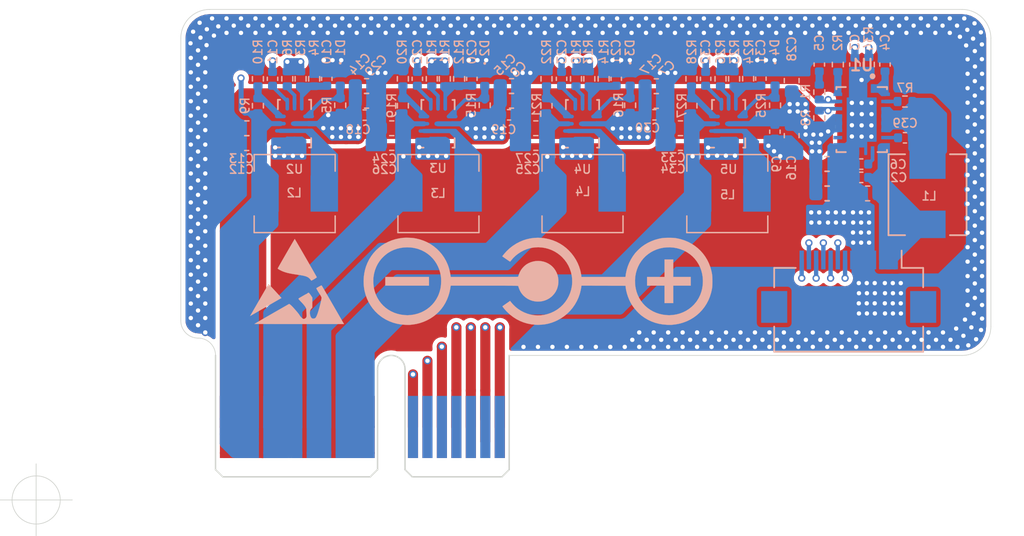
<source format=kicad_pcb>
(kicad_pcb (version 20171130) (host pcbnew "(5.1.8)-1")
  (layers (0 F.Cu signal) (1 In1.Cu signal) (2 In2.Cu signal) (31 B.Cu signal) (34 B.Paste user) (35 F.Paste user) (36 B.SilkS user) (37 F.SilkS user) (38 B.Mask user hide) (39 F.Mask user hide) (44 Edge.Cuts user))
  (net 0 "")
  (net 1 GND)
  (net 2 +3V3)
  (net 3 +5V)
  (net 4 +1V2)
  (net 5 +1V5)
  (net 6 +2V5)
  (net 7 BAT+)
  (net 8 "Net-(C3-Pad1)")
  (net 9 "Net-(C4-Pad1)")
  (net 10 "Net-(C5-Pad1)")
  (net 11 "Net-(C6-Pad1)")
  (net 12 "Net-(C39-Pad1)")
  (net 13 "Net-(R2-Pad1)")
  (net 14 "Net-(R7-Pad1)")
  (net 15 "Net-(R34-Pad2)")
  (net 16 "Net-(C39-Pad2)")
  (net 17 REG_EN2)
  (net 18 REG_EN1)
  (net 19 REG_CHG)
  (net 20 REG_POWER)
  (net 21 BAT_ISET)
  (net 22 BAT_PG)
  (net 23 BAT_CHG)
  (net 24 "Net-(C11-Pad2)")
  (net 25 "Net-(C22-Pad2)")
  (net 26 "Net-(C23-Pad2)")
  (net 27 "Net-(C32-Pad2)")
  (net 28 "Net-(L2-Pad1)")
  (net 29 "Net-(L3-Pad1)")
  (net 30 "Net-(L4-Pad1)")
  (net 31 "Net-(L5-Pad1)")
  (net 32 "Net-(R6-Pad2)")
  (net 33 "Net-(R10-Pad1)")
  (net 34 "Net-(R17-Pad2)")
  (net 35 "Net-(R18-Pad2)")
  (net 36 "Net-(R19-Pad2)")
  (net 37 "Net-(R21-Pad2)")
  (net 38 "Net-(R26-Pad2)")
  (net 39 "Net-(R27-Pad2)")
  (net 40 PG_1.2)
  (net 41 PG_1.5)
  (net 42 PG_2.5)
  (net 43 PG_3.3)
  (net 44 "Net-(C10-Pad1)")
  (net 45 "Net-(C20-Pad1)")
  (net 46 "Net-(C21-Pad1)")
  (net 47 "Net-(C31-Pad1)")
  (module Lib:IC_TPS61088RHLR (layer B.Cu) (at 155.99 98.94 180)
    (fp_text reference U1 (at 0 3.76599) (layer B.SilkS) (effects (font (size 0.80148 0.80148)) (justify mirror)))
    (fp_text value TPS61088RHLR)
    (fp_poly (pts (xy -0.375 1.525) (xy -0.375 2.4) (xy -0.374931 2.402617) (xy -0.374726 2.405226) (xy -0.374384 2.407822) (xy -0.373907 2.410396) (xy -0.373296 2.412941) (xy -0.372553 2.415451) (xy -0.371679 2.417918) (xy -0.370677 2.420337) (xy -0.36955 2.4227) (xy -0.368301 2.425) (xy -0.366934 2.427232) (xy -0.365451 2.429389) (xy -0.363857 2.431466) (xy -0.362157 2.433457) (xy -0.360355 2.435355) (xy -0.358457 2.437157) (xy -0.356466 2.438857) (xy -0.354389 2.440451) (xy -0.352232 2.441934) (xy -0.35 2.443301) (xy -0.3477 2.44455) (xy -0.345337 2.445677) (xy -0.342918 2.446679) (xy -0.340451 2.447553) (xy -0.337941 2.448296) (xy -0.335396 2.448907) (xy -0.332822 2.449384) (xy -0.330226 2.449726) (xy -0.327617 2.449931) (xy -0.325 2.45) (xy -0.225 2.45) (xy -0.222383 2.449931) (xy -0.219774 2.449726) (xy -0.217178 2.449384) (xy -0.214604 2.448907) (xy -0.212059 2.448296) (xy -0.209549 2.447553) (xy -0.207082 2.446679) (xy -0.204663 2.445677) (xy -0.2023 2.44455) (xy -0.2 2.443301) (xy -0.197768 2.441934) (xy -0.195611 2.440451) (xy -0.193534 2.438857) (xy -0.191543 2.437157) (xy -0.189645 2.435355) (xy -0.187843 2.433457) (xy -0.186143 2.431466) (xy -0.184549 2.429389) (xy -0.183066 2.427232) (xy -0.181699 2.425) (xy -0.18045 2.4227) (xy -0.179323 2.420337) (xy -0.178321 2.417918) (xy -0.177447 2.415451) (xy -0.176704 2.412941) (xy -0.176093 2.410396) (xy -0.175616 2.407822) (xy -0.175274 2.405226) (xy -0.175069 2.402617) (xy -0.175 2.4) (xy -0.175 1.925) (xy 0.175 1.925) (xy 0.175 2.4) (xy 0.175069 2.402617) (xy 0.175274 2.405226) (xy 0.175616 2.407822) (xy 0.176093 2.410396) (xy 0.176704 2.412941) (xy 0.177447 2.415451) (xy 0.178321 2.417918) (xy 0.179323 2.420337) (xy 0.18045 2.4227) (xy 0.181699 2.425) (xy 0.183066 2.427232) (xy 0.184549 2.429389) (xy 0.186143 2.431466) (xy 0.187843 2.433457) (xy 0.189645 2.435355) (xy 0.191543 2.437157) (xy 0.193534 2.438857) (xy 0.195611 2.440451) (xy 0.197768 2.441934) (xy 0.2 2.443301) (xy 0.2023 2.44455) (xy 0.204663 2.445677) (xy 0.207082 2.446679) (xy 0.209549 2.447553) (xy 0.212059 2.448296) (xy 0.214604 2.448907) (xy 0.217178 2.449384) (xy 0.219774 2.449726) (xy 0.222383 2.449931) (xy 0.225 2.45) (xy 0.325 2.45) (xy 0.327617 2.449931) (xy 0.330226 2.449726) (xy 0.332822 2.449384) (xy 0.335396 2.448907) (xy 0.337941 2.448296) (xy 0.340451 2.447553) (xy 0.342918 2.446679) (xy 0.345337 2.445677) (xy 0.3477 2.44455) (xy 0.35 2.443301) (xy 0.352232 2.441934) (xy 0.354389 2.440451) (xy 0.356466 2.438857) (xy 0.358457 2.437157) (xy 0.360355 2.435355) (xy 0.362157 2.433457) (xy 0.363857 2.431466) (xy 0.365451 2.429389) (xy 0.366934 2.427232) (xy 0.368301 2.425) (xy 0.36955 2.4227) (xy 0.370677 2.420337) (xy 0.371679 2.417918) (xy 0.372553 2.415451) (xy 0.373296 2.412941) (xy 0.373907 2.410396) (xy 0.374384 2.407822) (xy 0.374726 2.405226) (xy 0.374931 2.402617) (xy 0.375 2.4) (xy 0.375 1.525) (xy 0.975 1.525) (xy 0.977617 1.524931) (xy 0.980226 1.524726) (xy 0.982822 1.524384) (xy 0.985396 1.523907) (xy 0.987941 1.523296) (xy 0.990451 1.522553) (xy 0.992918 1.521679) (xy 0.995337 1.520677) (xy 0.9977 1.51955) (xy 1 1.518301) (xy 1.002232 1.516934) (xy 1.004389 1.515451) (xy 1.006466 1.513857) (xy 1.008457 1.512157) (xy 1.010355 1.510355) (xy 1.012157 1.508457) (xy 1.013857 1.506466) (xy 1.015451 1.504389) (xy 1.016934 1.502232) (xy 1.018301 1.5) (xy 1.01955 1.4977) (xy 1.020677 1.495337) (xy 1.021679 1.492918) (xy 1.022553 1.490451) (xy 1.023296 1.487941) (xy 1.023907 1.485396) (xy 1.024384 1.482822) (xy 1.024726 1.480226) (xy 1.024931 1.477617) (xy 1.025 1.475) (xy 1.025 -1.475) (xy 1.024931 -1.477617) (xy 1.024726 -1.480226) (xy 1.024384 -1.482822) (xy 1.023907 -1.485396) (xy 1.023296 -1.487941) (xy 1.022553 -1.490451) (xy 1.021679 -1.492918) (xy 1.020677 -1.495337) (xy 1.01955 -1.4977) (xy 1.018301 -1.5) (xy 1.016934 -1.502232) (xy 1.015451 -1.504389) (xy 1.013857 -1.506466) (xy 1.012157 -1.508457) (xy 1.010355 -1.510355) (xy 1.008457 -1.512157) (xy 1.006466 -1.513857) (xy 1.004389 -1.515451) (xy 1.002232 -1.516934) (xy 1 -1.518301) (xy 0.9977 -1.51955) (xy 0.995337 -1.520677) (xy 0.992918 -1.521679) (xy 0.990451 -1.522553) (xy 0.987941 -1.523296) (xy 0.985396 -1.523907) (xy 0.982822 -1.524384) (xy 0.980226 -1.524726) (xy 0.977617 -1.524931) (xy 0.975 -1.525) (xy 0.375 -1.525) (xy 0.375 -2.4) (xy 0.374931 -2.402617) (xy 0.374726 -2.405226) (xy 0.374384 -2.407822) (xy 0.373907 -2.410396) (xy 0.373296 -2.412941) (xy 0.372553 -2.415451) (xy 0.371679 -2.417918) (xy 0.370677 -2.420337) (xy 0.36955 -2.4227) (xy 0.368301 -2.425) (xy 0.366934 -2.427232) (xy 0.365451 -2.429389) (xy 0.363857 -2.431466) (xy 0.362157 -2.433457) (xy 0.360355 -2.435355) (xy 0.358457 -2.437157) (xy 0.356466 -2.438857) (xy 0.354389 -2.440451) (xy 0.352232 -2.441934) (xy 0.35 -2.443301) (xy 0.3477 -2.44455) (xy 0.345337 -2.445677) (xy 0.342918 -2.446679) (xy 0.340451 -2.447553) (xy 0.337941 -2.448296) (xy 0.335396 -2.448907) (xy 0.332822 -2.449384) (xy 0.330226 -2.449726) (xy 0.327617 -2.449931) (xy 0.325 -2.45) (xy 0.225 -2.45) (xy 0.222383 -2.449931) (xy 0.219774 -2.449726) (xy 0.217178 -2.449384) (xy 0.214604 -2.448907) (xy 0.212059 -2.448296) (xy 0.209549 -2.447553) (xy 0.207082 -2.446679) (xy 0.204663 -2.445677) (xy 0.2023 -2.44455) (xy 0.2 -2.443301) (xy 0.197768 -2.441934) (xy 0.195611 -2.440451) (xy 0.193534 -2.438857) (xy 0.191543 -2.437157) (xy 0.189645 -2.435355) (xy 0.187843 -2.433457) (xy 0.186143 -2.431466) (xy 0.184549 -2.429389) (xy 0.183066 -2.427232) (xy 0.181699 -2.425) (xy 0.18045 -2.4227) (xy 0.179323 -2.420337) (xy 0.178321 -2.417918) (xy 0.177447 -2.415451) (xy 0.176704 -2.412941) (xy 0.176093 -2.410396) (xy 0.175616 -2.407822) (xy 0.175274 -2.405226) (xy 0.175069 -2.402617) (xy 0.175 -2.4) (xy 0.175 -1.925) (xy -0.175 -1.925) (xy -0.175 -2.4) (xy -0.175069 -2.402617) (xy -0.175274 -2.405226) (xy -0.175616 -2.407822) (xy -0.176093 -2.410396) (xy -0.176704 -2.412941) (xy -0.177447 -2.415451) (xy -0.178321 -2.417918) (xy -0.179323 -2.420337) (xy -0.18045 -2.4227) (xy -0.181699 -2.425) (xy -0.183066 -2.427232) (xy -0.184549 -2.429389) (xy -0.186143 -2.431466) (xy -0.187843 -2.433457) (xy -0.189645 -2.435355) (xy -0.191543 -2.437157) (xy -0.193534 -2.438857) (xy -0.195611 -2.440451) (xy -0.197768 -2.441934) (xy -0.2 -2.443301) (xy -0.2023 -2.44455) (xy -0.204663 -2.445677) (xy -0.207082 -2.446679) (xy -0.209549 -2.447553) (xy -0.212059 -2.448296) (xy -0.214604 -2.448907) (xy -0.217178 -2.449384) (xy -0.219774 -2.449726) (xy -0.222383 -2.449931) (xy -0.225 -2.45) (xy -0.325 -2.45) (xy -0.327617 -2.449931) (xy -0.330226 -2.449726) (xy -0.332822 -2.449384) (xy -0.335396 -2.448907) (xy -0.337941 -2.448296) (xy -0.340451 -2.447553) (xy -0.342918 -2.446679) (xy -0.345337 -2.445677) (xy -0.3477 -2.44455) (xy -0.35 -2.443301) (xy -0.352232 -2.441934) (xy -0.354389 -2.440451) (xy -0.356466 -2.438857) (xy -0.358457 -2.437157) (xy -0.360355 -2.435355) (xy -0.362157 -2.433457) (xy -0.363857 -2.431466) (xy -0.365451 -2.429389) (xy -0.366934 -2.427232) (xy -0.368301 -2.425) (xy -0.36955 -2.4227) (xy -0.370677 -2.420337) (xy -0.371679 -2.417918) (xy -0.372553 -2.415451) (xy -0.373296 -2.412941) (xy -0.373907 -2.410396) (xy -0.374384 -2.407822) (xy -0.374726 -2.405226) (xy -0.374931 -2.402617) (xy -0.375 -2.4) (xy -0.375 -1.525) (xy -0.975 -1.525) (xy -0.977617 -1.524931) (xy -0.980226 -1.524726) (xy -0.982822 -1.524384) (xy -0.985396 -1.523907) (xy -0.987941 -1.523296) (xy -0.990451 -1.522553) (xy -0.992918 -1.521679) (xy -0.995337 -1.520677) (xy -0.9977 -1.51955) (xy -1 -1.518301) (xy -1.002232 -1.516934) (xy -1.004389 -1.515451) (xy -1.006466 -1.513857) (xy -1.008457 -1.512157) (xy -1.010355 -1.510355) (xy -1.012157 -1.508457) (xy -1.013857 -1.506466) (xy -1.015451 -1.504389) (xy -1.016934 -1.502232) (xy -1.018301 -1.5) (xy -1.01955 -1.4977) (xy -1.020677 -1.495337) (xy -1.021679 -1.492918) (xy -1.022553 -1.490451) (xy -1.023296 -1.487941) (xy -1.023907 -1.485396) (xy -1.024384 -1.482822) (xy -1.024726 -1.480226) (xy -1.024931 -1.477617) (xy -1.025 -1.475) (xy -1.025 1.475) (xy -1.024931 1.477617) (xy -1.024726 1.480226) (xy -1.024384 1.482822) (xy -1.023907 1.485396) (xy -1.023296 1.487941) (xy -1.022553 1.490451) (xy -1.021679 1.492918) (xy -1.020677 1.495337) (xy -1.01955 1.4977) (xy -1.018301 1.5) (xy -1.016934 1.502232) (xy -1.015451 1.504389) (xy -1.013857 1.506466) (xy -1.012157 1.508457) (xy -1.010355 1.510355) (xy -1.008457 1.512157) (xy -1.006466 1.513857) (xy -1.004389 1.515451) (xy -1.002232 1.516934) (xy -1 1.518301) (xy -0.9977 1.51955) (xy -0.995337 1.520677) (xy -0.992918 1.521679) (xy -0.990451 1.522553) (xy -0.987941 1.523296) (xy -0.985396 1.523907) (xy -0.982822 1.524384) (xy -0.980226 1.524726) (xy -0.977617 1.524931) (xy -0.975 1.525) (xy -0.375 1.525)) (layer B.Cu) (width 0.01))
    (pad 21 smd rect (at 0 0 180) (size 2.05 3.05) (layers B.Cu B.Mask) (net 1 GND))
    (pad 19 smd rect (at 1.65 1.75 180) (size 0.6 0.24) (layers B.Cu B.Paste B.Mask) (net 13 "Net-(R2-Pad1)"))
    (pad 18 smd rect (at 1.65 1.25 180) (size 0.6 0.24) (layers B.Cu B.Paste B.Mask) (net 8 "Net-(C3-Pad1)"))
    (pad 17 smd rect (at 1.65 0.75 180) (size 0.6 0.24) (layers B.Cu B.Paste B.Mask) (net 15 "Net-(R34-Pad2)"))
    (pad 12 smd rect (at 1.65 -1.75 180) (size 0.6 0.24) (layers B.Cu B.Paste B.Mask) (net 1 GND))
    (pad 13 smd rect (at 1.65 -1.25 180) (size 0.6 0.24) (layers B.Cu B.Paste B.Mask))
    (pad 14 smd rect (at 1.65 -0.75 180) (size 0.6 0.24) (layers B.Cu B.Paste B.Mask) (net 3 +5V))
    (pad 15 smd rect (at 1.65 -0.25 180) (size 0.6 0.24) (layers B.Cu B.Paste B.Mask) (net 3 +5V))
    (pad 16 smd rect (at 1.65 0.25 180) (size 0.6 0.24) (layers B.Cu B.Paste B.Mask) (net 3 +5V))
    (pad 2 smd rect (at -1.65 1.75 180) (size 0.6 0.24) (layers B.Cu B.Paste B.Mask) (net 9 "Net-(C4-Pad1)"))
    (pad 3 smd rect (at -1.65 1.25 180) (size 0.6 0.24) (layers B.Cu B.Paste B.Mask) (net 14 "Net-(R7-Pad1)"))
    (pad 4 smd rect (at -1.65 0.75 180) (size 0.6 0.24) (layers B.Cu B.Paste B.Mask) (net 16 "Net-(C39-Pad2)"))
    (pad 9 smd rect (at -1.65 -1.75 180) (size 0.6 0.24) (layers B.Cu B.Paste B.Mask) (net 7 BAT+))
    (pad 8 smd rect (at -1.65 -1.25 180) (size 0.6 0.24) (layers B.Cu B.Paste B.Mask) (net 12 "Net-(C39-Pad1)"))
    (pad 7 smd rect (at -1.65 -0.75 180) (size 0.6 0.24) (layers B.Cu B.Paste B.Mask) (net 16 "Net-(C39-Pad2)"))
    (pad 6 smd rect (at -1.65 -0.25 180) (size 0.6 0.24) (layers B.Cu B.Paste B.Mask) (net 16 "Net-(C39-Pad2)"))
    (pad 5 smd rect (at -1.65 0.25 180) (size 0.6 0.24) (layers B.Cu B.Paste B.Mask) (net 16 "Net-(C39-Pad2)"))
    (pad 11 smd rect (at 0.75 -2.15 180) (size 0.24 0.6) (layers B.Cu B.Paste B.Mask) (net 1 GND))
    (pad 10 smd rect (at -0.75 -2.15 180) (size 0.24 0.6) (layers B.Cu B.Paste B.Mask) (net 11 "Net-(C6-Pad1)"))
    (pad 20 smd rect (at 0.75 2.15 180) (size 0.24 0.6) (layers B.Cu B.Paste B.Mask) (net 1 GND))
    (pad 1 smd rect (at -0.75 2.15 180) (size 0.24 0.6) (layers B.Cu B.Paste B.Mask) (net 9 "Net-(C4-Pad1)"))
  )
  (module Lib:pad-6-1.5 (layer B.Cu) (at 116.44 92.45 180)
    (fp_text reference J11 hide)
    (fp_text value Conn_01x01)
    (pad 1 smd roundrect (at 0 0 180) (size 7 1.1) (layers B.Cu B.Paste B.Mask) (net 1 GND))
  )
  (module Lib:pad-6-1.5 (layer B.Cu) (at 110.11 98.73 90)
    (fp_text reference J10 hide)
    (fp_text value Conn_01x01)
    (pad 1 smd roundrect (at 0 0 90) (size 7 1.1) (layers B.Cu B.Paste B.Mask) (net 1 GND))
  )
  (module Lib:pad-6-1.5 (layer B.Cu) (at 143.853334 114.17 180)
    (fp_text reference J9 hide)
    (fp_text value Conn_01x01)
    (pad 1 smd roundrect (at 0 0 180) (size 7 1.1) (layers B.Cu B.Paste B.Mask) (net 1 GND))
  )
  (module Lib:pad-6-1.5 (layer B.Cu) (at 130.146668 92.45 180)
    (fp_text reference J8 hide)
    (fp_text value Conn_01x01)
    (pad 1 smd roundrect (at 0 0 180) (size 7 1.1) (layers B.Cu B.Paste B.Mask) (net 1 GND))
  )
  (module Lib:pad-6-1.5 (layer B.Cu) (at 110.11 108.4 90)
    (fp_text reference J7 hide)
    (fp_text value Conn_01x01)
    (pad 1 smd roundrect (at 0 0 90) (size 7 1.1) (layers B.Cu B.Paste B.Mask) (net 1 GND))
  )
  (module Lib:pad-6-1.5 (layer B.Cu) (at 163.84 99.04 90)
    (fp_text reference J6 hide)
    (fp_text value Conn_01x01)
    (pad 1 smd roundrect (at 0 0 90) (size 7 1.1) (layers B.Cu B.Paste B.Mask) (net 1 GND))
  )
  (module Lib:pad-6-1.5 (layer B.Cu) (at 143.853334 92.45 180)
    (fp_text reference J4 hide)
    (fp_text value Conn_01x01)
    (pad 1 smd roundrect (at 0 0 180) (size 7 1.1) (layers B.Cu B.Paste B.Mask) (net 1 GND))
  )
  (module Lib:pad-6-1.5 (layer B.Cu) (at 163.84 108.4 90)
    (fp_text reference J3 hide)
    (fp_text value Conn_01x01)
    (pad 1 smd roundrect (at 0 0 90) (size 7 1.1) (layers B.Cu B.Paste B.Mask) (net 1 GND))
  )
  (module Lib:pad-6-1.5 (layer B.Cu) (at 157.56 92.45 180)
    (fp_text reference J2 hide)
    (fp_text value Conn_01x01)
    (pad 1 smd roundrect (at 0 0 180) (size 7 1.1) (layers B.Cu B.Paste B.Mask) (net 1 GND))
  )
  (module Symbol:Polarity_Center_Negative_6mm_SilkScreen (layer B.Cu) (at 133.62 110.13 180)
    (fp_text reference REF** hide)
    (fp_text value Polarity_Center_Negative_6mm_SilkScreen hide)
  )
  (module Symbol:ESD-Logo_6.6x6mm_SilkScreen (layer B.Cu) (at 116.95 110.13 180)
    (fp_text reference REF** hide)
    (fp_text value ESD-Logo_6.6x6mm_SilkScreen hide)
  )
  (module Resistor_SMD:R_0402_1005Metric (layer B.Cu) (at 129.93 97.95 90)
    (fp_text reference R15 (at 0 -0.93 90) (layer B.SilkS) (effects (font (size 0.6 0.6) (thickness 0.1)) (justify mirror)))
    (fp_text value 2K)
    (pad 2 smd roundrect (at 0.51 0 90) (size 0.54 0.64) (layers B.Cu B.Paste B.Mask) (net 41 PG_1.5))
    (pad 1 smd roundrect (at -0.51 0 90) (size 0.54 0.64) (layers B.Cu B.Paste B.Mask) (net 3 +5V))
  )
  (module LED_SMD:LED_0402_1005Metric (layer B.Cu) (at 150 96.11 270)
    (fp_text reference D4 (at -2.16 0.02 90) (layer B.SilkS) (effects (font (size 0.6 0.6) (thickness 0.1)) (justify mirror)))
    (fp_text value LED)
    (pad 2 smd roundrect (at 0.485 0 270) (size 0.59 0.64) (layers B.Cu B.Paste B.Mask) (net 43 PG_3.3))
    (pad 1 smd roundrect (at -0.485 0 270) (size 0.59 0.64) (layers B.Cu B.Paste B.Mask) (net 1 GND))
  )
  (module LED_SMD:LED_0402_1005Metric (layer B.Cu) (at 139.98 96.12 270)
    (fp_text reference D3 (at -2.15 0.01 90) (layer B.SilkS) (effects (font (size 0.6 0.6) (thickness 0.1)) (justify mirror)))
    (fp_text value LED)
    (pad 2 smd roundrect (at 0.485 0 270) (size 0.59 0.64) (layers B.Cu B.Paste B.Mask) (net 42 PG_2.5))
    (pad 1 smd roundrect (at -0.485 0 270) (size 0.59 0.64) (layers B.Cu B.Paste B.Mask) (net 1 GND))
  )
  (module LED_SMD:LED_0402_1005Metric (layer B.Cu) (at 129.93 96.14 270)
    (fp_text reference D2 (at -2.15 0 90) (layer B.SilkS) (effects (font (size 0.6 0.6) (thickness 0.1)) (justify mirror)))
    (fp_text value LED)
    (pad 2 smd roundrect (at 0.485 0 270) (size 0.59 0.64) (layers B.Cu B.Paste B.Mask) (net 41 PG_1.5))
    (pad 1 smd roundrect (at -0.485 0 270) (size 0.59 0.64) (layers B.Cu B.Paste B.Mask) (net 1 GND))
  )
  (module LED_SMD:LED_0402_1005Metric (layer B.Cu) (at 119.94 96.12 270)
    (fp_text reference D1 (at -2.16 -0.02 90) (layer B.SilkS) (effects (font (size 0.6 0.6) (thickness 0.1)) (justify mirror)))
    (fp_text value LED)
    (pad 2 smd roundrect (at 0.485 0 270) (size 0.59 0.64) (layers B.Cu B.Paste B.Mask) (net 40 PG_1.2))
    (pad 1 smd roundrect (at -0.485 0 270) (size 0.59 0.64) (layers B.Cu B.Paste B.Mask) (net 1 GND))
  )
  (module MP2145:MP2145_2147_DG_Z (layer B.Cu) (at 146.79 99.230001)
    (fp_text reference U5 (at 0 3.15) (layer B.SilkS) (effects (font (size 0.6 0.6) (thickness 0.1)) (justify mirror)))
    (fp_text value MP214x)
    (pad 8 smd oval (at 0.33 0 270) (size 0.25 0.75) (layers B.Cu B.Paste B.Mask) (net 3 +5V))
    (pad 8 smd oval (at 0.57 0 270) (size 0.25 0.75) (layers B.Cu B.Paste B.Mask) (net 3 +5V))
    (pad 8 smd oval (at 0 0 270) (size 0.3 0.5) (layers B.Cu B.Paste B.Mask) (net 3 +5V))
    (pad 10 smd trapezoid (at 0.38 1.32 225) (size 0.1 0.3) (layers B.Cu B.Paste B.Mask) (net 1 GND))
    (pad 10 smd trapezoid (at 0.13 1.31 135) (size 0.1 0.3) (layers B.Cu B.Paste B.Mask) (net 1 GND))
    (pad 10 smd trapezoid (at -0.37 1.31 135) (size 0.1 0.3) (layers B.Cu B.Paste B.Mask) (net 1 GND))
    (pad 10 smd trapezoid (at -0.13 1.31 45) (size 0.1 0.3) (layers B.Cu B.Paste B.Mask) (net 1 GND))
    (pad 10 smd roundrect (at 0 1.1) (size 1.25 0.4) (layers B.Cu B.Paste B.Mask) (net 1 GND))
    (pad 12 smd oval (at -0.5 1.35) (size 0.25 0.9) (layers B.Cu B.Paste B.Mask) (net 1 GND))
    (pad 11 smd oval (at 0 1.35) (size 0.25 0.9) (layers B.Cu B.Paste B.Mask) (net 1 GND))
    (pad 10 smd oval (at 0.5 1.35) (size 0.25 0.9) (layers B.Cu B.Paste B.Mask) (net 1 GND))
    (pad 9 smd oval (at 0.975 0.5 270) (size 0.25 0.75) (layers B.Cu B.Paste B.Mask) (net 31 "Net-(L5-Pad1)"))
    (pad 8 smd oval (at 0.975 0 270) (size 0.25 0.75) (layers B.Cu B.Paste B.Mask) (net 3 +5V))
    (pad 7 smd oval (at 0.975 -0.5 270) (size 0.25 0.75) (layers B.Cu B.Paste B.Mask) (net 43 PG_3.3))
    (pad 6 smd oval (at 0.5 -1.35) (size 0.25 0.9) (layers B.Cu B.Paste B.Mask) (net 47 "Net-(C31-Pad1)"))
    (pad 5 smd oval (at 0 -1.35) (size 0.25 0.9) (layers B.Cu B.Paste B.Mask) (net 38 "Net-(R26-Pad2)"))
    (pad 4 smd oval (at -0.5 -1.35) (size 0.25 0.9) (layers B.Cu B.Paste B.Mask) (net 27 "Net-(C32-Pad2)"))
    (pad 3 smd oval (at -0.975 -0.5 270) (size 0.25 0.75) (layers B.Cu B.Paste B.Mask) (net 39 "Net-(R27-Pad2)"))
    (pad 2 smd oval (at -0.975 0 270) (size 0.25 0.75) (layers B.Cu B.Paste B.Mask) (net 2 +3V3))
    (pad 1 smd oval (at -0.975 0.5 270) (size 0.25 0.75) (layers B.Cu B.Paste B.Mask) (net 31 "Net-(L5-Pad1)"))
  )
  (module MP2145:MP2145_2147_DG_Z (layer B.Cu) (at 136.69 99.230001)
    (fp_text reference U4 (at 0 3.15) (layer B.SilkS) (effects (font (size 0.6 0.6) (thickness 0.1)) (justify mirror)))
    (fp_text value MP214x)
    (pad 8 smd oval (at 0.33 0 270) (size 0.25 0.75) (layers B.Cu B.Paste B.Mask) (net 3 +5V))
    (pad 8 smd oval (at 0.57 0 270) (size 0.25 0.75) (layers B.Cu B.Paste B.Mask) (net 3 +5V))
    (pad 8 smd oval (at 0 0 270) (size 0.3 0.5) (layers B.Cu B.Paste B.Mask) (net 3 +5V))
    (pad 10 smd trapezoid (at 0.38 1.32 225) (size 0.1 0.3) (layers B.Cu B.Paste B.Mask) (net 1 GND))
    (pad 10 smd trapezoid (at 0.13 1.31 135) (size 0.1 0.3) (layers B.Cu B.Paste B.Mask) (net 1 GND))
    (pad 10 smd trapezoid (at -0.37 1.31 135) (size 0.1 0.3) (layers B.Cu B.Paste B.Mask) (net 1 GND))
    (pad 10 smd trapezoid (at -0.13 1.31 45) (size 0.1 0.3) (layers B.Cu B.Paste B.Mask) (net 1 GND))
    (pad 10 smd roundrect (at 0 1.1) (size 1.25 0.4) (layers B.Cu B.Paste B.Mask) (net 1 GND))
    (pad 12 smd oval (at -0.5 1.35) (size 0.25 0.9) (layers B.Cu B.Paste B.Mask) (net 1 GND))
    (pad 11 smd oval (at 0 1.35) (size 0.25 0.9) (layers B.Cu B.Paste B.Mask) (net 1 GND))
    (pad 10 smd oval (at 0.5 1.35) (size 0.25 0.9) (layers B.Cu B.Paste B.Mask) (net 1 GND))
    (pad 9 smd oval (at 0.975 0.5 270) (size 0.25 0.75) (layers B.Cu B.Paste B.Mask) (net 30 "Net-(L4-Pad1)"))
    (pad 8 smd oval (at 0.975 0 270) (size 0.25 0.75) (layers B.Cu B.Paste B.Mask) (net 3 +5V))
    (pad 7 smd oval (at 0.975 -0.5 270) (size 0.25 0.75) (layers B.Cu B.Paste B.Mask) (net 42 PG_2.5))
    (pad 6 smd oval (at 0.5 -1.35) (size 0.25 0.9) (layers B.Cu B.Paste B.Mask) (net 46 "Net-(C21-Pad1)"))
    (pad 5 smd oval (at 0 -1.35) (size 0.25 0.9) (layers B.Cu B.Paste B.Mask) (net 35 "Net-(R18-Pad2)"))
    (pad 4 smd oval (at -0.5 -1.35) (size 0.25 0.9) (layers B.Cu B.Paste B.Mask) (net 26 "Net-(C23-Pad2)"))
    (pad 3 smd oval (at -0.975 -0.5 270) (size 0.25 0.75) (layers B.Cu B.Paste B.Mask) (net 37 "Net-(R21-Pad2)"))
    (pad 2 smd oval (at -0.975 0 270) (size 0.25 0.75) (layers B.Cu B.Paste B.Mask) (net 6 +2V5))
    (pad 1 smd oval (at -0.975 0.5 270) (size 0.25 0.75) (layers B.Cu B.Paste B.Mask) (net 30 "Net-(L4-Pad1)"))
  )
  (module MP2145:MP2145_2147_DG_Z (layer B.Cu) (at 126.7 99.230001)
    (fp_text reference U3 (at 0 3.079999) (layer B.SilkS) (effects (font (size 0.6 0.6) (thickness 0.1)) (justify mirror)))
    (fp_text value MP214x)
    (pad 8 smd oval (at 0.33 0 270) (size 0.25 0.75) (layers B.Cu B.Paste B.Mask) (net 3 +5V))
    (pad 8 smd oval (at 0.57 0 270) (size 0.25 0.75) (layers B.Cu B.Paste B.Mask) (net 3 +5V))
    (pad 8 smd oval (at 0 0 270) (size 0.3 0.5) (layers B.Cu B.Paste B.Mask) (net 3 +5V))
    (pad 10 smd trapezoid (at 0.38 1.32 225) (size 0.1 0.3) (layers B.Cu B.Paste B.Mask) (net 1 GND))
    (pad 10 smd trapezoid (at 0.13 1.31 135) (size 0.1 0.3) (layers B.Cu B.Paste B.Mask) (net 1 GND))
    (pad 10 smd trapezoid (at -0.37 1.31 135) (size 0.1 0.3) (layers B.Cu B.Paste B.Mask) (net 1 GND))
    (pad 10 smd trapezoid (at -0.13 1.31 45) (size 0.1 0.3) (layers B.Cu B.Paste B.Mask) (net 1 GND))
    (pad 10 smd roundrect (at 0 1.1) (size 1.25 0.4) (layers B.Cu B.Paste B.Mask) (net 1 GND))
    (pad 12 smd oval (at -0.5 1.35) (size 0.25 0.9) (layers B.Cu B.Paste B.Mask) (net 1 GND))
    (pad 11 smd oval (at 0 1.35) (size 0.25 0.9) (layers B.Cu B.Paste B.Mask) (net 1 GND))
    (pad 10 smd oval (at 0.5 1.35) (size 0.25 0.9) (layers B.Cu B.Paste B.Mask) (net 1 GND))
    (pad 9 smd oval (at 0.975 0.5 270) (size 0.25 0.75) (layers B.Cu B.Paste B.Mask) (net 29 "Net-(L3-Pad1)"))
    (pad 8 smd oval (at 0.975 0 270) (size 0.25 0.75) (layers B.Cu B.Paste B.Mask) (net 3 +5V))
    (pad 7 smd oval (at 0.975 -0.5 270) (size 0.25 0.75) (layers B.Cu B.Paste B.Mask) (net 41 PG_1.5))
    (pad 6 smd oval (at 0.5 -1.35) (size 0.25 0.9) (layers B.Cu B.Paste B.Mask) (net 45 "Net-(C20-Pad1)"))
    (pad 5 smd oval (at 0 -1.35) (size 0.25 0.9) (layers B.Cu B.Paste B.Mask) (net 34 "Net-(R17-Pad2)"))
    (pad 4 smd oval (at -0.5 -1.35) (size 0.25 0.9) (layers B.Cu B.Paste B.Mask) (net 25 "Net-(C22-Pad2)"))
    (pad 3 smd oval (at -0.975 -0.5 270) (size 0.25 0.75) (layers B.Cu B.Paste B.Mask) (net 36 "Net-(R19-Pad2)"))
    (pad 2 smd oval (at -0.975 0 270) (size 0.25 0.75) (layers B.Cu B.Paste B.Mask) (net 5 +1V5))
    (pad 1 smd oval (at -0.975 0.5 270) (size 0.25 0.75) (layers B.Cu B.Paste B.Mask) (net 29 "Net-(L3-Pad1)"))
  )
  (module MP2145:MP2145_2147_DG_Z (layer B.Cu) (at 116.78 99.22)
    (fp_text reference U2 (at 0 3.15) (layer B.SilkS) (effects (font (size 0.6 0.6) (thickness 0.1)) (justify mirror)))
    (fp_text value MP214x)
    (pad 8 smd oval (at 0.33 0 270) (size 0.25 0.75) (layers B.Cu B.Paste B.Mask) (net 3 +5V))
    (pad 8 smd oval (at 0.57 0 270) (size 0.25 0.75) (layers B.Cu B.Paste B.Mask) (net 3 +5V))
    (pad 8 smd oval (at 0 0 270) (size 0.3 0.5) (layers B.Cu B.Paste B.Mask) (net 3 +5V))
    (pad 10 smd trapezoid (at 0.38 1.32 225) (size 0.1 0.3) (layers B.Cu B.Paste B.Mask) (net 1 GND))
    (pad 10 smd trapezoid (at 0.13 1.31 135) (size 0.1 0.3) (layers B.Cu B.Paste B.Mask) (net 1 GND))
    (pad 10 smd trapezoid (at -0.37 1.31 135) (size 0.1 0.3) (layers B.Cu B.Paste B.Mask) (net 1 GND))
    (pad 10 smd trapezoid (at -0.13 1.31 45) (size 0.1 0.3) (layers B.Cu B.Paste B.Mask) (net 1 GND))
    (pad 10 smd roundrect (at 0 1.1) (size 1.25 0.4) (layers B.Cu B.Paste B.Mask) (net 1 GND))
    (pad 12 smd oval (at -0.5 1.35) (size 0.25 0.9) (layers B.Cu B.Paste B.Mask) (net 1 GND))
    (pad 11 smd oval (at 0 1.35) (size 0.25 0.9) (layers B.Cu B.Paste B.Mask) (net 1 GND))
    (pad 10 smd oval (at 0.5 1.35) (size 0.25 0.9) (layers B.Cu B.Paste B.Mask) (net 1 GND))
    (pad 9 smd oval (at 0.975 0.5 270) (size 0.25 0.75) (layers B.Cu B.Paste B.Mask) (net 28 "Net-(L2-Pad1)"))
    (pad 8 smd oval (at 0.975 0 270) (size 0.25 0.75) (layers B.Cu B.Paste B.Mask) (net 3 +5V))
    (pad 7 smd oval (at 0.975 -0.5 270) (size 0.25 0.75) (layers B.Cu B.Paste B.Mask) (net 40 PG_1.2))
    (pad 6 smd oval (at 0.5 -1.35) (size 0.25 0.9) (layers B.Cu B.Paste B.Mask) (net 44 "Net-(C10-Pad1)"))
    (pad 5 smd oval (at 0 -1.35) (size 0.25 0.9) (layers B.Cu B.Paste B.Mask) (net 32 "Net-(R6-Pad2)"))
    (pad 4 smd oval (at -0.5 -1.35) (size 0.25 0.9) (layers B.Cu B.Paste B.Mask) (net 24 "Net-(C11-Pad2)"))
    (pad 3 smd oval (at -0.975 -0.5 270) (size 0.25 0.75) (layers B.Cu B.Paste B.Mask) (net 33 "Net-(R10-Pad1)"))
    (pad 2 smd oval (at -0.975 0 270) (size 0.25 0.75) (layers B.Cu B.Paste B.Mask) (net 4 +1V2))
    (pad 1 smd oval (at -0.975 0.5 270) (size 0.25 0.75) (layers B.Cu B.Paste B.Mask) (net 28 "Net-(L2-Pad1)"))
  )
  (module Resistor_SMD:R_0402_1005Metric (layer B.Cu) (at 144.22 96.12 90)
    (fp_text reference R28 (at 1.87 0.02 90) (layer B.SilkS) (effects (font (size 0.6 0.6) (thickness 0.1)) (justify mirror)))
    (fp_text value 44.2K)
    (pad 2 smd roundrect (at 0.51 0 90) (size 0.54 0.64) (layers B.Cu B.Paste B.Mask) (net 1 GND))
    (pad 1 smd roundrect (at -0.51 0 90) (size 0.54 0.64) (layers B.Cu B.Paste B.Mask) (net 39 "Net-(R27-Pad2)"))
  )
  (module Resistor_SMD:R_0402_1005Metric (layer B.Cu) (at 144.22 97.98 90)
    (fp_text reference R27 (at 0.01 -0.66 270) (layer B.SilkS) (effects (font (size 0.6 0.6) (thickness 0.1)) (justify mirror)))
    (fp_text value 200K)
    (pad 2 smd roundrect (at 0.51 0 90) (size 0.54 0.64) (layers B.Cu B.Paste B.Mask) (net 39 "Net-(R27-Pad2)"))
    (pad 1 smd roundrect (at -0.51 0 90) (size 0.54 0.64) (layers B.Cu B.Paste B.Mask) (net 2 +3V3))
  )
  (module Resistor_SMD:R_0402_1005Metric (layer B.Cu) (at 146.23 96.12 270)
    (fp_text reference R26 (at -1.87 0 90) (layer B.SilkS) (effects (font (size 0.6 0.6) (thickness 0.1)) (justify mirror)))
    (fp_text value 100K)
    (pad 2 smd roundrect (at 0.51 0 270) (size 0.54 0.64) (layers B.Cu B.Paste B.Mask) (net 38 "Net-(R26-Pad2)"))
    (pad 1 smd roundrect (at -0.51 0 270) (size 0.54 0.64) (layers B.Cu B.Paste B.Mask) (net 3 +5V))
  )
  (module Resistor_SMD:R_0402_1005Metric (layer B.Cu) (at 150 97.95 90)
    (fp_text reference R25 (at -0.01 -0.96 270) (layer B.SilkS) (effects (font (size 0.6 0.6) (thickness 0.1)) (justify mirror)))
    (fp_text value 2K)
    (pad 2 smd roundrect (at 0.51 0 90) (size 0.54 0.64) (layers B.Cu B.Paste B.Mask) (net 43 PG_3.3))
    (pad 1 smd roundrect (at -0.51 0 90) (size 0.54 0.64) (layers B.Cu B.Paste B.Mask) (net 3 +5V))
  )
  (module Resistor_SMD:R_0402_1005Metric (layer B.Cu) (at 148.14 96.11 90)
    (fp_text reference R24 (at 1.87 0.04 90) (layer B.SilkS) (effects (font (size 0.6 0.6) (thickness 0.1)) (justify mirror)))
    (fp_text value 100K)
    (pad 2 smd roundrect (at 0.51 0 90) (size 0.54 0.64) (layers B.Cu B.Paste B.Mask) (net 1 GND))
    (pad 1 smd roundrect (at -0.51 0 90) (size 0.54 0.64) (layers B.Cu B.Paste B.Mask) (net 47 "Net-(C31-Pad1)"))
  )
  (module Resistor_SMD:R_0402_1005Metric (layer B.Cu) (at 147.17 96.12 270)
    (fp_text reference R23 (at -1.87 -0.03 90) (layer B.SilkS) (effects (font (size 0.6 0.6) (thickness 0.1)) (justify mirror)))
    (fp_text value NS/200K)
    (pad 2 smd roundrect (at 0.51 0 270) (size 0.54 0.64) (layers B.Cu B.Paste B.Mask) (net 47 "Net-(C31-Pad1)"))
    (pad 1 smd roundrect (at -0.51 0 270) (size 0.54 0.64) (layers B.Cu B.Paste B.Mask) (net 3 +5V))
  )
  (module Resistor_SMD:R_0402_1005Metric (layer B.Cu) (at 134.2 96.12 90)
    (fp_text reference R22 (at 1.87 0 90) (layer B.SilkS) (effects (font (size 0.6 0.6) (thickness 0.1)) (justify mirror)))
    (fp_text value 63.2K)
    (pad 2 smd roundrect (at 0.51 0 90) (size 0.54 0.64) (layers B.Cu B.Paste B.Mask) (net 1 GND))
    (pad 1 smd roundrect (at -0.51 0 90) (size 0.54 0.64) (layers B.Cu B.Paste B.Mask) (net 37 "Net-(R21-Pad2)"))
  )
  (module Resistor_SMD:R_0402_1005Metric (layer B.Cu) (at 134.2 97.98 90)
    (fp_text reference R21 (at 0.02 -0.67 90) (layer B.SilkS) (effects (font (size 0.6 0.6) (thickness 0.1)) (justify mirror)))
    (fp_text value 200K)
    (pad 2 smd roundrect (at 0.51 0 90) (size 0.54 0.64) (layers B.Cu B.Paste B.Mask) (net 37 "Net-(R21-Pad2)"))
    (pad 1 smd roundrect (at -0.51 0 90) (size 0.54 0.64) (layers B.Cu B.Paste B.Mask) (net 6 +2V5))
  )
  (module Resistor_SMD:R_0402_1005Metric (layer B.Cu) (at 124.27 96.12 90)
    (fp_text reference R20 (at 1.87 -0.05 270) (layer B.SilkS) (effects (font (size 0.6 0.6) (thickness 0.1)) (justify mirror)))
    (fp_text value 133.3K)
    (pad 2 smd roundrect (at 0.51 0 90) (size 0.54 0.64) (layers B.Cu B.Paste B.Mask) (net 1 GND))
    (pad 1 smd roundrect (at -0.51 0 90) (size 0.54 0.64) (layers B.Cu B.Paste B.Mask) (net 36 "Net-(R19-Pad2)"))
  )
  (module Resistor_SMD:R_0402_1005Metric (layer B.Cu) (at 124.269999 97.98 90)
    (fp_text reference R19 (at 0.01 -0.769999 270) (layer B.SilkS) (effects (font (size 0.6 0.6) (thickness 0.1)) (justify mirror)))
    (fp_text value 200K)
    (pad 2 smd roundrect (at 0.51 0 90) (size 0.54 0.64) (layers B.Cu B.Paste B.Mask) (net 36 "Net-(R19-Pad2)"))
    (pad 1 smd roundrect (at -0.51 0 90) (size 0.54 0.64) (layers B.Cu B.Paste B.Mask) (net 5 +1V5))
  )
  (module Resistor_SMD:R_0402_1005Metric (layer B.Cu) (at 136.24 96.12 270)
    (fp_text reference R18 (at -1.87 -0.02 90) (layer B.SilkS) (effects (font (size 0.6 0.6) (thickness 0.1)) (justify mirror)))
    (fp_text value 100K)
    (pad 2 smd roundrect (at 0.51 0 270) (size 0.54 0.64) (layers B.Cu B.Paste B.Mask) (net 35 "Net-(R18-Pad2)"))
    (pad 1 smd roundrect (at -0.51 0 270) (size 0.54 0.64) (layers B.Cu B.Paste B.Mask) (net 3 +5V))
  )
  (module Resistor_SMD:R_0402_1005Metric (layer B.Cu) (at 126.270001 96.12 270)
    (fp_text reference R17 (at -1.87 0 270) (layer B.SilkS) (effects (font (size 0.6 0.6) (thickness 0.1)) (justify mirror)))
    (fp_text value 100K)
    (pad 2 smd roundrect (at 0.51 0 270) (size 0.54 0.64) (layers B.Cu B.Paste B.Mask) (net 34 "Net-(R17-Pad2)"))
    (pad 1 smd roundrect (at -0.51 0 270) (size 0.54 0.64) (layers B.Cu B.Paste B.Mask) (net 3 +5V))
  )
  (module Resistor_SMD:R_0402_1005Metric (layer B.Cu) (at 139.98 97.95 90)
    (fp_text reference R16 (at 0.02 -0.79 90) (layer B.SilkS) (effects (font (size 0.6 0.6) (thickness 0.1)) (justify mirror)))
    (fp_text value 2K)
    (pad 2 smd roundrect (at 0.51 0 90) (size 0.54 0.64) (layers B.Cu B.Paste B.Mask) (net 42 PG_2.5))
    (pad 1 smd roundrect (at -0.51 0 90) (size 0.54 0.64) (layers B.Cu B.Paste B.Mask) (net 3 +5V))
  )
  (module Resistor_SMD:R_0402_1005Metric (layer B.Cu) (at 138.15 96.12 90)
    (fp_text reference R14 (at 1.87 0.02 90) (layer B.SilkS) (effects (font (size 0.6 0.6) (thickness 0.1)) (justify mirror)))
    (fp_text value 100K)
    (pad 2 smd roundrect (at 0.51 0 90) (size 0.54 0.64) (layers B.Cu B.Paste B.Mask) (net 1 GND))
    (pad 1 smd roundrect (at -0.51 0 90) (size 0.54 0.64) (layers B.Cu B.Paste B.Mask) (net 46 "Net-(C21-Pad1)"))
  )
  (module Resistor_SMD:R_0402_1005Metric (layer B.Cu) (at 137.16 96.12 270)
    (fp_text reference R13 (at -1.87 0.07 90) (layer B.SilkS) (effects (font (size 0.6 0.6) (thickness 0.1)) (justify mirror)))
    (fp_text value NS/200K)
    (pad 2 smd roundrect (at 0.51 0 270) (size 0.54 0.64) (layers B.Cu B.Paste B.Mask) (net 46 "Net-(C21-Pad1)"))
    (pad 1 smd roundrect (at -0.51 0 270) (size 0.54 0.64) (layers B.Cu B.Paste B.Mask) (net 3 +5V))
  )
  (module Resistor_SMD:R_0402_1005Metric (layer B.Cu) (at 128.159999 96.12 90)
    (fp_text reference R12 (at 1.87 0 270) (layer B.SilkS) (effects (font (size 0.6 0.6) (thickness 0.1)) (justify mirror)))
    (fp_text value 100K)
    (pad 2 smd roundrect (at 0.51 0 90) (size 0.54 0.64) (layers B.Cu B.Paste B.Mask) (net 1 GND))
    (pad 1 smd roundrect (at -0.51 0 90) (size 0.54 0.64) (layers B.Cu B.Paste B.Mask) (net 45 "Net-(C20-Pad1)"))
  )
  (module Resistor_SMD:R_0402_1005Metric (layer B.Cu) (at 127.17 96.12 270)
    (fp_text reference R11 (at -1.87 -0.01 270) (layer B.SilkS) (effects (font (size 0.6 0.6) (thickness 0.1)) (justify mirror)))
    (fp_text value NS/200K)
    (pad 2 smd roundrect (at 0.51 0 270) (size 0.54 0.64) (layers B.Cu B.Paste B.Mask) (net 45 "Net-(C20-Pad1)"))
    (pad 1 smd roundrect (at -0.51 0 270) (size 0.54 0.64) (layers B.Cu B.Paste B.Mask) (net 3 +5V))
  )
  (module Resistor_SMD:R_0402_1005Metric (layer B.Cu) (at 114.25 96.12 90)
    (fp_text reference R10 (at 1.87 0 90) (layer B.SilkS) (effects (font (size 0.6 0.6) (thickness 0.1)) (justify mirror)))
    (fp_text value 200K)
    (pad 2 smd roundrect (at 0.51 0 90) (size 0.54 0.64) (layers B.Cu B.Paste B.Mask) (net 1 GND))
    (pad 1 smd roundrect (at -0.51 0 90) (size 0.54 0.64) (layers B.Cu B.Paste B.Mask) (net 33 "Net-(R10-Pad1)"))
  )
  (module Resistor_SMD:R_0402_1005Metric (layer B.Cu) (at 114.25 97.98 90)
    (fp_text reference R9 (at 0 -0.89 270) (layer B.SilkS) (effects (font (size 0.6 0.6) (thickness 0.1)) (justify mirror)))
    (fp_text value 200K)
    (pad 2 smd roundrect (at 0.51 0 90) (size 0.54 0.64) (layers B.Cu B.Paste B.Mask) (net 33 "Net-(R10-Pad1)"))
    (pad 1 smd roundrect (at -0.51 0 90) (size 0.54 0.64) (layers B.Cu B.Paste B.Mask) (net 4 +1V2))
  )
  (module Resistor_SMD:R_0402_1005Metric (layer B.Cu) (at 116.28 96.12 270)
    (fp_text reference R6 (at -2.155714 -0.01 90) (layer B.SilkS) (effects (font (size 0.6 0.6) (thickness 0.1)) (justify mirror)))
    (fp_text value 100K)
    (pad 2 smd roundrect (at 0.51 0 270) (size 0.54 0.64) (layers B.Cu B.Paste B.Mask) (net 32 "Net-(R6-Pad2)"))
    (pad 1 smd roundrect (at -0.51 0 270) (size 0.54 0.64) (layers B.Cu B.Paste B.Mask) (net 3 +5V))
  )
  (module Resistor_SMD:R_0402_1005Metric (layer B.Cu) (at 119.94 97.95 90)
    (fp_text reference R5 (at 0.01 -0.92 90) (layer B.SilkS) (effects (font (size 0.6 0.6) (thickness 0.1)) (justify mirror)))
    (fp_text value 2K)
    (pad 2 smd roundrect (at 0.51 0 90) (size 0.54 0.64) (layers B.Cu B.Paste B.Mask) (net 40 PG_1.2))
    (pad 1 smd roundrect (at -0.51 0 90) (size 0.54 0.64) (layers B.Cu B.Paste B.Mask) (net 3 +5V))
  )
  (module Resistor_SMD:R_0402_1005Metric (layer B.Cu) (at 118.14 96.12 90)
    (fp_text reference R4 (at 2.155714 0 90) (layer B.SilkS) (effects (font (size 0.6 0.6) (thickness 0.1)) (justify mirror)))
    (fp_text value 100K)
    (pad 2 smd roundrect (at 0.51 0 90) (size 0.54 0.64) (layers B.Cu B.Paste B.Mask) (net 1 GND))
    (pad 1 smd roundrect (at -0.51 0 90) (size 0.54 0.64) (layers B.Cu B.Paste B.Mask) (net 44 "Net-(C10-Pad1)"))
  )
  (module Resistor_SMD:R_0402_1005Metric (layer B.Cu) (at 117.2 96.12 270)
    (fp_text reference R3 (at -2.155714 0 90) (layer B.SilkS) (effects (font (size 0.6 0.6) (thickness 0.1)) (justify mirror)))
    (fp_text value NS/200K)
    (pad 2 smd roundrect (at 0.51 0 270) (size 0.54 0.64) (layers B.Cu B.Paste B.Mask) (net 44 "Net-(C10-Pad1)"))
    (pad 1 smd roundrect (at -0.51 0 270) (size 0.54 0.64) (layers B.Cu B.Paste B.Mask) (net 3 +5V))
  )
  (module Inductor_SMD:L_Sunlord_MWSA0518_5.4x5.2mm (layer B.Cu) (at 146.7 104.06 180)
    (fp_text reference L5 (at -0.03 -0.08) (layer B.SilkS) (effects (font (size 0.6 0.6) (thickness 0.1)) (justify mirror)))
    (fp_text value 0.47uH)
    (pad 2 smd rect (at 2.05 0 180) (size 1.9 2.5) (layers B.Cu B.Paste B.Mask) (net 2 +3V3))
    (pad 1 smd rect (at -2.05 0 180) (size 1.9 2.5) (layers B.Cu B.Paste B.Mask) (net 31 "Net-(L5-Pad1)"))
  )
  (module Inductor_SMD:L_Sunlord_MWSA0518_5.4x5.2mm (layer B.Cu) (at 136.69 104.06 180)
    (fp_text reference L4 (at -0.02 0.14) (layer B.SilkS) (effects (font (size 0.6 0.6) (thickness 0.1)) (justify mirror)))
    (fp_text value 0.47uH)
    (pad 2 smd rect (at 2.05 0 180) (size 1.9 2.5) (layers B.Cu B.Paste B.Mask) (net 6 +2V5))
    (pad 1 smd rect (at -2.05 0 180) (size 1.9 2.5) (layers B.Cu B.Paste B.Mask) (net 30 "Net-(L4-Pad1)"))
  )
  (module Inductor_SMD:L_Sunlord_MWSA0518_5.4x5.2mm (layer B.Cu) (at 126.73 104.06 180)
    (fp_text reference L3 (at 0.02 0.02 180) (layer B.SilkS) (effects (font (size 0.6 0.6) (thickness 0.1)) (justify mirror)))
    (fp_text value 0.47uH)
    (pad 2 smd rect (at 2.05 0 180) (size 1.9 2.5) (layers B.Cu B.Paste B.Mask) (net 5 +1V5))
    (pad 1 smd rect (at -2.05 0 180) (size 1.9 2.5) (layers B.Cu B.Paste B.Mask) (net 29 "Net-(L3-Pad1)"))
  )
  (module Inductor_SMD:L_Sunlord_MWSA0518_5.4x5.2mm (layer B.Cu) (at 116.79 104.06 180)
    (fp_text reference L2 (at 0.03 0.05) (layer B.SilkS) (effects (font (size 0.6 0.6) (thickness 0.1)) (justify mirror)))
    (fp_text value 0.47uH)
    (pad 2 smd rect (at 2.05 0 180) (size 1.9 2.5) (layers B.Cu B.Paste B.Mask) (net 4 +1V2))
    (pad 1 smd rect (at -2.05 0 180) (size 1.9 2.5) (layers B.Cu B.Paste B.Mask) (net 28 "Net-(L2-Pad1)"))
  )
  (module Capacitor_SMD:C_0603_1608Metric (layer B.Cu) (at 143.46 99.539999 180)
    (fp_text reference C34 (at 0.51 -2.810001) (layer B.SilkS) (effects (font (size 0.6 0.6) (thickness 0.1)) (justify mirror)))
    (fp_text value 22uF)
    (pad 2 smd roundrect (at 0.775 0 180) (size 0.9 0.95) (layers B.Cu B.Paste B.Mask) (net 1 GND))
    (pad 1 smd roundrect (at -0.775 0 180) (size 0.9 0.95) (layers B.Cu B.Paste B.Mask) (net 2 +3V3))
  )
  (module Capacitor_SMD:C_0603_1608Metric (layer B.Cu) (at 143.46 100.56 180)
    (fp_text reference C33 (at 0.51 -1.01) (layer B.SilkS) (effects (font (size 0.6 0.6) (thickness 0.1)) (justify mirror)))
    (fp_text value 22uF)
    (pad 2 smd roundrect (at 0.775 0 180) (size 0.9 0.95) (layers B.Cu B.Paste B.Mask) (net 1 GND))
    (pad 1 smd roundrect (at -0.775 0 180) (size 0.9 0.95) (layers B.Cu B.Paste B.Mask) (net 2 +3V3))
  )
  (module Capacitor_SMD:C_0402_1005Metric (layer B.Cu) (at 145.2 96.12 270)
    (fp_text reference C32 (at -1.87 0 90) (layer B.SilkS) (effects (font (size 0.6 0.6) (thickness 0.1)) (justify mirror)))
    (fp_text value NS)
    (pad 2 smd roundrect (at 0.48 0 270) (size 0.56 0.62) (layers B.Cu B.Paste B.Mask) (net 27 "Net-(C32-Pad2)"))
    (pad 1 smd roundrect (at -0.48 0 270) (size 0.56 0.62) (layers B.Cu B.Paste B.Mask) (net 2 +3V3))
  )
  (module Capacitor_SMD:C_0402_1005Metric (layer B.Cu) (at 149.02 96.11 90)
    (fp_text reference C31 (at 1.87 -0.01 90) (layer B.SilkS) (effects (font (size 0.6 0.6) (thickness 0.1)) (justify mirror)))
    (fp_text value 1uF)
    (pad 2 smd roundrect (at 0.48 0 90) (size 0.56 0.62) (layers B.Cu B.Paste B.Mask) (net 1 GND))
    (pad 1 smd roundrect (at -0.48 0 90) (size 0.56 0.62) (layers B.Cu B.Paste B.Mask) (net 47 "Net-(C31-Pad1)"))
  )
  (module Capacitor_SMD:C_0402_1005Metric (layer B.Cu) (at 141.66 98.61)
    (fp_text reference C30 (at -0.48 0.91) (layer B.SilkS) (effects (font (size 0.6 0.6) (thickness 0.1)) (justify mirror)))
    (fp_text value 0.1uF)
    (pad 2 smd roundrect (at 0.48 0) (size 0.56 0.62) (layers B.Cu B.Paste B.Mask) (net 1 GND))
    (pad 1 smd roundrect (at -0.48 0) (size 0.56 0.62) (layers B.Cu B.Paste B.Mask) (net 3 +5V))
  )
  (module Capacitor_SMD:C_0603_1608Metric (layer B.Cu) (at 121.76 97.64)
    (fp_text reference C29 (at 0.66 -2.43 45) (layer B.SilkS) (effects (font (size 0.6 0.6) (thickness 0.1)) (justify mirror)))
    (fp_text value 10uF)
    (pad 2 smd roundrect (at 0.775 0) (size 0.9 0.95) (layers B.Cu B.Paste B.Mask) (net 1 GND))
    (pad 1 smd roundrect (at -0.775 0) (size 0.9 0.95) (layers B.Cu B.Paste B.Mask) (net 3 +5V))
  )
  (module Capacitor_SMD:C_0603_1608Metric (layer B.Cu) (at 151.15 96.24 90)
    (fp_text reference C28 (at 2.19 0 270) (layer B.SilkS) (effects (font (size 0.6 0.6) (thickness 0.1)) (justify mirror)))
    (fp_text value 10uF)
    (pad 1 smd roundrect (at -0.775 0 90) (size 0.9 0.95) (layers B.Cu B.Paste B.Mask) (net 3 +5V))
    (pad 2 smd roundrect (at 0.775 0 90) (size 0.9 0.95) (layers B.Cu B.Paste B.Mask) (net 1 GND))
  )
  (module Capacitor_SMD:C_0603_1608Metric (layer B.Cu) (at 133.46 100.56 180)
    (fp_text reference C27 (at 0.55 -1.07) (layer B.SilkS) (effects (font (size 0.6 0.6) (thickness 0.1)) (justify mirror)))
    (fp_text value 22uF)
    (pad 2 smd roundrect (at 0.775 0 180) (size 0.9 0.95) (layers B.Cu B.Paste B.Mask) (net 1 GND))
    (pad 1 smd roundrect (at -0.775 0 180) (size 0.9 0.95) (layers B.Cu B.Paste B.Mask) (net 6 +2V5))
  )
  (module Capacitor_SMD:C_0603_1608Metric (layer B.Cu) (at 123.5 99.539999 180)
    (fp_text reference C26 (at 0.5 -2.850001) (layer B.SilkS) (effects (font (size 0.6 0.6) (thickness 0.1)) (justify mirror)))
    (fp_text value 22uF)
    (pad 2 smd roundrect (at 0.775 0 180) (size 0.9 0.95) (layers B.Cu B.Paste B.Mask) (net 1 GND))
    (pad 1 smd roundrect (at -0.775 0 180) (size 0.9 0.95) (layers B.Cu B.Paste B.Mask) (net 5 +1V5))
  )
  (module Capacitor_SMD:C_0603_1608Metric (layer B.Cu) (at 133.46 99.539999 180)
    (fp_text reference C25 (at 0.54 -2.850001) (layer B.SilkS) (effects (font (size 0.6 0.6) (thickness 0.1)) (justify mirror)))
    (fp_text value 22uF)
    (pad 2 smd roundrect (at 0.775 0 180) (size 0.9 0.95) (layers B.Cu B.Paste B.Mask) (net 1 GND))
    (pad 1 smd roundrect (at -0.775 0 180) (size 0.9 0.95) (layers B.Cu B.Paste B.Mask) (net 6 +2V5))
  )
  (module Capacitor_SMD:C_0603_1608Metric (layer B.Cu) (at 123.5 100.56 180)
    (fp_text reference C24 (at 0.5 -1.09) (layer B.SilkS) (effects (font (size 0.6 0.6) (thickness 0.1)) (justify mirror)))
    (fp_text value 22uF)
    (pad 2 smd roundrect (at 0.775 0 180) (size 0.9 0.95) (layers B.Cu B.Paste B.Mask) (net 1 GND))
    (pad 1 smd roundrect (at -0.775 0 180) (size 0.9 0.95) (layers B.Cu B.Paste B.Mask) (net 5 +1V5))
  )
  (module Capacitor_SMD:C_0402_1005Metric (layer B.Cu) (at 135.24 96.12 270)
    (fp_text reference C23 (at -1.87 -0.02 90) (layer B.SilkS) (effects (font (size 0.6 0.6) (thickness 0.1)) (justify mirror)))
    (fp_text value NS)
    (pad 2 smd roundrect (at 0.48 0 270) (size 0.56 0.62) (layers B.Cu B.Paste B.Mask) (net 26 "Net-(C23-Pad2)"))
    (pad 1 smd roundrect (at -0.48 0 270) (size 0.56 0.62) (layers B.Cu B.Paste B.Mask) (net 6 +2V5))
  )
  (module Capacitor_SMD:C_0402_1005Metric (layer B.Cu) (at 125.27 96.12 270)
    (fp_text reference C22 (at -1.87 0 270) (layer B.SilkS) (effects (font (size 0.6 0.6) (thickness 0.1)) (justify mirror)))
    (fp_text value NS)
    (pad 2 smd roundrect (at 0.48 0 270) (size 0.56 0.62) (layers B.Cu B.Paste B.Mask) (net 25 "Net-(C22-Pad2)"))
    (pad 1 smd roundrect (at -0.48 0 270) (size 0.56 0.62) (layers B.Cu B.Paste B.Mask) (net 5 +1V5))
  )
  (module Capacitor_SMD:C_0402_1005Metric (layer B.Cu) (at 139.02 96.12 90)
    (fp_text reference C21 (at 1.87 -0.009999 90) (layer B.SilkS) (effects (font (size 0.6 0.6) (thickness 0.1)) (justify mirror)))
    (fp_text value 1uF)
    (pad 2 smd roundrect (at 0.48 0 90) (size 0.56 0.62) (layers B.Cu B.Paste B.Mask) (net 1 GND))
    (pad 1 smd roundrect (at -0.48 0 90) (size 0.56 0.62) (layers B.Cu B.Paste B.Mask) (net 46 "Net-(C21-Pad1)"))
  )
  (module Capacitor_SMD:C_0402_1005Metric (layer B.Cu) (at 129.039999 96.12 90)
    (fp_text reference C20 (at 1.87 0 270) (layer B.SilkS) (effects (font (size 0.6 0.6) (thickness 0.1)) (justify mirror)))
    (fp_text value 1uF)
    (pad 2 smd roundrect (at 0.48 0 90) (size 0.56 0.62) (layers B.Cu B.Paste B.Mask) (net 1 GND))
    (pad 1 smd roundrect (at -0.48 0 90) (size 0.56 0.62) (layers B.Cu B.Paste B.Mask) (net 45 "Net-(C20-Pad1)"))
  )
  (module Capacitor_SMD:C_0402_1005Metric (layer B.Cu) (at 131.61 98.61)
    (fp_text reference C19 (at -0.37 1.02 180) (layer B.SilkS) (effects (font (size 0.6 0.6) (thickness 0.1)) (justify mirror)))
    (fp_text value 0.1uF)
    (pad 2 smd roundrect (at 0.48 0) (size 0.56 0.62) (layers B.Cu B.Paste B.Mask) (net 1 GND))
    (pad 1 smd roundrect (at -0.48 0) (size 0.56 0.62) (layers B.Cu B.Paste B.Mask) (net 3 +5V))
  )
  (module Capacitor_SMD:C_0402_1005Metric (layer B.Cu) (at 121.63 98.63)
    (fp_text reference C18 (at -0.45 1) (layer B.SilkS) (effects (font (size 0.6 0.6) (thickness 0.1)) (justify mirror)))
    (fp_text value 0.1uF)
    (pad 2 smd roundrect (at 0.48 0) (size 0.56 0.62) (layers B.Cu B.Paste B.Mask) (net 1 GND))
    (pad 1 smd roundrect (at -0.48 0) (size 0.56 0.62) (layers B.Cu B.Paste B.Mask) (net 3 +5V))
  )
  (module Capacitor_SMD:C_0603_1608Metric (layer B.Cu) (at 141.79 97.65)
    (fp_text reference C17 (at -0.35 -2.52 45) (layer B.SilkS) (effects (font (size 0.6 0.6) (thickness 0.1)) (justify mirror)))
    (fp_text value 10uF)
    (pad 2 smd roundrect (at 0.775 0) (size 0.9 0.95) (layers B.Cu B.Paste B.Mask) (net 1 GND))
    (pad 1 smd roundrect (at -0.775 0) (size 0.9 0.95) (layers B.Cu B.Paste B.Mask) (net 3 +5V))
  )
  (module Capacitor_SMD:C_0603_1608Metric (layer B.Cu) (at 151.15 100.05 270)
    (fp_text reference C16 (at 2.23 0.02 270) (layer B.SilkS) (effects (font (size 0.6 0.6) (thickness 0.1)) (justify mirror)))
    (fp_text value 10uF)
    (pad 1 smd roundrect (at -0.775 0 270) (size 0.9 0.95) (layers B.Cu B.Paste B.Mask) (net 3 +5V))
    (pad 2 smd roundrect (at 0.775 0 270) (size 0.9 0.95) (layers B.Cu B.Paste B.Mask) (net 1 GND))
  )
  (module Capacitor_SMD:C_0603_1608Metric (layer B.Cu) (at 131.779999 96.620001)
    (fp_text reference C15 (at -0.439999 -1.480001 45) (layer B.SilkS) (effects (font (size 0.6 0.6) (thickness 0.1)) (justify mirror)))
    (fp_text value 10uF)
    (pad 2 smd roundrect (at 0.775 0) (size 0.9 0.95) (layers B.Cu B.Paste B.Mask) (net 1 GND))
    (pad 1 smd roundrect (at -0.775 0) (size 0.9 0.95) (layers B.Cu B.Paste B.Mask) (net 3 +5V))
  )
  (module Capacitor_SMD:C_0603_1608Metric (layer B.Cu) (at 121.76 96.62)
    (fp_text reference C14 (at -0.47 -1.51 45) (layer B.SilkS) (effects (font (size 0.6 0.6) (thickness 0.1)) (justify mirror)))
    (fp_text value 10uF)
    (pad 2 smd roundrect (at 0.775 0) (size 0.9 0.95) (layers B.Cu B.Paste B.Mask) (net 1 GND))
    (pad 1 smd roundrect (at -0.775 0) (size 0.9 0.95) (layers B.Cu B.Paste B.Mask) (net 3 +5V))
  )
  (module Capacitor_SMD:C_0603_1608Metric (layer B.Cu) (at 113.475 100.57 180)
    (fp_text reference C13 (at 0.365 -1.07) (layer B.SilkS) (effects (font (size 0.6 0.6) (thickness 0.1)) (justify mirror)))
    (fp_text value 22uF)
    (pad 2 smd roundrect (at 0.775 0 180) (size 0.9 0.95) (layers B.Cu B.Paste B.Mask) (net 1 GND))
    (pad 1 smd roundrect (at -0.775 0 180) (size 0.9 0.95) (layers B.Cu B.Paste B.Mask) (net 4 +1V2))
  )
  (module Capacitor_SMD:C_0603_1608Metric (layer B.Cu) (at 113.49 99.539999 180)
    (fp_text reference C12 (at 0.38 -2.840001) (layer B.SilkS) (effects (font (size 0.6 0.6) (thickness 0.1)) (justify mirror)))
    (fp_text value 22uF)
    (pad 2 smd roundrect (at 0.775 0 180) (size 0.9 0.95) (layers B.Cu B.Paste B.Mask) (net 1 GND))
    (pad 1 smd roundrect (at -0.775 0 180) (size 0.9 0.95) (layers B.Cu B.Paste B.Mask) (net 4 +1V2))
  )
  (module Capacitor_SMD:C_0402_1005Metric (layer B.Cu) (at 115.26 96.12 270)
    (fp_text reference C11 (at -1.87 -0.02 90) (layer B.SilkS) (effects (font (size 0.6 0.6) (thickness 0.1)) (justify mirror)))
    (fp_text value NS)
    (pad 2 smd roundrect (at 0.48 0 270) (size 0.56 0.62) (layers B.Cu B.Paste B.Mask) (net 24 "Net-(C11-Pad2)"))
    (pad 1 smd roundrect (at -0.48 0 270) (size 0.56 0.62) (layers B.Cu B.Paste B.Mask) (net 4 +1V2))
  )
  (module Capacitor_SMD:C_0402_1005Metric (layer B.Cu) (at 119.01 96.12 90)
    (fp_text reference C10 (at 1.87 0 90) (layer B.SilkS) (effects (font (size 0.6 0.6) (thickness 0.1)) (justify mirror)))
    (fp_text value 1uF)
    (pad 2 smd roundrect (at 0.48 0 90) (size 0.56 0.62) (layers B.Cu B.Paste B.Mask) (net 1 GND))
    (pad 1 smd roundrect (at -0.48 0 90) (size 0.56 0.62) (layers B.Cu B.Paste B.Mask) (net 44 "Net-(C10-Pad1)"))
  )
  (module Capacitor_SMD:C_0402_1005Metric (layer B.Cu) (at 149.99 99.78 270)
    (fp_text reference C9 (at 2.23 -0.13 90) (layer B.SilkS) (effects (font (size 0.6 0.6) (thickness 0.1)) (justify mirror)))
    (fp_text value 0.1uF)
    (pad 2 smd roundrect (at 0.48 0 270) (size 0.56 0.62) (layers B.Cu B.Paste B.Mask) (net 1 GND))
    (pad 1 smd roundrect (at -0.48 0 270) (size 0.56 0.62) (layers B.Cu B.Paste B.Mask) (net 3 +5V))
  )
  (module Capacitor_SMD:C_0603_1608Metric (layer B.Cu) (at 131.78 97.64)
    (fp_text reference C8 (at 0.48 -2.18 45) (layer B.SilkS) (effects (font (size 0.6 0.6) (thickness 0.1)) (justify mirror)))
    (fp_text value 10uF)
    (pad 2 smd roundrect (at 0.775 0) (size 0.9 0.95) (layers B.Cu B.Paste B.Mask) (net 1 GND))
    (pad 1 smd roundrect (at -0.775 0) (size 0.9 0.95) (layers B.Cu B.Paste B.Mask) (net 3 +5V))
  )
  (module Capacitor_SMD:C_0603_1608Metric (layer B.Cu) (at 141.79 96.63)
    (fp_text reference C7 (at 0.75 -1.23 225) (layer B.SilkS) (effects (font (size 0.6 0.6) (thickness 0.1)) (justify mirror)))
    (fp_text value 10uF)
    (pad 2 smd roundrect (at 0.775 0) (size 0.9 0.95) (layers B.Cu B.Paste B.Mask) (net 1 GND))
    (pad 1 smd roundrect (at -0.775 0) (size 0.9 0.95) (layers B.Cu B.Paste B.Mask) (net 3 +5V))
  )
  (module Inductor_SMD:L_Sunlord_MWSA0518_5.4x5.2mm (layer B.Cu) (at 160.54 104.14 90)
    (fp_text reference L1 (at -0.09 0.11 180) (layer B.SilkS) (effects (font (size 0.6 0.6) (thickness 0.1)) (justify mirror)))
    (fp_text value 1uH)
    (pad 2 smd rect (at 2.05 0 90) (size 1.9 2.5) (layers B.Cu B.Paste B.Mask) (net 16 "Net-(C39-Pad2)"))
    (pad 1 smd rect (at -2.05 0 90) (size 1.9 2.5) (layers B.Cu B.Paste B.Mask) (net 7 BAT+))
  )
  (module Capacitor_SMD:C_0603_1608Metric (layer B.Cu) (at 153.6 104.05)
    (fp_text reference C42 hide)
    (fp_text value 22uF)
    (pad 2 smd roundrect (at 0.775 0) (size 0.9 0.95) (layers B.Cu B.Paste B.Mask) (net 1 GND))
    (pad 1 smd roundrect (at -0.775 0) (size 0.9 0.95) (layers B.Cu B.Paste B.Mask) (net 3 +5V))
  )
  (module Connector_FFC-FPC:Hirose_FH12-14S-0.5SH_1x14-1MP_P0.50mm_Horizontal (layer B.Cu) (at 155.09 110.505 180)
    (fp_text reference J1 hide)
    (fp_text value Conn_01x14)
    (pad 14 smd rect (at 3.25 1.85 180) (size 0.3 1.3) (layers B.Cu B.Paste B.Mask) (net 17 REG_EN2))
    (pad 13 smd rect (at 2.75 1.85 180) (size 0.3 1.3) (layers B.Cu B.Paste B.Mask) (net 18 REG_EN1))
    (pad 12 smd rect (at 2.25 1.85 180) (size 0.3 1.3) (layers B.Cu B.Paste B.Mask) (net 19 REG_CHG))
    (pad 11 smd rect (at 1.75 1.85 180) (size 0.3 1.3) (layers B.Cu B.Paste B.Mask) (net 20 REG_POWER))
    (pad 10 smd rect (at 1.25 1.85 180) (size 0.3 1.3) (layers B.Cu B.Paste B.Mask) (net 21 BAT_ISET))
    (pad 9 smd rect (at 0.75 1.85 180) (size 0.3 1.3) (layers B.Cu B.Paste B.Mask) (net 22 BAT_PG))
    (pad 8 smd rect (at 0.25 1.85 180) (size 0.3 1.3) (layers B.Cu B.Paste B.Mask) (net 23 BAT_CHG))
    (pad 7 smd rect (at -0.25 1.85 180) (size 0.3 1.3) (layers B.Cu B.Paste B.Mask) (net 1 GND))
    (pad 6 smd rect (at -0.75 1.85 180) (size 0.3 1.3) (layers B.Cu B.Paste B.Mask) (net 1 GND))
    (pad 5 smd rect (at -1.25 1.85 180) (size 0.3 1.3) (layers B.Cu B.Paste B.Mask) (net 1 GND))
    (pad 4 smd rect (at -1.75 1.85 180) (size 0.3 1.3) (layers B.Cu B.Paste B.Mask) (net 1 GND))
    (pad 3 smd rect (at -2.25 1.85 180) (size 0.3 1.3) (layers B.Cu B.Paste B.Mask) (net 7 BAT+))
    (pad 2 smd rect (at -2.75 1.85 180) (size 0.3 1.3) (layers B.Cu B.Paste B.Mask) (net 7 BAT+))
    (pad 1 smd rect (at -3.25 1.85 180) (size 0.3 1.3) (layers B.Cu B.Paste B.Mask) (net 7 BAT+))
    (pad MP smd rect (at -5.15 -1.4 180) (size 1.8 2.2) (layers B.Cu B.Paste B.Mask))
    (pad MP smd rect (at 5.15 -1.4 180) (size 1.8 2.2) (layers B.Cu B.Paste B.Mask))
  )
  (module Resistor_SMD:R_0402_1005Metric (layer B.Cu) (at 156.48 95.13 90)
    (fp_text reference R34 (at 1.79 -0.01 90) (layer B.SilkS) (effects (font (size 0.6 0.6) (thickness 0.1)) (justify mirror)))
    (fp_text value 69.8K)
    (pad 2 smd roundrect (at 0.51 0 90) (size 0.54 0.64) (layers B.Cu B.Paste B.Mask) (net 15 "Net-(R34-Pad2)"))
    (pad 1 smd roundrect (at -0.51 0 90) (size 0.54 0.64) (layers B.Cu B.Paste B.Mask) (net 1 GND))
  )
  (module Resistor_SMD:R_0402_1005Metric (layer B.Cu) (at 153.06 98.83 270)
    (fp_text reference R8 (at -0.01 0.93 90) (layer B.SilkS) (effects (font (size 0.6 0.6) (thickness 0.1)) (justify mirror)))
    (fp_text value 220K)
    (pad 2 smd roundrect (at 0.51 0 270) (size 0.54 0.64) (layers B.Cu B.Paste B.Mask) (net 3 +5V))
    (pad 1 smd roundrect (at -0.51 0 270) (size 0.54 0.64) (layers B.Cu B.Paste B.Mask) (net 15 "Net-(R34-Pad2)"))
  )
  (module Resistor_SMD:R_0402_1005Metric (layer B.Cu) (at 158.98 97.69)
    (fp_text reference R7 (at 0.01 -0.94) (layer B.SilkS) (effects (font (size 0.6 0.6) (thickness 0.1)) (justify mirror)))
    (fp_text value 267K)
    (pad 2 smd roundrect (at 0.51 0) (size 0.54 0.64) (layers B.Cu B.Paste B.Mask) (net 16 "Net-(C39-Pad2)"))
    (pad 1 smd roundrect (at -0.51 0) (size 0.54 0.64) (layers B.Cu B.Paste B.Mask) (net 14 "Net-(R7-Pad1)"))
  )
  (module Resistor_SMD:R_0402_1005Metric (layer B.Cu) (at 154.34 95.13 90)
    (fp_text reference R2 (at 1.51 -0.01 90) (layer B.SilkS) (effects (font (size 0.6 0.6) (thickness 0.1)) (justify mirror)))
    (fp_text value 113K)
    (pad 1 smd roundrect (at -0.51 0 90) (size 0.54 0.64) (layers B.Cu B.Paste B.Mask) (net 13 "Net-(R2-Pad1)"))
    (pad 2 smd roundrect (at 0.51 0 90) (size 0.54 0.64) (layers B.Cu B.Paste B.Mask) (net 1 GND))
  )
  (module Resistor_SMD:R_0402_1005Metric (layer B.Cu) (at 153.06 97.04 90)
    (fp_text reference R1 (at 0 -0.95 90) (layer B.SilkS) (effects (font (size 0.6 0.6) (thickness 0.1)) (justify mirror)))
    (fp_text value 23.7K)
    (pad 2 smd roundrect (at 0.51 0 90) (size 0.54 0.64) (layers B.Cu B.Paste B.Mask) (net 10 "Net-(C5-Pad1)"))
    (pad 1 smd roundrect (at -0.51 0 90) (size 0.54 0.64) (layers B.Cu B.Paste B.Mask) (net 8 "Net-(C3-Pad1)"))
  )
  (module Capacitor_SMD:C_0603_1608Metric (layer B.Cu) (at 153.6 103.03)
    (fp_text reference C41 hide)
    (fp_text value 22uF)
    (pad 2 smd roundrect (at 0.775 0) (size 0.9 0.95) (layers B.Cu B.Paste B.Mask) (net 1 GND))
    (pad 1 smd roundrect (at -0.775 0) (size 0.9 0.95) (layers B.Cu B.Paste B.Mask) (net 3 +5V))
  )
  (module Capacitor_SMD:C_0603_1608Metric (layer B.Cu) (at 153.59 102.01)
    (fp_text reference C40 hide)
    (fp_text value 22uF)
    (pad 2 smd roundrect (at 0.775 0) (size 0.9 0.95) (layers B.Cu B.Paste B.Mask) (net 1 GND))
    (pad 1 smd roundrect (at -0.775 0) (size 0.9 0.95) (layers B.Cu B.Paste B.Mask) (net 3 +5V))
  )
  (module Capacitor_SMD:C_0402_1005Metric (layer B.Cu) (at 158.98 100.2)
    (fp_text reference C39 (at 0.01 -1.01) (layer B.SilkS) (effects (font (size 0.6 0.6) (thickness 0.1)) (justify mirror)))
    (fp_text value 0.1uF)
    (pad 2 smd roundrect (at 0.48 0) (size 0.56 0.62) (layers B.Cu B.Paste B.Mask) (net 16 "Net-(C39-Pad2)"))
    (pad 1 smd roundrect (at -0.48 0) (size 0.56 0.62) (layers B.Cu B.Paste B.Mask) (net 12 "Net-(C39-Pad1)"))
  )
  (module Capacitor_SMD:C_0402_1005Metric (layer B.Cu) (at 155.96 102.02 180)
    (fp_text reference C6 (at -2.55 -0.02) (layer B.SilkS) (effects (font (size 0.6 0.6) (thickness 0.1)) (justify mirror)))
    (fp_text value 8.2nF)
    (pad 2 smd roundrect (at 0.48 0 180) (size 0.56 0.62) (layers B.Cu B.Paste B.Mask) (net 1 GND))
    (pad 1 smd roundrect (at -0.48 0 180) (size 0.56 0.62) (layers B.Cu B.Paste B.Mask) (net 11 "Net-(C6-Pad1)"))
  )
  (module Capacitor_SMD:C_0402_1005Metric (layer B.Cu) (at 153.06 95.13 90)
    (fp_text reference C5 (at 1.5 0 90) (layer B.SilkS) (effects (font (size 0.6 0.6) (thickness 0.1)) (justify mirror)))
    (fp_text value 1nF)
    (pad 1 smd roundrect (at -0.48 0 90) (size 0.56 0.62) (layers B.Cu B.Paste B.Mask) (net 10 "Net-(C5-Pad1)"))
    (pad 2 smd roundrect (at 0.48 0 90) (size 0.56 0.62) (layers B.Cu B.Paste B.Mask) (net 1 GND))
  )
  (module Capacitor_SMD:C_0402_1005Metric (layer B.Cu) (at 157.6 95.13 90)
    (fp_text reference C4 (at 1.53 0.01 90) (layer B.SilkS) (effects (font (size 0.6 0.6) (thickness 0.1)) (justify mirror)))
    (fp_text value 1uF)
    (pad 2 smd roundrect (at 0.48 0 90) (size 0.56 0.62) (layers B.Cu B.Paste B.Mask) (net 1 GND))
    (pad 1 smd roundrect (at -0.48 0 90) (size 0.56 0.62) (layers B.Cu B.Paste B.Mask) (net 9 "Net-(C4-Pad1)"))
  )
  (module Capacitor_SMD:C_0402_1005Metric (layer B.Cu) (at 155.52 95.13 270)
    (fp_text reference C3 (at -1.54 0 90) (layer B.SilkS) (effects (font (size 0.6 0.6) (thickness 0.1)) (justify mirror)))
    (fp_text value 47pF)
    (pad 2 smd roundrect (at 0.48 0 270) (size 0.56 0.62) (layers B.Cu B.Paste B.Mask) (net 1 GND))
    (pad 1 smd roundrect (at -0.48 0 270) (size 0.56 0.62) (layers B.Cu B.Paste B.Mask) (net 8 "Net-(C3-Pad1)"))
  )
  (module Capacitor_SMD:C_0402_1005Metric (layer B.Cu) (at 155.96 102.94 180)
    (fp_text reference C2 (at -2.59 -0.01) (layer B.SilkS) (effects (font (size 0.6 0.6) (thickness 0.1)) (justify mirror)))
    (fp_text value 0.1uF)
    (pad 2 smd roundrect (at 0.48 0 180) (size 0.56 0.62) (layers B.Cu B.Paste B.Mask) (net 1 GND))
    (pad 1 smd roundrect (at -0.48 0 180) (size 0.56 0.62) (layers B.Cu B.Paste B.Mask) (net 7 BAT+))
  )
  (module Capacitor_SMD:C_0603_1608Metric (layer B.Cu) (at 156.4 104.05 180)
    (fp_text reference C1 hide)
    (fp_text value 10uF)
    (pad 2 smd roundrect (at 0.775 0 180) (size 0.9 0.95) (layers B.Cu B.Paste B.Mask) (net 1 GND))
    (pad 1 smd roundrect (at -0.775 0 180) (size 0.9 0.95) (layers B.Cu B.Paste B.Mask) (net 7 BAT+))
  )
  (module Connector_PCBEdge:BUS_PCIexpress_x1 (layer F.Cu) (at 111.97 120.21)
    (fp_text reference PCI1 hide)
    (fp_text value Conn_02x18_Row_Letter_First)
    (fp_line (start 10.55 -4) (end 10.55 2.95) (layer Edge.Cuts) (width 0.1))
    (fp_line (start 12.45 -4) (end 12.45 2.95) (layer Edge.Cuts) (width 0.1))
    (fp_line (start -0.65 -4.95) (end -0.65 2.95) (layer Edge.Cuts) (width 0.1))
    (fp_line (start -0.15 3.45) (end 10.05 3.45) (layer Edge.Cuts) (width 0.1))
    (fp_line (start 19.65 -4.95) (end 19.65 2.95) (layer Edge.Cuts) (width 0.1))
    (fp_line (start 12.95 3.45) (end 19.15 3.45) (layer Edge.Cuts) (width 0.1))
    (fp_line (start -0.65 2.95) (end -0.15 3.45) (layer Edge.Cuts) (width 0.1))
    (fp_line (start 10.55 2.95) (end 10.05 3.45) (layer Edge.Cuts) (width 0.1))
    (fp_line (start 12.45 2.95) (end 12.95 3.45) (layer Edge.Cuts) (width 0.1))
    (fp_line (start 19.65 2.95) (end 19.15 3.45) (layer Edge.Cuts) (width 0.1))
    (fp_arc (start 11.5 -4) (end 12.45 -4) (angle -180) (layer Edge.Cuts) (width 0.1))
    (pad A13 connect rect (at 14 0) (size 0.7 4.3) (layers B.Cu B.Mask))
    (pad A12 connect rect (at 13 0) (size 0.7 4.3) (layers B.Cu B.Mask))
    (pad A18 connect rect (at 19 0) (size 0.7 4.3) (layers B.Cu B.Mask))
    (pad A17 connect rect (at 18 0) (size 0.7 4.3) (layers B.Cu B.Mask))
    (pad A16 connect rect (at 17 0) (size 0.7 4.3) (layers B.Cu B.Mask))
    (pad A15 connect rect (at 16 0) (size 0.7 4.3) (layers B.Cu B.Mask))
    (pad A14 connect rect (at 15 0) (size 0.7 4.3) (layers B.Cu B.Mask))
    (pad A11 connect rect (at 10 0) (size 0.7 4.3) (layers B.Cu B.Mask) (net 2 +3V3))
    (pad A10 connect rect (at 9 0) (size 0.7 4.3) (layers B.Cu B.Mask) (net 2 +3V3))
    (pad A9 connect rect (at 8 0) (size 0.7 4.3) (layers B.Cu B.Mask) (net 2 +3V3))
    (pad A8 connect rect (at 7 0) (size 0.7 4.3) (layers B.Cu B.Mask) (net 6 +2V5))
    (pad A7 connect rect (at 6 0) (size 0.7 4.3) (layers B.Cu B.Mask) (net 6 +2V5))
    (pad A6 connect rect (at 5 0) (size 0.7 4.3) (layers B.Cu B.Mask) (net 5 +1V5))
    (pad A5 connect rect (at 4 0) (size 0.7 4.3) (layers B.Cu B.Mask) (net 5 +1V5))
    (pad A4 connect rect (at 3 0) (size 0.7 4.3) (layers B.Cu B.Mask) (net 5 +1V5))
    (pad A3 connect rect (at 2 0) (size 0.7 4.3) (layers B.Cu B.Mask) (net 4 +1V2))
    (pad A2 connect rect (at 1 0) (size 0.7 4.3) (layers B.Cu B.Mask) (net 4 +1V2))
    (pad A1 connect rect (at 0 -0.55) (size 0.7 3.2) (layers B.Cu B.Mask) (net 4 +1V2))
    (pad B13 connect rect (at 14 0) (size 0.7 4.3) (layers F.Cu F.Mask) (net 18 REG_EN1))
    (pad B12 connect rect (at 13 0) (size 0.7 4.3) (layers F.Cu F.Mask) (net 17 REG_EN2))
    (pad B18 connect rect (at 19 0) (size 0.7 4.3) (layers F.Cu F.Mask) (net 23 BAT_CHG))
    (pad B17 connect rect (at 18 -0.55) (size 0.7 3.2) (layers F.Cu F.Mask) (net 22 BAT_PG))
    (pad B16 connect rect (at 17 0) (size 0.7 4.3) (layers F.Cu F.Mask) (net 21 BAT_ISET))
    (pad B15 connect rect (at 16 0) (size 0.7 4.3) (layers F.Cu F.Mask) (net 20 REG_POWER))
    (pad B14 connect rect (at 15 0) (size 0.7 4.3) (layers F.Cu F.Mask) (net 19 REG_CHG))
    (pad B11 connect rect (at 10 0) (size 0.7 4.3) (layers F.Cu F.Mask) (net 1 GND))
    (pad B10 connect rect (at 9 0) (size 0.7 4.3) (layers F.Cu F.Mask) (net 1 GND))
    (pad B9 connect rect (at 8 0) (size 0.7 4.3) (layers F.Cu F.Mask) (net 1 GND))
    (pad B8 connect rect (at 7 0) (size 0.7 4.3) (layers F.Cu F.Mask) (net 1 GND))
    (pad B7 connect rect (at 6 0) (size 0.7 4.3) (layers F.Cu F.Mask) (net 1 GND))
    (pad B6 connect rect (at 5 0) (size 0.7 4.3) (layers F.Cu F.Mask) (net 1 GND))
    (pad B5 connect rect (at 4 0) (size 0.7 4.3) (layers F.Cu F.Mask) (net 3 +5V))
    (pad B4 connect rect (at 3 0) (size 0.7 4.3) (layers F.Cu F.Mask) (net 3 +5V))
    (pad B3 connect rect (at 2 0) (size 0.7 4.3) (layers F.Cu F.Mask) (net 3 +5V))
    (pad B2 connect rect (at 1 0) (size 0.7 4.3) (layers F.Cu F.Mask) (net 3 +5V))
    (pad B1 connect rect (at 0 0) (size 0.7 4.3) (layers F.Cu F.Mask) (net 3 +5V))
  )
  (target plus (at 98.92 125.26) (size 5) (width 0.05) (layer Edge.Cuts))
  (gr_arc (start 110.119334 112.858668) (end 108.918668 112.858668) (angle -90) (layer Edge.Cuts) (width 0.05))
  (gr_arc (start 110.119334 115.26) (end 111.32 115.26) (angle -90) (layer Edge.Cuts) (width 0.05))
  (gr_arc (start 110.92 93.32) (end 110.92 91.319376) (angle -90) (layer Edge.Cuts) (width 0.05))
  (gr_arc (start 162.92 93.32) (end 164.920624 93.32) (angle -90) (layer Edge.Cuts) (width 0.05))
  (gr_arc (start 162.919376 113.26) (end 162.919376 115.260624) (angle -90) (layer Edge.Cuts) (width 0.05))
  (gr_line (start 131.62 115.26) (end 162.919376 115.260624) (layer Edge.Cuts) (width 0.05))
  (gr_line (start 164.920624 93.32) (end 164.92 113.26) (layer Edge.Cuts) (width 0.05))
  (gr_line (start 162.92 91.319376) (end 110.92 91.319376) (layer Edge.Cuts) (width 0.05))
  (gr_line (start 108.919376 93.32) (end 108.918668 112.858668) (layer Edge.Cuts) (width 0.05))
  (via (at 155.98 96.2) (size 0.5) (drill 0.3) (layers F.Cu B.Cu) (net 1))
  (via (at 156.66 97.79) (size 0.5) (drill 0.3) (layers F.Cu B.Cu) (net 1))
  (via (at 155.985 97.79) (size 0.5) (drill 0.3) (layers F.Cu B.Cu) (net 1))
  (via (at 155.310001 97.78) (size 0.5) (drill 0.3) (layers F.Cu B.Cu) (net 1))
  (via (at 111.08 91.94) (size 0.5) (drill 0.3) (layers F.Cu B.Cu) (net 1))
  (via (at 112.08 91.94) (size 0.5) (drill 0.3) (layers F.Cu B.Cu) (net 1))
  (via (at 113.08 91.94) (size 0.5) (drill 0.3) (layers F.Cu B.Cu) (net 1))
  (via (at 114.08 91.94) (size 0.5) (drill 0.3) (layers F.Cu B.Cu) (net 1))
  (via (at 115.08 91.94) (size 0.5) (drill 0.3) (layers F.Cu B.Cu) (net 1))
  (via (at 116.08 91.94) (size 0.5) (drill 0.3) (layers F.Cu B.Cu) (net 1))
  (via (at 117.08 91.94) (size 0.5) (drill 0.3) (layers F.Cu B.Cu) (net 1))
  (via (at 118.08 91.94) (size 0.5) (drill 0.3) (layers F.Cu B.Cu) (net 1))
  (via (at 119.08 91.94) (size 0.5) (drill 0.3) (layers F.Cu B.Cu) (net 1))
  (via (at 120.08 91.94) (size 0.5) (drill 0.3) (layers F.Cu B.Cu) (net 1))
  (via (at 121.08 91.94) (size 0.5) (drill 0.3) (layers F.Cu B.Cu) (net 1))
  (via (at 122.08 91.94) (size 0.5) (drill 0.3) (layers F.Cu B.Cu) (net 1))
  (via (at 123.08 91.94) (size 0.5) (drill 0.3) (layers F.Cu B.Cu) (net 1))
  (via (at 124.08 91.94) (size 0.5) (drill 0.3) (layers F.Cu B.Cu) (net 1))
  (via (at 125.08 91.94) (size 0.5) (drill 0.3) (layers F.Cu B.Cu) (net 1))
  (via (at 126.08 91.94) (size 0.5) (drill 0.3) (layers F.Cu B.Cu) (net 1))
  (via (at 127.08 91.94) (size 0.5) (drill 0.3) (layers F.Cu B.Cu) (net 1))
  (via (at 128.08 91.94) (size 0.5) (drill 0.3) (layers F.Cu B.Cu) (net 1))
  (via (at 129.08 91.94) (size 0.5) (drill 0.3) (layers F.Cu B.Cu) (net 1))
  (via (at 130.08 91.94) (size 0.5) (drill 0.3) (layers F.Cu B.Cu) (net 1))
  (via (at 131.08 91.94) (size 0.5) (drill 0.3) (layers F.Cu B.Cu) (net 1))
  (via (at 132.08 91.94) (size 0.5) (drill 0.3) (layers F.Cu B.Cu) (net 1))
  (via (at 133.08 91.94) (size 0.5) (drill 0.3) (layers F.Cu B.Cu) (net 1))
  (via (at 134.08 91.94) (size 0.5) (drill 0.3) (layers F.Cu B.Cu) (net 1))
  (via (at 135.08 91.94) (size 0.5) (drill 0.3) (layers F.Cu B.Cu) (net 1))
  (via (at 136.08 91.94) (size 0.5) (drill 0.3) (layers F.Cu B.Cu) (net 1))
  (via (at 137.08 91.94) (size 0.5) (drill 0.3) (layers F.Cu B.Cu) (net 1))
  (via (at 138.08 91.94) (size 0.5) (drill 0.3) (layers F.Cu B.Cu) (net 1))
  (via (at 139.08 91.94) (size 0.5) (drill 0.3) (layers F.Cu B.Cu) (net 1))
  (via (at 140.08 91.94) (size 0.5) (drill 0.3) (layers F.Cu B.Cu) (net 1))
  (via (at 141.08 91.94) (size 0.5) (drill 0.3) (layers F.Cu B.Cu) (net 1))
  (via (at 142.08 91.94) (size 0.5) (drill 0.3) (layers F.Cu B.Cu) (net 1))
  (via (at 143.08 91.94) (size 0.5) (drill 0.3) (layers F.Cu B.Cu) (net 1))
  (via (at 144.08 91.94) (size 0.5) (drill 0.3) (layers F.Cu B.Cu) (net 1))
  (via (at 145.08 91.94) (size 0.5) (drill 0.3) (layers F.Cu B.Cu) (net 1))
  (via (at 146.08 91.94) (size 0.5) (drill 0.3) (layers F.Cu B.Cu) (net 1))
  (via (at 147.08 91.94) (size 0.5) (drill 0.3) (layers F.Cu B.Cu) (net 1))
  (via (at 148.08 91.94) (size 0.5) (drill 0.3) (layers F.Cu B.Cu) (net 1))
  (via (at 149.08 91.94) (size 0.5) (drill 0.3) (layers F.Cu B.Cu) (net 1))
  (via (at 150.08 91.94) (size 0.5) (drill 0.3) (layers F.Cu B.Cu) (net 1))
  (via (at 151.08 91.94) (size 0.5) (drill 0.3) (layers F.Cu B.Cu) (net 1))
  (via (at 152.08 91.94) (size 0.5) (drill 0.3) (layers F.Cu B.Cu) (net 1))
  (via (at 153.08 91.94) (size 0.5) (drill 0.3) (layers F.Cu B.Cu) (net 1))
  (via (at 154.08 91.94) (size 0.5) (drill 0.3) (layers F.Cu B.Cu) (net 1))
  (via (at 155.08 91.94) (size 0.5) (drill 0.3) (layers F.Cu B.Cu) (net 1))
  (via (at 156.08 91.94) (size 0.5) (drill 0.3) (layers F.Cu B.Cu) (net 1))
  (via (at 157.08 91.94) (size 0.5) (drill 0.3) (layers F.Cu B.Cu) (net 1))
  (via (at 158.08 91.94) (size 0.5) (drill 0.3) (layers F.Cu B.Cu) (net 1))
  (via (at 159.08 91.94) (size 0.5) (drill 0.3) (layers F.Cu B.Cu) (net 1))
  (via (at 160.08 91.94) (size 0.5) (drill 0.3) (layers F.Cu B.Cu) (net 1))
  (via (at 111.21 93.13) (size 0.5) (drill 0.3) (layers F.Cu B.Cu) (net 1))
  (via (at 112.08 92.94) (size 0.5) (drill 0.3) (layers F.Cu B.Cu) (net 1))
  (via (at 113.08 92.94) (size 0.5) (drill 0.3) (layers F.Cu B.Cu) (net 1))
  (via (at 114.08 92.94) (size 0.5) (drill 0.3) (layers F.Cu B.Cu) (net 1))
  (via (at 115.08 92.94) (size 0.5) (drill 0.3) (layers F.Cu B.Cu) (net 1))
  (via (at 116.08 92.94) (size 0.5) (drill 0.3) (layers F.Cu B.Cu) (net 1))
  (via (at 117.08 92.94) (size 0.5) (drill 0.3) (layers F.Cu B.Cu) (net 1))
  (via (at 118.08 92.94) (size 0.5) (drill 0.3) (layers F.Cu B.Cu) (net 1))
  (via (at 119.08 92.94) (size 0.5) (drill 0.3) (layers F.Cu B.Cu) (net 1))
  (via (at 120.08 92.94) (size 0.5) (drill 0.3) (layers F.Cu B.Cu) (net 1))
  (via (at 121.08 92.94) (size 0.5) (drill 0.3) (layers F.Cu B.Cu) (net 1))
  (via (at 122.08 92.94) (size 0.5) (drill 0.3) (layers F.Cu B.Cu) (net 1))
  (via (at 123.08 92.94) (size 0.5) (drill 0.3) (layers F.Cu B.Cu) (net 1))
  (via (at 124.08 92.94) (size 0.5) (drill 0.3) (layers F.Cu B.Cu) (net 1))
  (via (at 125.08 92.94) (size 0.5) (drill 0.3) (layers F.Cu B.Cu) (net 1))
  (via (at 126.08 92.94) (size 0.5) (drill 0.3) (layers F.Cu B.Cu) (net 1))
  (via (at 127.08 92.94) (size 0.5) (drill 0.3) (layers F.Cu B.Cu) (net 1))
  (via (at 128.08 92.94) (size 0.5) (drill 0.3) (layers F.Cu B.Cu) (net 1))
  (via (at 129.08 92.94) (size 0.5) (drill 0.3) (layers F.Cu B.Cu) (net 1))
  (via (at 130.08 92.94) (size 0.5) (drill 0.3) (layers F.Cu B.Cu) (net 1))
  (via (at 131.08 92.94) (size 0.5) (drill 0.3) (layers F.Cu B.Cu) (net 1))
  (via (at 132.08 92.94) (size 0.5) (drill 0.3) (layers F.Cu B.Cu) (net 1))
  (via (at 133.08 92.94) (size 0.5) (drill 0.3) (layers F.Cu B.Cu) (net 1))
  (via (at 134.08 92.94) (size 0.5) (drill 0.3) (layers F.Cu B.Cu) (net 1))
  (via (at 135.08 92.94) (size 0.5) (drill 0.3) (layers F.Cu B.Cu) (net 1))
  (via (at 136.08 92.94) (size 0.5) (drill 0.3) (layers F.Cu B.Cu) (net 1))
  (via (at 137.08 92.94) (size 0.5) (drill 0.3) (layers F.Cu B.Cu) (net 1))
  (via (at 138.08 92.94) (size 0.5) (drill 0.3) (layers F.Cu B.Cu) (net 1))
  (via (at 139.08 92.94) (size 0.5) (drill 0.3) (layers F.Cu B.Cu) (net 1))
  (via (at 140.08 92.94) (size 0.5) (drill 0.3) (layers F.Cu B.Cu) (net 1))
  (via (at 141.08 92.94) (size 0.5) (drill 0.3) (layers F.Cu B.Cu) (net 1))
  (via (at 142.08 92.94) (size 0.5) (drill 0.3) (layers F.Cu B.Cu) (net 1))
  (via (at 143.08 92.94) (size 0.5) (drill 0.3) (layers F.Cu B.Cu) (net 1))
  (via (at 144.08 92.94) (size 0.5) (drill 0.3) (layers F.Cu B.Cu) (net 1))
  (via (at 145.08 92.94) (size 0.5) (drill 0.3) (layers F.Cu B.Cu) (net 1))
  (via (at 146.08 92.94) (size 0.5) (drill 0.3) (layers F.Cu B.Cu) (net 1))
  (via (at 147.08 92.94) (size 0.5) (drill 0.3) (layers F.Cu B.Cu) (net 1))
  (via (at 148.08 92.94) (size 0.5) (drill 0.3) (layers F.Cu B.Cu) (net 1))
  (via (at 149.08 92.94) (size 0.5) (drill 0.3) (layers F.Cu B.Cu) (net 1))
  (via (at 150.08 92.94) (size 0.5) (drill 0.3) (layers F.Cu B.Cu) (net 1))
  (via (at 151.08 92.94) (size 0.5) (drill 0.3) (layers F.Cu B.Cu) (net 1))
  (via (at 152.08 92.94) (size 0.5) (drill 0.3) (layers F.Cu B.Cu) (net 1))
  (via (at 153.08 92.94) (size 0.5) (drill 0.3) (layers F.Cu B.Cu) (net 1))
  (via (at 154.08 92.94) (size 0.5) (drill 0.3) (layers F.Cu B.Cu) (net 1))
  (via (at 155.08 92.94) (size 0.5) (drill 0.3) (layers F.Cu B.Cu) (net 1))
  (via (at 156.08 92.94) (size 0.5) (drill 0.3) (layers F.Cu B.Cu) (net 1))
  (via (at 157.08 92.94) (size 0.5) (drill 0.3) (layers F.Cu B.Cu) (net 1))
  (via (at 158.08 92.94) (size 0.5) (drill 0.3) (layers F.Cu B.Cu) (net 1))
  (via (at 159.08 92.94) (size 0.5) (drill 0.3) (layers F.Cu B.Cu) (net 1))
  (via (at 160.08 92.94) (size 0.5) (drill 0.3) (layers F.Cu B.Cu) (net 1))
  (via (at 161.08 92.94) (size 0.5) (drill 0.3) (layers F.Cu B.Cu) (net 1))
  (via (at 161.08 91.94) (size 0.5) (drill 0.3) (layers F.Cu B.Cu) (net 1))
  (via (at 162.08 92.94) (size 0.5) (drill 0.3) (layers F.Cu B.Cu) (net 1))
  (via (at 162.08 91.94) (size 0.5) (drill 0.3) (layers F.Cu B.Cu) (net 1))
  (via (at 162.78 93.21) (size 0.5) (drill 0.3) (layers F.Cu B.Cu) (net 1))
  (via (at 163.08 91.94) (size 0.5) (drill 0.3) (layers F.Cu B.Cu) (net 1))
  (via (at 110.22 92.24) (size 0.5) (drill 0.3) (layers F.Cu B.Cu) (net 1))
  (via (at 109.59 93.66) (size 0.5) (drill 0.3) (layers F.Cu B.Cu) (net 1))
  (via (at 110.7 93.79) (size 0.5) (drill 0.3) (layers F.Cu B.Cu) (net 1))
  (via (at 109.61 94.67) (size 0.5) (drill 0.3) (layers F.Cu B.Cu) (net 1))
  (via (at 110.61 94.67) (size 0.5) (drill 0.3) (layers F.Cu B.Cu) (net 1))
  (via (at 109.61 96.67) (size 0.5) (drill 0.3) (layers F.Cu B.Cu) (net 1))
  (via (at 110.61 96.67) (size 0.5) (drill 0.3) (layers F.Cu B.Cu) (net 1))
  (via (at 109.61 97.67) (size 0.5) (drill 0.3) (layers F.Cu B.Cu) (net 1))
  (via (at 110.61 97.67) (size 0.5) (drill 0.3) (layers F.Cu B.Cu) (net 1))
  (via (at 109.61 98.67) (size 0.5) (drill 0.3) (layers F.Cu B.Cu) (net 1))
  (via (at 110.61 98.67) (size 0.5) (drill 0.3) (layers F.Cu B.Cu) (net 1))
  (via (at 109.61 99.67) (size 0.5) (drill 0.3) (layers F.Cu B.Cu) (net 1))
  (via (at 110.61 99.67) (size 0.5) (drill 0.3) (layers F.Cu B.Cu) (net 1))
  (via (at 109.61 100.67) (size 0.5) (drill 0.3) (layers F.Cu B.Cu) (net 1))
  (via (at 110.61 100.67) (size 0.5) (drill 0.3) (layers F.Cu B.Cu) (net 1))
  (via (at 109.61 101.67) (size 0.5) (drill 0.3) (layers F.Cu B.Cu) (net 1))
  (via (at 110.61 101.67) (size 0.5) (drill 0.3) (layers F.Cu B.Cu) (net 1))
  (via (at 109.61 102.67) (size 0.5) (drill 0.3) (layers F.Cu B.Cu) (net 1))
  (via (at 110.61 102.67) (size 0.5) (drill 0.3) (layers F.Cu B.Cu) (net 1))
  (via (at 109.61 103.67) (size 0.5) (drill 0.3) (layers F.Cu B.Cu) (net 1))
  (via (at 110.61 103.67) (size 0.5) (drill 0.3) (layers F.Cu B.Cu) (net 1))
  (via (at 109.61 104.67) (size 0.5) (drill 0.3) (layers F.Cu B.Cu) (net 1))
  (via (at 110.61 104.67) (size 0.5) (drill 0.3) (layers F.Cu B.Cu) (net 1))
  (via (at 109.61 105.67) (size 0.5) (drill 0.3) (layers F.Cu B.Cu) (net 1))
  (via (at 110.61 105.67) (size 0.5) (drill 0.3) (layers F.Cu B.Cu) (net 1))
  (via (at 109.61 106.67) (size 0.5) (drill 0.3) (layers F.Cu B.Cu) (net 1))
  (via (at 110.61 106.67) (size 0.5) (drill 0.3) (layers F.Cu B.Cu) (net 1))
  (via (at 109.61 107.67) (size 0.5) (drill 0.3) (layers F.Cu B.Cu) (net 1))
  (via (at 110.61 107.67) (size 0.5) (drill 0.3) (layers F.Cu B.Cu) (net 1))
  (via (at 109.61 108.67) (size 0.5) (drill 0.3) (layers F.Cu B.Cu) (net 1))
  (via (at 110.61 108.67) (size 0.5) (drill 0.3) (layers F.Cu B.Cu) (net 1))
  (via (at 109.61 109.67) (size 0.5) (drill 0.3) (layers F.Cu B.Cu) (net 1))
  (via (at 110.61 109.67) (size 0.5) (drill 0.3) (layers F.Cu B.Cu) (net 1))
  (via (at 109.61 110.67) (size 0.5) (drill 0.3) (layers F.Cu B.Cu) (net 1))
  (via (at 110.61 110.67) (size 0.5) (drill 0.3) (layers F.Cu B.Cu) (net 1))
  (via (at 109.61 111.67) (size 0.5) (drill 0.3) (layers F.Cu B.Cu) (net 1))
  (via (at 110.61 111.67) (size 0.5) (drill 0.3) (layers F.Cu B.Cu) (net 1))
  (via (at 109.61 112.67) (size 0.5) (drill 0.3) (layers F.Cu B.Cu) (net 1))
  (via (at 110.61 112.67) (size 0.5) (drill 0.3) (layers F.Cu B.Cu) (net 1))
  (via (at 110.61 113.67) (size 0.5) (drill 0.3) (layers F.Cu B.Cu) (net 1))
  (via (at 140.61 113.67) (size 0.5) (drill 0.3) (layers F.Cu B.Cu) (net 1))
  (via (at 141.61 113.67) (size 0.5) (drill 0.3) (layers F.Cu B.Cu) (net 1))
  (via (at 142.61 113.67) (size 0.5) (drill 0.3) (layers F.Cu B.Cu) (net 1))
  (via (at 143.61 113.67) (size 0.5) (drill 0.3) (layers F.Cu B.Cu) (net 1))
  (via (at 144.61 113.67) (size 0.5) (drill 0.3) (layers F.Cu B.Cu) (net 1))
  (via (at 145.61 113.67) (size 0.5) (drill 0.3) (layers F.Cu B.Cu) (net 1))
  (via (at 146.61 113.67) (size 0.5) (drill 0.3) (layers F.Cu B.Cu) (net 1))
  (via (at 147.61 113.67) (size 0.5) (drill 0.3) (layers F.Cu B.Cu) (net 1))
  (via (at 148.61 113.67) (size 0.5) (drill 0.3) (layers F.Cu B.Cu) (net 1))
  (via (at 149.61 113.67) (size 0.5) (drill 0.3) (layers F.Cu B.Cu) (net 1))
  (via (at 150.61 113.67) (size 0.5) (drill 0.3) (layers F.Cu B.Cu) (net 1))
  (via (at 151.61 113.67) (size 0.5) (drill 0.3) (layers F.Cu B.Cu) (net 1))
  (via (at 152.61 113.67) (size 0.5) (drill 0.3) (layers F.Cu B.Cu) (net 1))
  (via (at 153.61 113.67) (size 0.5) (drill 0.3) (layers F.Cu B.Cu) (net 1))
  (via (at 154.61 113.67) (size 0.5) (drill 0.3) (layers F.Cu B.Cu) (net 1))
  (via (at 155.61 113.67) (size 0.5) (drill 0.3) (layers F.Cu B.Cu) (net 1))
  (via (at 156.61 113.67) (size 0.5) (drill 0.3) (layers F.Cu B.Cu) (net 1))
  (via (at 157.61 113.67) (size 0.5) (drill 0.3) (layers F.Cu B.Cu) (net 1))
  (via (at 158.61 113.67) (size 0.5) (drill 0.3) (layers F.Cu B.Cu) (net 1))
  (via (at 159.61 113.67) (size 0.5) (drill 0.3) (layers F.Cu B.Cu) (net 1))
  (via (at 160.61 113.67) (size 0.5) (drill 0.3) (layers F.Cu B.Cu) (net 1))
  (via (at 161.61 113.67) (size 0.5) (drill 0.3) (layers F.Cu B.Cu) (net 1))
  (via (at 162.52 113.4) (size 0.5) (drill 0.3) (layers F.Cu B.Cu) (net 1))
  (via (at 132.61 114.67) (size 0.5) (drill 0.3) (layers F.Cu B.Cu) (net 1))
  (via (at 133.61 114.67) (size 0.5) (drill 0.3) (layers F.Cu B.Cu) (net 1))
  (via (at 134.61 114.67) (size 0.5) (drill 0.3) (layers F.Cu B.Cu) (net 1))
  (via (at 135.61 114.67) (size 0.5) (drill 0.3) (layers F.Cu B.Cu) (net 1))
  (via (at 136.61 114.67) (size 0.5) (drill 0.3) (layers F.Cu B.Cu) (net 1))
  (via (at 137.61 114.67) (size 0.5) (drill 0.3) (layers F.Cu B.Cu) (net 1))
  (via (at 138.61 114.67) (size 0.5) (drill 0.3) (layers F.Cu B.Cu) (net 1))
  (via (at 139.61 114.67) (size 0.5) (drill 0.3) (layers F.Cu B.Cu) (net 1))
  (via (at 140.61 114.67) (size 0.5) (drill 0.3) (layers F.Cu B.Cu) (net 1))
  (via (at 141.61 114.67) (size 0.5) (drill 0.3) (layers F.Cu B.Cu) (net 1))
  (via (at 142.61 114.67) (size 0.5) (drill 0.3) (layers F.Cu B.Cu) (net 1))
  (via (at 143.61 114.67) (size 0.5) (drill 0.3) (layers F.Cu B.Cu) (net 1))
  (via (at 144.61 114.67) (size 0.5) (drill 0.3) (layers F.Cu B.Cu) (net 1))
  (via (at 145.61 114.67) (size 0.5) (drill 0.3) (layers F.Cu B.Cu) (net 1))
  (via (at 146.61 114.67) (size 0.5) (drill 0.3) (layers F.Cu B.Cu) (net 1))
  (via (at 147.61 114.67) (size 0.5) (drill 0.3) (layers F.Cu B.Cu) (net 1))
  (via (at 148.61 114.67) (size 0.5) (drill 0.3) (layers F.Cu B.Cu) (net 1))
  (via (at 149.61 114.67) (size 0.5) (drill 0.3) (layers F.Cu B.Cu) (net 1))
  (via (at 150.61 114.67) (size 0.5) (drill 0.3) (layers F.Cu B.Cu) (net 1))
  (via (at 151.61 114.67) (size 0.5) (drill 0.3) (layers F.Cu B.Cu) (net 1))
  (via (at 152.61 114.67) (size 0.5) (drill 0.3) (layers F.Cu B.Cu) (net 1))
  (via (at 153.61 114.67) (size 0.5) (drill 0.3) (layers F.Cu B.Cu) (net 1))
  (via (at 154.61 114.67) (size 0.5) (drill 0.3) (layers F.Cu B.Cu) (net 1))
  (via (at 155.61 114.67) (size 0.5) (drill 0.3) (layers F.Cu B.Cu) (net 1))
  (via (at 156.61 114.67) (size 0.5) (drill 0.3) (layers F.Cu B.Cu) (net 1))
  (via (at 157.61 114.67) (size 0.5) (drill 0.3) (layers F.Cu B.Cu) (net 1))
  (via (at 158.61 114.67) (size 0.5) (drill 0.3) (layers F.Cu B.Cu) (net 1))
  (via (at 159.61 114.67) (size 0.5) (drill 0.3) (layers F.Cu B.Cu) (net 1))
  (via (at 160.61 114.67) (size 0.5) (drill 0.3) (layers F.Cu B.Cu) (net 1))
  (via (at 161.61 114.67) (size 0.5) (drill 0.3) (layers F.Cu B.Cu) (net 1))
  (via (at 162.61 114.67) (size 0.5) (drill 0.3) (layers F.Cu B.Cu) (net 1))
  (via (at 163.79 92.28) (size 0.5) (drill 0.3) (layers F.Cu B.Cu) (net 1))
  (via (at 163.21 93.81) (size 0.5) (drill 0.3) (layers F.Cu B.Cu) (net 1))
  (via (at 164.3 93.74) (size 0.5) (drill 0.3) (layers F.Cu B.Cu) (net 1))
  (via (at 163.31 94.77) (size 0.5) (drill 0.3) (layers F.Cu B.Cu) (net 1))
  (via (at 164.3 94.76) (size 0.5) (drill 0.3) (layers F.Cu B.Cu) (net 1))
  (via (at 163.31 96.77) (size 0.5) (drill 0.3) (layers F.Cu B.Cu) (net 1))
  (via (at 164.31 96.77) (size 0.5) (drill 0.3) (layers F.Cu B.Cu) (net 1))
  (via (at 163.31 97.77) (size 0.5) (drill 0.3) (layers F.Cu B.Cu) (net 1))
  (via (at 164.31 97.77) (size 0.5) (drill 0.3) (layers F.Cu B.Cu) (net 1))
  (via (at 163.31 98.77) (size 0.5) (drill 0.3) (layers F.Cu B.Cu) (net 1))
  (via (at 164.31 98.77) (size 0.5) (drill 0.3) (layers F.Cu B.Cu) (net 1))
  (via (at 163.31 99.77) (size 0.5) (drill 0.3) (layers F.Cu B.Cu) (net 1))
  (via (at 164.31 99.77) (size 0.5) (drill 0.3) (layers F.Cu B.Cu) (net 1))
  (via (at 163.31 100.77) (size 0.5) (drill 0.3) (layers F.Cu B.Cu) (net 1))
  (via (at 164.31 100.77) (size 0.5) (drill 0.3) (layers F.Cu B.Cu) (net 1))
  (via (at 163.31 101.77) (size 0.5) (drill 0.3) (layers F.Cu B.Cu) (net 1))
  (via (at 164.31 101.77) (size 0.5) (drill 0.3) (layers F.Cu B.Cu) (net 1))
  (via (at 163.31 102.77) (size 0.5) (drill 0.3) (layers F.Cu B.Cu) (net 1))
  (via (at 164.31 102.77) (size 0.5) (drill 0.3) (layers F.Cu B.Cu) (net 1))
  (via (at 163.31 103.77) (size 0.5) (drill 0.3) (layers F.Cu B.Cu) (net 1))
  (via (at 164.31 103.77) (size 0.5) (drill 0.3) (layers F.Cu B.Cu) (net 1))
  (via (at 163.31 104.77) (size 0.5) (drill 0.3) (layers F.Cu B.Cu) (net 1))
  (via (at 164.31 104.77) (size 0.5) (drill 0.3) (layers F.Cu B.Cu) (net 1))
  (via (at 163.31 105.77) (size 0.5) (drill 0.3) (layers F.Cu B.Cu) (net 1))
  (via (at 164.31 105.77) (size 0.5) (drill 0.3) (layers F.Cu B.Cu) (net 1))
  (via (at 163.31 106.77) (size 0.5) (drill 0.3) (layers F.Cu B.Cu) (net 1))
  (via (at 164.31 106.77) (size 0.5) (drill 0.3) (layers F.Cu B.Cu) (net 1))
  (via (at 163.31 107.77) (size 0.5) (drill 0.3) (layers F.Cu B.Cu) (net 1))
  (via (at 164.31 107.77) (size 0.5) (drill 0.3) (layers F.Cu B.Cu) (net 1))
  (via (at 163.31 108.77) (size 0.5) (drill 0.3) (layers F.Cu B.Cu) (net 1))
  (via (at 164.31 108.77) (size 0.5) (drill 0.3) (layers F.Cu B.Cu) (net 1))
  (via (at 163.31 109.77) (size 0.5) (drill 0.3) (layers F.Cu B.Cu) (net 1))
  (via (at 164.31 109.77) (size 0.5) (drill 0.3) (layers F.Cu B.Cu) (net 1))
  (via (at 163.31 110.77) (size 0.5) (drill 0.3) (layers F.Cu B.Cu) (net 1))
  (via (at 164.31 110.77) (size 0.5) (drill 0.3) (layers F.Cu B.Cu) (net 1))
  (via (at 163.31 111.77) (size 0.5) (drill 0.3) (layers F.Cu B.Cu) (net 1))
  (via (at 164.31 111.77) (size 0.5) (drill 0.3) (layers F.Cu B.Cu) (net 1))
  (via (at 163.13 112.78) (size 0.5) (drill 0.3) (layers F.Cu B.Cu) (net 1))
  (via (at 164.31 112.71) (size 0.5) (drill 0.3) (layers F.Cu B.Cu) (net 1))
  (via (at 164.24 113.5) (size 0.5) (drill 0.3) (layers F.Cu B.Cu) (net 1))
  (via (at 163.36 114.56) (size 0.5) (drill 0.3) (layers F.Cu B.Cu) (net 1))
  (via (at 155.995 98.566666) (size 0.5) (drill 0.3) (layers F.Cu B.Cu) (net 1))
  (via (at 156.67 98.566666) (size 0.5) (drill 0.3) (layers F.Cu B.Cu) (net 1))
  (via (at 155.32 98.556666) (size 0.5) (drill 0.3) (layers F.Cu B.Cu) (net 1))
  (via (at 155.985 99.343332) (size 0.5) (drill 0.3) (layers F.Cu B.Cu) (net 1))
  (via (at 155.310001 99.333332) (size 0.5) (drill 0.3) (layers F.Cu B.Cu) (net 1))
  (via (at 156.66 99.343332) (size 0.5) (drill 0.3) (layers F.Cu B.Cu) (net 1))
  (via (at 155.31 100.11) (size 0.5) (drill 0.3) (layers F.Cu B.Cu) (net 1))
  (via (at 155.985 100.12) (size 0.5) (drill 0.3) (layers F.Cu B.Cu) (net 1))
  (via (at 156.66 100.12) (size 0.5) (drill 0.3) (layers F.Cu B.Cu) (net 1))
  (segment (start 155.24 98.19) (end 155.99 98.94) (width 0.25) (layer B.Cu) (net 1))
  (segment (start 155.24 96.79) (end 155.24 98.19) (width 0.25) (layer B.Cu) (net 1))
  (segment (start 155.24 100.18) (end 155.31 100.11) (width 0.25) (layer B.Cu) (net 1))
  (segment (start 155.240001 101.09) (end 155.24 100.18) (width 0.25) (layer B.Cu) (net 1))
  (segment (start 155.24 101.78) (end 155.48 102.02) (width 0.25) (layer B.Cu) (net 1))
  (segment (start 155.240001 101.09) (end 155.24 101.78) (width 0.25) (layer B.Cu) (net 1))
  (segment (start 155.429999 101.18) (end 155.429999 100.27) (width 0.25) (layer B.Cu) (net 1))
  (segment (start 155.429999 101.18) (end 155.43 101.87) (width 0.25) (layer B.Cu) (net 1))
  (segment (start 155.63 101.25) (end 155.63 101.94) (width 0.25) (layer B.Cu) (net 1))
  (segment (start 155.63 101.25) (end 155.63 100.34) (width 0.25) (layer B.Cu) (net 1))
  (segment (start 155.45 102.039999) (end 155.69 101.8) (width 0.25) (layer B.Cu) (net 1))
  (segment (start 155.69 101.11) (end 155.69 101.8) (width 0.25) (layer B.Cu) (net 1))
  (segment (start 155.09 100.77) (end 155.09 99.86) (width 0.25) (layer B.Cu) (net 1))
  (segment (start 155.34 101.08) (end 155.25 101.08) (width 0.25) (layer B.Cu) (net 1))
  (segment (start 155.25 101.08) (end 155.240001 101.09) (width 0.25) (layer B.Cu) (net 1))
  (segment (start 154.92 100.71) (end 155.310001 101.1) (width 0.25) (layer B.Cu) (net 1))
  (segment (start 154.34 100.69) (end 154.95 100.69) (width 0.25) (layer B.Cu) (net 1))
  (segment (start 154.92 100.660001) (end 155.310001 100.27) (width 0.25) (layer B.Cu) (net 1))
  (via (at 155.939999 106.754999) (size 0.5) (drill 0.3) (layers F.Cu B.Cu) (net 1))
  (via (at 156.49 106.755) (size 0.5) (drill 0.3) (layers F.Cu B.Cu) (net 1))
  (via (at 155.39 106.754999) (size 0.5) (drill 0.3) (layers F.Cu B.Cu) (net 1))
  (via (at 155.949999 107.454999) (size 0.5) (drill 0.3) (layers F.Cu B.Cu) (net 1))
  (via (at 155.4 107.454999) (size 0.5) (drill 0.3) (layers F.Cu B.Cu) (net 1))
  (via (at 156.5 107.455) (size 0.5) (drill 0.3) (layers F.Cu B.Cu) (net 1))
  (via (at 110.61 95.67) (size 0.5) (drill 0.3) (layers F.Cu B.Cu) (net 1))
  (via (at 109.61 95.67) (size 0.5) (drill 0.3) (layers F.Cu B.Cu) (net 1))
  (via (at 164.31 95.77) (size 0.5) (drill 0.3) (layers F.Cu B.Cu) (net 1))
  (via (at 163.31 95.77) (size 0.5) (drill 0.3) (layers F.Cu B.Cu) (net 1))
  (via (at 156.349999 110.954999) (size 0.5) (drill 0.3) (layers F.Cu B.Cu) (net 1))
  (via (at 156.89 110.255) (size 0.5) (drill 0.3) (layers F.Cu B.Cu) (net 1))
  (via (at 155.79 110.254999) (size 0.5) (drill 0.3) (layers F.Cu B.Cu) (net 1))
  (via (at 155.8 110.954999) (size 0.5) (drill 0.3) (layers F.Cu B.Cu) (net 1))
  (via (at 156.9 110.955) (size 0.5) (drill 0.3) (layers F.Cu B.Cu) (net 1))
  (via (at 156.339999 110.254999) (size 0.5) (drill 0.3) (layers F.Cu B.Cu) (net 1))
  (via (at 156.89 111.655) (size 0.5) (drill 0.3) (layers F.Cu B.Cu) (net 1))
  (via (at 156.339999 111.654999) (size 0.5) (drill 0.3) (layers F.Cu B.Cu) (net 1))
  (via (at 155.8 112.354999) (size 0.5) (drill 0.3) (layers F.Cu B.Cu) (net 1))
  (via (at 156.9 112.355) (size 0.5) (drill 0.3) (layers F.Cu B.Cu) (net 1))
  (via (at 155.79 111.654999) (size 0.5) (drill 0.3) (layers F.Cu B.Cu) (net 1))
  (via (at 156.349999 112.354999) (size 0.5) (drill 0.3) (layers F.Cu B.Cu) (net 1))
  (via (at 157.6 112.354999) (size 0.5) (drill 0.3) (layers F.Cu B.Cu) (net 1))
  (via (at 158.139999 111.654999) (size 0.5) (drill 0.3) (layers F.Cu B.Cu) (net 1))
  (via (at 158.69 111.655) (size 0.5) (drill 0.3) (layers F.Cu B.Cu) (net 1))
  (via (at 158.7 112.355) (size 0.5) (drill 0.3) (layers F.Cu B.Cu) (net 1))
  (via (at 157.59 111.654999) (size 0.5) (drill 0.3) (layers F.Cu B.Cu) (net 1))
  (via (at 158.149999 112.354999) (size 0.5) (drill 0.3) (layers F.Cu B.Cu) (net 1))
  (via (at 158.139999 110.254999) (size 0.5) (drill 0.3) (layers F.Cu B.Cu) (net 1))
  (via (at 158.7 110.955) (size 0.5) (drill 0.3) (layers F.Cu B.Cu) (net 1))
  (via (at 158.149999 110.954999) (size 0.5) (drill 0.3) (layers F.Cu B.Cu) (net 1))
  (via (at 157.59 110.254999) (size 0.5) (drill 0.3) (layers F.Cu B.Cu) (net 1))
  (via (at 158.69 110.255) (size 0.5) (drill 0.3) (layers F.Cu B.Cu) (net 1))
  (via (at 157.6 110.954999) (size 0.5) (drill 0.3) (layers F.Cu B.Cu) (net 1))
  (segment (start 121.97 120.21) (end 116.97 120.21) (width 0.7) (layer F.Cu) (net 1))
  (segment (start 121.97 122.01) (end 116.97 122.01) (width 0.7) (layer F.Cu) (net 1))
  (via (at 120.58 92.44) (size 0.5) (drill 0.3) (layers F.Cu B.Cu) (net 1))
  (via (at 135.58 92.44) (size 0.5) (drill 0.3) (layers F.Cu B.Cu) (net 1))
  (via (at 151.58 92.44) (size 0.5) (drill 0.3) (layers F.Cu B.Cu) (net 1))
  (via (at 152.58 92.44) (size 0.5) (drill 0.3) (layers F.Cu B.Cu) (net 1))
  (via (at 153.58 92.44) (size 0.5) (drill 0.3) (layers F.Cu B.Cu) (net 1))
  (via (at 158.58 92.44) (size 0.5) (drill 0.3) (layers F.Cu B.Cu) (net 1))
  (via (at 142.58 92.44) (size 0.5) (drill 0.3) (layers F.Cu B.Cu) (net 1))
  (via (at 143.58 92.44) (size 0.5) (drill 0.3) (layers F.Cu B.Cu) (net 1))
  (via (at 147.58 92.44) (size 0.5) (drill 0.3) (layers F.Cu B.Cu) (net 1))
  (via (at 118.58 92.44) (size 0.5) (drill 0.3) (layers F.Cu B.Cu) (net 1))
  (via (at 150.58 92.44) (size 0.5) (drill 0.3) (layers F.Cu B.Cu) (net 1))
  (via (at 127.58 92.44) (size 0.5) (drill 0.3) (layers F.Cu B.Cu) (net 1))
  (via (at 155.58 92.44) (size 0.5) (drill 0.3) (layers F.Cu B.Cu) (net 1))
  (via (at 121.58 92.44) (size 0.5) (drill 0.3) (layers F.Cu B.Cu) (net 1))
  (via (at 136.58 92.44) (size 0.5) (drill 0.3) (layers F.Cu B.Cu) (net 1))
  (via (at 126.58 92.44) (size 0.5) (drill 0.3) (layers F.Cu B.Cu) (net 1))
  (via (at 154.58 92.44) (size 0.5) (drill 0.3) (layers F.Cu B.Cu) (net 1))
  (via (at 138.58 92.44) (size 0.5) (drill 0.3) (layers F.Cu B.Cu) (net 1))
  (via (at 145.58 92.44) (size 0.5) (drill 0.3) (layers F.Cu B.Cu) (net 1))
  (via (at 149.58 92.44) (size 0.5) (drill 0.3) (layers F.Cu B.Cu) (net 1))
  (via (at 130.58 92.44) (size 0.5) (drill 0.3) (layers F.Cu B.Cu) (net 1))
  (via (at 119.58 92.44) (size 0.5) (drill 0.3) (layers F.Cu B.Cu) (net 1))
  (via (at 122.58 92.44) (size 0.5) (drill 0.3) (layers F.Cu B.Cu) (net 1))
  (via (at 133.58 92.44) (size 0.5) (drill 0.3) (layers F.Cu B.Cu) (net 1))
  (via (at 131.58 92.44) (size 0.5) (drill 0.3) (layers F.Cu B.Cu) (net 1))
  (via (at 128.58 92.44) (size 0.5) (drill 0.3) (layers F.Cu B.Cu) (net 1))
  (via (at 156.58 92.44) (size 0.5) (drill 0.3) (layers F.Cu B.Cu) (net 1))
  (via (at 160.58 92.44) (size 0.5) (drill 0.3) (layers F.Cu B.Cu) (net 1))
  (via (at 144.58 92.44) (size 0.5) (drill 0.3) (layers F.Cu B.Cu) (net 1))
  (via (at 148.58 92.44) (size 0.5) (drill 0.3) (layers F.Cu B.Cu) (net 1))
  (via (at 140.58 92.44) (size 0.5) (drill 0.3) (layers F.Cu B.Cu) (net 1))
  (via (at 117.58 92.44) (size 0.5) (drill 0.3) (layers F.Cu B.Cu) (net 1))
  (via (at 159.58 92.44) (size 0.5) (drill 0.3) (layers F.Cu B.Cu) (net 1))
  (via (at 129.58 92.44) (size 0.5) (drill 0.3) (layers F.Cu B.Cu) (net 1))
  (via (at 141.58 92.44) (size 0.5) (drill 0.3) (layers F.Cu B.Cu) (net 1))
  (via (at 123.58 92.44) (size 0.5) (drill 0.3) (layers F.Cu B.Cu) (net 1))
  (via (at 157.58 92.44) (size 0.5) (drill 0.3) (layers F.Cu B.Cu) (net 1))
  (via (at 139.58 92.44) (size 0.5) (drill 0.3) (layers F.Cu B.Cu) (net 1))
  (via (at 132.58 92.44) (size 0.5) (drill 0.3) (layers F.Cu B.Cu) (net 1))
  (via (at 124.58 92.44) (size 0.5) (drill 0.3) (layers F.Cu B.Cu) (net 1))
  (via (at 134.58 92.44) (size 0.5) (drill 0.3) (layers F.Cu B.Cu) (net 1))
  (via (at 125.58 92.44) (size 0.5) (drill 0.3) (layers F.Cu B.Cu) (net 1))
  (via (at 137.58 92.44) (size 0.5) (drill 0.3) (layers F.Cu B.Cu) (net 1))
  (via (at 146.58 92.44) (size 0.5) (drill 0.3) (layers F.Cu B.Cu) (net 1))
  (via (at 161.58 92.44) (size 0.5) (drill 0.3) (layers F.Cu B.Cu) (net 1))
  (via (at 162.58 92.44) (size 0.5) (drill 0.3) (layers F.Cu B.Cu) (net 1))
  (via (at 163.29 92.73) (size 0.5) (drill 0.3) (layers F.Cu B.Cu) (net 1))
  (via (at 111.51 92.49) (size 0.5) (drill 0.3) (layers F.Cu B.Cu) (net 1))
  (via (at 112.58 92.44) (size 0.5) (drill 0.3) (layers F.Cu B.Cu) (net 1))
  (via (at 113.58 92.44) (size 0.5) (drill 0.3) (layers F.Cu B.Cu) (net 1))
  (via (at 114.58 92.44) (size 0.5) (drill 0.3) (layers F.Cu B.Cu) (net 1))
  (via (at 115.58 92.44) (size 0.5) (drill 0.3) (layers F.Cu B.Cu) (net 1))
  (via (at 116.58 92.44) (size 0.5) (drill 0.3) (layers F.Cu B.Cu) (net 1))
  (via (at 163.69 93.34) (size 0.5) (drill 0.3) (layers F.Cu B.Cu) (net 1))
  (via (at 163.81 94.2) (size 0.5) (drill 0.3) (layers F.Cu B.Cu) (net 1))
  (via (at 163.82 95.27) (size 0.5) (drill 0.3) (layers F.Cu B.Cu) (net 1))
  (via (at 163.81 107.28) (size 0.5) (drill 0.3) (layers F.Cu B.Cu) (net 1))
  (via (at 163.81 111.28) (size 0.5) (drill 0.3) (layers F.Cu B.Cu) (net 1))
  (via (at 163.02 113.9) (size 0.5) (drill 0.3) (layers F.Cu B.Cu) (net 1))
  (via (at 163.81 97.28) (size 0.5) (drill 0.3) (layers F.Cu B.Cu) (net 1))
  (via (at 163.81 103.28) (size 0.5) (drill 0.3) (layers F.Cu B.Cu) (net 1))
  (via (at 163.81 99.28) (size 0.5) (drill 0.3) (layers F.Cu B.Cu) (net 1))
  (via (at 163.81 104.28) (size 0.5) (drill 0.3) (layers F.Cu B.Cu) (net 1))
  (via (at 163.81 109.28) (size 0.5) (drill 0.3) (layers F.Cu B.Cu) (net 1))
  (via (at 163.74 112.35) (size 0.5) (drill 0.3) (layers F.Cu B.Cu) (net 1))
  (via (at 163.81 110.28) (size 0.5) (drill 0.3) (layers F.Cu B.Cu) (net 1))
  (via (at 163.81 100.28) (size 0.5) (drill 0.3) (layers F.Cu B.Cu) (net 1))
  (via (at 163.81 101.28) (size 0.5) (drill 0.3) (layers F.Cu B.Cu) (net 1))
  (via (at 163.81 105.28) (size 0.5) (drill 0.3) (layers F.Cu B.Cu) (net 1))
  (via (at 163.81 108.28) (size 0.5) (drill 0.3) (layers F.Cu B.Cu) (net 1))
  (via (at 163.81 102.28) (size 0.5) (drill 0.3) (layers F.Cu B.Cu) (net 1))
  (via (at 163.81 106.28) (size 0.5) (drill 0.3) (layers F.Cu B.Cu) (net 1))
  (via (at 163.81 98.28) (size 0.5) (drill 0.3) (layers F.Cu B.Cu) (net 1))
  (via (at 163.81 96.28) (size 0.5) (drill 0.3) (layers F.Cu B.Cu) (net 1))
  (via (at 109.77 92.86) (size 0.5) (drill 0.3) (layers F.Cu B.Cu) (net 1))
  (via (at 110.11 98.15) (size 0.5) (drill 0.3) (layers F.Cu B.Cu) (net 1))
  (via (at 110.11 105.15) (size 0.5) (drill 0.3) (layers F.Cu B.Cu) (net 1))
  (via (at 110.11 96.15) (size 0.5) (drill 0.3) (layers F.Cu B.Cu) (net 1))
  (via (at 110.11 106.15) (size 0.5) (drill 0.3) (layers F.Cu B.Cu) (net 1))
  (via (at 110.11 94.15) (size 0.5) (drill 0.3) (layers F.Cu B.Cu) (net 1))
  (via (at 110.11 97.15) (size 0.5) (drill 0.3) (layers F.Cu B.Cu) (net 1))
  (via (at 110.11 99.15) (size 0.5) (drill 0.3) (layers F.Cu B.Cu) (net 1))
  (via (at 110.11 101.15) (size 0.5) (drill 0.3) (layers F.Cu B.Cu) (net 1))
  (via (at 110.11 102.15) (size 0.5) (drill 0.3) (layers F.Cu B.Cu) (net 1))
  (via (at 110.11 103.15) (size 0.5) (drill 0.3) (layers F.Cu B.Cu) (net 1))
  (via (at 110.11 104.15) (size 0.5) (drill 0.3) (layers F.Cu B.Cu) (net 1))
  (via (at 110.11 100.15) (size 0.5) (drill 0.3) (layers F.Cu B.Cu) (net 1))
  (via (at 110.11 110.15) (size 0.5) (drill 0.3) (layers F.Cu B.Cu) (net 1))
  (via (at 110.11 112.15) (size 0.5) (drill 0.3) (layers F.Cu B.Cu) (net 1))
  (via (at 110.11 111.15) (size 0.5) (drill 0.3) (layers F.Cu B.Cu) (net 1))
  (via (at 110.11 108.15) (size 0.5) (drill 0.3) (layers F.Cu B.Cu) (net 1))
  (via (at 110.11 107.15) (size 0.5) (drill 0.3) (layers F.Cu B.Cu) (net 1))
  (via (at 110.11 109.15) (size 0.5) (drill 0.3) (layers F.Cu B.Cu) (net 1))
  (via (at 110.11 95.15) (size 0.5) (drill 0.3) (layers F.Cu B.Cu) (net 1))
  (via (at 110.11 113.17) (size 0.5) (drill 0.3) (layers F.Cu B.Cu) (net 1))
  (via (at 146.13 114.18) (size 0.5) (drill 0.3) (layers F.Cu B.Cu) (net 1))
  (via (at 153.13 114.18) (size 0.5) (drill 0.3) (layers F.Cu B.Cu) (net 1))
  (via (at 140.13 114.18) (size 0.5) (drill 0.3) (layers F.Cu B.Cu) (net 1))
  (via (at 142.13 114.18) (size 0.5) (drill 0.3) (layers F.Cu B.Cu) (net 1))
  (via (at 161.13 114.18) (size 0.5) (drill 0.3) (layers F.Cu B.Cu) (net 1))
  (via (at 154.13 114.18) (size 0.5) (drill 0.3) (layers F.Cu B.Cu) (net 1))
  (via (at 147.13 114.18) (size 0.5) (drill 0.3) (layers F.Cu B.Cu) (net 1))
  (via (at 160.13 114.18) (size 0.5) (drill 0.3) (layers F.Cu B.Cu) (net 1))
  (via (at 148.13 114.18) (size 0.5) (drill 0.3) (layers F.Cu B.Cu) (net 1))
  (via (at 150.13 114.18) (size 0.5) (drill 0.3) (layers F.Cu B.Cu) (net 1))
  (via (at 157.13 114.18) (size 0.5) (drill 0.3) (layers F.Cu B.Cu) (net 1))
  (via (at 156.13 114.18) (size 0.5) (drill 0.3) (layers F.Cu B.Cu) (net 1))
  (via (at 155.13 114.18) (size 0.5) (drill 0.3) (layers F.Cu B.Cu) (net 1))
  (via (at 149.13 114.18) (size 0.5) (drill 0.3) (layers F.Cu B.Cu) (net 1))
  (via (at 141.13 114.18) (size 0.5) (drill 0.3) (layers F.Cu B.Cu) (net 1))
  (via (at 143.13 114.18) (size 0.5) (drill 0.3) (layers F.Cu B.Cu) (net 1))
  (via (at 144.13 114.18) (size 0.5) (drill 0.3) (layers F.Cu B.Cu) (net 1))
  (via (at 145.13 114.18) (size 0.5) (drill 0.3) (layers F.Cu B.Cu) (net 1))
  (via (at 159.13 114.18) (size 0.5) (drill 0.3) (layers F.Cu B.Cu) (net 1))
  (via (at 152.13 114.18) (size 0.5) (drill 0.3) (layers F.Cu B.Cu) (net 1))
  (via (at 158.13 114.18) (size 0.5) (drill 0.3) (layers F.Cu B.Cu) (net 1))
  (via (at 162.13 114.18) (size 0.5) (drill 0.3) (layers F.Cu B.Cu) (net 1))
  (via (at 151.13 114.18) (size 0.5) (drill 0.3) (layers F.Cu B.Cu) (net 1))
  (via (at 110.72 92.69) (size 0.5) (drill 0.3) (layers F.Cu B.Cu) (net 1))
  (via (at 110.28 93.27) (size 0.5) (drill 0.3) (layers F.Cu B.Cu) (net 1))
  (via (at 164.23 92.9) (size 0.5) (drill 0.3) (layers F.Cu B.Cu) (net 1))
  (via (at 163.57 113.32) (size 0.5) (drill 0.3) (layers F.Cu B.Cu) (net 1))
  (via (at 163.9 114.14) (size 0.5) (drill 0.3) (layers F.Cu B.Cu) (net 1))
  (via (at 155.939999 105.364999) (size 0.5) (drill 0.3) (layers F.Cu B.Cu) (net 1))
  (via (at 155.4 106.064999) (size 0.5) (drill 0.3) (layers F.Cu B.Cu) (net 1))
  (via (at 155.39 105.364999) (size 0.5) (drill 0.3) (layers F.Cu B.Cu) (net 1))
  (via (at 156.49 105.365) (size 0.5) (drill 0.3) (layers F.Cu B.Cu) (net 1))
  (via (at 156.5 106.065) (size 0.5) (drill 0.3) (layers F.Cu B.Cu) (net 1))
  (via (at 155.949999 106.064999) (size 0.5) (drill 0.3) (layers F.Cu B.Cu) (net 1))
  (via (at 154.199999 105.364999) (size 0.5) (drill 0.3) (layers F.Cu B.Cu) (net 1))
  (via (at 153.66 106.064999) (size 0.5) (drill 0.3) (layers F.Cu B.Cu) (net 1))
  (via (at 154.76 106.065) (size 0.5) (drill 0.3) (layers F.Cu B.Cu) (net 1))
  (via (at 154.75 105.365) (size 0.5) (drill 0.3) (layers F.Cu B.Cu) (net 1))
  (via (at 153.65 105.364999) (size 0.5) (drill 0.3) (layers F.Cu B.Cu) (net 1))
  (via (at 154.209999 106.064999) (size 0.5) (drill 0.3) (layers F.Cu B.Cu) (net 1))
  (via (at 152.51 106.064999) (size 0.5) (drill 0.3) (layers F.Cu B.Cu) (net 1))
  (via (at 153.059999 106.064999) (size 0.5) (drill 0.3) (layers F.Cu B.Cu) (net 1))
  (via (at 152.5 105.364999) (size 0.5) (drill 0.3) (layers F.Cu B.Cu) (net 1))
  (via (at 153.049999 105.364999) (size 0.5) (drill 0.3) (layers F.Cu B.Cu) (net 1))
  (segment (start 120.01 95.64) (end 118.17 95.64) (width 0.5) (layer B.Cu) (net 1))
  (segment (start 128.189999 95.64) (end 128.159999 95.61) (width 0.5) (layer B.Cu) (net 1))
  (segment (start 130 95.64) (end 128.189999 95.64) (width 0.5) (layer B.Cu) (net 1))
  (segment (start 139.04 95.64) (end 139.07 95.61) (width 0.5) (layer B.Cu) (net 1))
  (segment (start 138.12 95.64) (end 139.04 95.64) (width 0.5) (layer B.Cu) (net 1))
  (segment (start 148.15 95.64) (end 150.06 95.64) (width 0.5) (layer B.Cu) (net 1))
  (via (at 116.06 101.45) (size 0.5) (drill 0.3) (layers F.Cu B.Cu) (net 1))
  (via (at 115.44 101.45) (size 0.5) (drill 0.3) (layers F.Cu B.Cu) (net 1))
  (via (at 116.67 101.45) (size 0.5) (drill 0.3) (layers F.Cu B.Cu) (net 1))
  (via (at 117.3 101.45) (size 0.5) (drill 0.3) (layers F.Cu B.Cu) (net 1))
  (via (at 125.4 101.46) (size 0.5) (drill 0.3) (layers F.Cu B.Cu) (net 1))
  (via (at 126.63 101.46) (size 0.5) (drill 0.3) (layers F.Cu B.Cu) (net 1))
  (via (at 126.02 101.46) (size 0.5) (drill 0.3) (layers F.Cu B.Cu) (net 1))
  (via (at 127.26 101.46) (size 0.5) (drill 0.3) (layers F.Cu B.Cu) (net 1))
  (via (at 135.35 101.45) (size 0.5) (drill 0.3) (layers F.Cu B.Cu) (net 1))
  (via (at 136.58 101.45) (size 0.5) (drill 0.3) (layers F.Cu B.Cu) (net 1))
  (via (at 137.21 101.45) (size 0.5) (drill 0.3) (layers F.Cu B.Cu) (net 1))
  (via (at 135.97 101.45) (size 0.5) (drill 0.3) (layers F.Cu B.Cu) (net 1))
  (via (at 145.37 101.44) (size 0.5) (drill 0.3) (layers F.Cu B.Cu) (net 1))
  (via (at 147.23 101.44) (size 0.5) (drill 0.3) (layers F.Cu B.Cu) (net 1))
  (via (at 146.6 101.44) (size 0.5) (drill 0.3) (layers F.Cu B.Cu) (net 1))
  (via (at 145.99 101.44) (size 0.5) (drill 0.3) (layers F.Cu B.Cu) (net 1))
  (via (at 149.54 100.75) (size 0.5) (drill 0.3) (layers F.Cu B.Cu) (net 1))
  (via (at 149.93 101.13) (size 0.5) (drill 0.3) (layers F.Cu B.Cu) (net 1))
  (via (at 135.35 100.85) (size 0.5) (drill 0.3) (layers F.Cu B.Cu) (net 1))
  (via (at 125.4 100.85) (size 0.5) (drill 0.3) (layers F.Cu B.Cu) (net 1))
  (via (at 145.37 100.88) (size 0.5) (drill 0.3) (layers F.Cu B.Cu) (net 1))
  (via (at 115.44 100.87) (size 0.5) (drill 0.3) (layers F.Cu B.Cu) (net 1))
  (segment (start 155.42 96.15) (end 155.42 97.55) (width 0.25) (layer B.Cu) (net 1))
  (segment (start 155.57 96.17) (end 155.57 97.57) (width 0.25) (layer B.Cu) (net 1))
  (segment (start 155.7 96.16) (end 155.7 97.56) (width 0.25) (layer B.Cu) (net 1))
  (segment (start 155.24 96.98) (end 156.229949 97.969949) (width 0.25) (layer B.Cu) (net 1))
  (segment (start 155.92 97.24) (end 155.92 95.840001) (width 0.25) (layer B.Cu) (net 1))
  (segment (start 156.13 97.21) (end 156.13 95.810001) (width 0.25) (layer B.Cu) (net 1))
  (segment (start 156.24 97.25) (end 156.24 95.850001) (width 0.25) (layer B.Cu) (net 1))
  (segment (start 156.69 95.93) (end 155.700051 96.919949) (width 0.25) (layer B.Cu) (net 1))
  (segment (start 155.23 96.22) (end 155.23 97.62) (width 0.25) (layer B.Cu) (net 1))
  (segment (start 115.87 114.1) (end 119.405534 117.635534) (width 0.7) (layer F.Cu) (net 1))
  (via (at 142.57 95.71) (size 0.5) (drill 0.3) (layers F.Cu B.Cu) (net 1))
  (via (at 142.04 95.71) (size 0.5) (drill 0.3) (layers F.Cu B.Cu) (net 1))
  (via (at 119.41 94.83) (size 0.5) (drill 0.3) (layers F.Cu B.Cu) (net 1))
  (via (at 120.01 94.83) (size 0.5) (drill 0.3) (layers F.Cu B.Cu) (net 1))
  (via (at 118.81 94.83) (size 0.5) (drill 0.3) (layers F.Cu B.Cu) (net 1))
  (via (at 130.03 94.83) (size 0.5) (drill 0.3) (layers F.Cu B.Cu) (net 1))
  (via (at 128.83 94.83) (size 0.5) (drill 0.3) (layers F.Cu B.Cu) (net 1))
  (via (at 129.43 94.83) (size 0.5) (drill 0.3) (layers F.Cu B.Cu) (net 1))
  (via (at 139.36 94.83) (size 0.5) (drill 0.3) (layers F.Cu B.Cu) (net 1))
  (via (at 139.96 94.83) (size 0.5) (drill 0.3) (layers F.Cu B.Cu) (net 1))
  (via (at 138.76 94.83) (size 0.5) (drill 0.3) (layers F.Cu B.Cu) (net 1))
  (via (at 149.97 94.83) (size 0.5) (drill 0.3) (layers F.Cu B.Cu) (net 1))
  (via (at 149.37 94.83) (size 0.5) (drill 0.3) (layers F.Cu B.Cu) (net 1))
  (via (at 148.77 94.83) (size 0.5) (drill 0.3) (layers F.Cu B.Cu) (net 1))
  (via (at 143.1 95.71) (size 0.5) (drill 0.3) (layers F.Cu B.Cu) (net 1))
  (via (at 132.55 95.71) (size 0.5) (drill 0.3) (layers F.Cu B.Cu) (net 1))
  (via (at 132.02 95.71) (size 0.5) (drill 0.3) (layers F.Cu B.Cu) (net 1))
  (via (at 133.08 95.71) (size 0.5) (drill 0.3) (layers F.Cu B.Cu) (net 1))
  (via (at 122.53 95.71) (size 0.5) (drill 0.3) (layers F.Cu B.Cu) (net 1))
  (via (at 122 95.71) (size 0.5) (drill 0.3) (layers F.Cu B.Cu) (net 1))
  (via (at 123.06 95.71) (size 0.5) (drill 0.3) (layers F.Cu B.Cu) (net 1))
  (via (at 150.36 101.47) (size 0.5) (drill 0.3) (layers F.Cu B.Cu) (net 1))
  (segment (start 119.97 120.21) (end 121.97 120.21) (width 0.7) (layer B.Cu) (net 2))
  (segment (start 119.97 122.01) (end 121.97 122.01) (width 0.7) (layer B.Cu) (net 2))
  (segment (start 144.22 100.545) (end 144.235 100.56) (width 0.5) (layer B.Cu) (net 2))
  (segment (start 144.22 98.49) (end 144.22 100.545) (width 0.5) (layer B.Cu) (net 2))
  (via (at 145.21 94.88) (size 0.5) (drill 0.3) (layers F.Cu B.Cu) (net 2))
  (segment (start 143.95 100.835) (end 143.95 103.34) (width 0.5) (layer B.Cu) (net 2))
  (segment (start 144.33 100.655) (end 144.33 103.16) (width 0.5) (layer B.Cu) (net 2))
  (segment (start 144.155 102.185) (end 145.25 103.28) (width 0.5) (layer B.Cu) (net 2))
  (segment (start 144.54 100.815) (end 144.54 103.32) (width 0.5) (layer B.Cu) (net 2))
  (segment (start 144.245 100.54) (end 144.245 101.375) (width 0.5) (layer B.Cu) (net 2))
  (segment (start 144.245 101.765) (end 145.34 102.86) (width 0.5) (layer B.Cu) (net 2))
  (segment (start 144.960001 99.230001) (end 144.22 98.49) (width 0.45) (layer B.Cu) (net 2))
  (segment (start 144.235 99.985001) (end 144.235 100.56) (width 0.45) (layer B.Cu) (net 2))
  (segment (start 144.98 99.25) (end 144.225 100.005) (width 0.45) (layer B.Cu) (net 2))
  (segment (start 144.53 99.08) (end 144.53 101.135) (width 0.5) (layer B.Cu) (net 2))
  (segment (start 144.245 101.375) (end 144.245 101.765) (width 0.5) (layer B.Cu) (net 2))
  (via (at 144.3 101.48) (size 0.5) (drill 0.3) (layers F.Cu B.Cu) (net 2))
  (segment (start 145.21 95.63) (end 145.2 95.64) (width 0.45) (layer B.Cu) (net 2))
  (segment (start 145.21 94.88) (end 145.21 95.63) (width 0.45) (layer B.Cu) (net 2))
  (segment (start 144.544998 99.230001) (end 144.235 99.539999) (width 0.35) (layer B.Cu) (net 2))
  (segment (start 145.815 99.230001) (end 144.544998 99.230001) (width 0.35) (layer B.Cu) (net 2))
  (segment (start 120.46 115.03) (end 120.46 119.77) (width 0.7) (layer B.Cu) (net 2))
  (segment (start 121.49 115.32) (end 121.49 120.06) (width 0.7) (layer B.Cu) (net 2))
  (segment (start 120.47 121.92) (end 120.47 119.919999) (width 0.7) (layer B.Cu) (net 2))
  (segment (start 121.53 121.93) (end 121.53 119.929999) (width 0.7) (layer B.Cu) (net 2))
  (segment (start 120.11 114.63) (end 124.54 110.2) (width 0.7) (layer B.Cu) (net 2))
  (segment (start 120.84 115.59) (end 125.27 111.16) (width 0.7) (layer B.Cu) (net 2))
  (segment (start 139.37 111.58) (end 125.33 111.58) (width 0.7) (layer B.Cu) (net 2))
  (segment (start 138.95 110.51) (end 124.91 110.51) (width 0.7) (layer B.Cu) (net 2))
  (segment (start 138.28 110.7) (end 144.22 104.76) (width 0.7) (layer B.Cu) (net 2))
  (segment (start 138.69 111.11) (end 144.63 105.17) (width 0.7) (layer B.Cu) (net 2))
  (segment (start 144.65 105.87) (end 144.65 104.06) (width 0.7) (layer B.Cu) (net 2))
  (segment (start 139.49 111.03) (end 144.65 105.87) (width 0.7) (layer B.Cu) (net 2))
  (segment (start 124.1 111.03) (end 139.49 111.03) (width 0.7) (layer B.Cu) (net 2))
  (segment (start 120.97 114.16) (end 124.1 111.03) (width 0.7) (layer B.Cu) (net 2))
  (segment (start 120.97 120.21) (end 120.97 114.16) (width 0.7) (layer B.Cu) (net 2))
  (segment (start 120.52 115.16) (end 124.95 110.73) (width 0.7) (layer B.Cu) (net 2))
  (segment (start 121.97 114.92) (end 121.97 120.21) (width 0.7) (layer B.Cu) (net 2))
  (segment (start 124.81 112.08) (end 121.97 114.92) (width 0.7) (layer B.Cu) (net 2))
  (segment (start 139.26 112.08) (end 124.81 112.08) (width 0.7) (layer B.Cu) (net 2))
  (segment (start 145.23 106.11) (end 139.26 112.08) (width 0.7) (layer B.Cu) (net 2))
  (segment (start 145.23 104.64) (end 145.23 106.11) (width 0.7) (layer B.Cu) (net 2))
  (segment (start 144.65 104.06) (end 145.23 104.64) (width 0.7) (layer B.Cu) (net 2))
  (segment (start 144.11 104.06) (end 144.65 104.06) (width 0.7) (layer B.Cu) (net 2))
  (segment (start 138.17 110) (end 144.11 104.06) (width 0.7) (layer B.Cu) (net 2))
  (segment (start 123.93 110) (end 138.17 110) (width 0.7) (layer B.Cu) (net 2))
  (segment (start 119.97 113.96) (end 123.93 110) (width 0.7) (layer B.Cu) (net 2))
  (segment (start 119.97 120.21) (end 119.97 113.96) (width 0.7) (layer B.Cu) (net 2))
  (segment (start 143.95 98.49) (end 143.95 100.995) (width 0.5) (layer B.Cu) (net 2))
  (via (at 116.28 94.94) (size 0.5) (drill 0.3) (layers F.Cu B.Cu) (net 3))
  (via (at 117.2 94.94) (size 0.5) (drill 0.3) (layers F.Cu B.Cu) (net 3))
  (segment (start 154.34 99.689999) (end 154.34 98.690001) (width 0.15) (layer B.Cu) (net 3))
  (segment (start 154.559999 99.69) (end 154.56 98.69) (width 0.15) (layer B.Cu) (net 3))
  (segment (start 154.46 99.689999) (end 154.459999 98.69) (width 0.15) (layer B.Cu) (net 3))
  (segment (start 154.259999 99.69) (end 154.26 98.69) (width 0.15) (layer B.Cu) (net 3))
  (segment (start 154.119998 99.69) (end 154.12 98.69) (width 0.15) (layer B.Cu) (net 3))
  (segment (start 154.06 98.69) (end 154.34 98.69) (width 0.25) (layer B.Cu) (net 3))
  (segment (start 153.41 99.34) (end 154.06 98.69) (width 0.25) (layer B.Cu) (net 3))
  (segment (start 153.13 99.2) (end 153.48 99.2) (width 0.25) (layer B.Cu) (net 3))
  (segment (start 153.13 101.594999) (end 152.814999 101.91) (width 0.25) (layer B.Cu) (net 3))
  (segment (start 153.13 100.41) (end 153.13 101.594999) (width 0.25) (layer B.Cu) (net 3))
  (segment (start 153.85 99.69) (end 153.13 100.41) (width 0.25) (layer B.Cu) (net 3))
  (segment (start 154.34 99.69) (end 153.85 99.69) (width 0.25) (layer B.Cu) (net 3))
  (segment (start 152.814999 102.97) (end 152.815 102.970001) (width 0.7) (layer B.Cu) (net 3))
  (segment (start 152.814999 101.91) (end 152.814999 102.97) (width 0.7) (layer B.Cu) (net 3))
  (segment (start 152.61 101.705001) (end 152.814999 101.91) (width 0.5) (layer B.Cu) (net 3))
  (segment (start 152.61 99.47) (end 152.61 100.04) (width 0.5) (layer B.Cu) (net 3))
  (segment (start 152.74 99.34) (end 152.61 99.47) (width 0.5) (layer B.Cu) (net 3))
  (segment (start 153.06 99.34) (end 152.74 99.34) (width 0.5) (layer B.Cu) (net 3))
  (segment (start 153.01 99.464999) (end 153.01 101.7) (width 0.5) (layer B.Cu) (net 3))
  (segment (start 153.9 99.45) (end 153.18 100.17) (width 0.25) (layer B.Cu) (net 3))
  (segment (start 153.86 99.22) (end 153.14 99.94) (width 0.25) (layer B.Cu) (net 3))
  (segment (start 153.87 98.99) (end 153.15 99.71) (width 0.25) (layer B.Cu) (net 3))
  (segment (start 153.41 99.34) (end 154.06 98.69) (width 0.25) (layer B.Cu) (net 3))
  (segment (start 154.019998 99.69) (end 154.02 98.69) (width 0.15) (layer B.Cu) (net 3))
  (segment (start 153.939998 99.74) (end 153.94 98.74) (width 0.15) (layer B.Cu) (net 3))
  (segment (start 153.09 100.68) (end 153.09 100.79) (width 0.25) (layer B.Cu) (net 3))
  (segment (start 154.06 99.71) (end 153.09 100.68) (width 0.25) (layer B.Cu) (net 3))
  (segment (start 152.61 100.04) (end 152.61 101.705001) (width 0.5) (layer B.Cu) (net 3))
  (via (at 153.18 99.98) (size 0.5) (drill 0.3) (layers F.Cu B.Cu) (net 3))
  (via (at 153.67 99.76) (size 0.5) (drill 0.3) (layers F.Cu B.Cu) (net 3))
  (segment (start 115.97 120.21) (end 111.97 120.21) (width 0.7) (layer F.Cu) (net 3))
  (segment (start 115.97 122.01) (end 111.97 122.01) (width 0.7) (layer F.Cu) (net 3))
  (segment (start 152.54 101.11) (end 152.54 100.04) (width 0.7) (layer F.Cu) (net 3))
  (segment (start 153.1 100.04) (end 153.1 101.11) (width 0.7) (layer F.Cu) (net 3))
  (segment (start 153.1 101.11) (end 152.54 101.11) (width 0.7) (layer F.Cu) (net 3))
  (segment (start 152.54 100.04) (end 153.1 100.04) (width 0.7) (layer F.Cu) (net 3))
  (segment (start 153.65 100.56) (end 153.1 101.11) (width 0.7) (layer F.Cu) (net 3))
  (segment (start 153.65 99.8) (end 153.65 100.56) (width 0.7) (layer F.Cu) (net 3))
  (segment (start 153.65 99.8) (end 153.65 99.6) (width 0.7) (layer F.Cu) (net 3))
  (segment (start 152.54 100.75) (end 152.54 101.11) (width 0.7) (layer F.Cu) (net 3))
  (segment (start 152.815 104.01) (end 152.825 104.02) (width 0.5) (layer B.Cu) (net 3))
  (segment (start 152.815 102.970001) (end 152.815 104.01) (width 0.5) (layer B.Cu) (net 3))
  (segment (start 152.62 103.080001) (end 152.62 104.12) (width 0.5) (layer B.Cu) (net 3))
  (segment (start 153 103.080001) (end 153 104.12) (width 0.5) (layer B.Cu) (net 3))
  (segment (start 152.63 102.030001) (end 152.63 103.07) (width 0.5) (layer B.Cu) (net 3))
  (segment (start 153 102.030001) (end 153 103.07) (width 0.5) (layer B.Cu) (net 3))
  (segment (start 117.2 95.61) (end 116.28 95.61) (width 0.5) (layer B.Cu) (net 3))
  (segment (start 127.17 95.61) (end 126.270001 95.61) (width 0.5) (layer B.Cu) (net 3))
  (segment (start 137.16 95.61) (end 136.24 95.61) (width 0.5) (layer B.Cu) (net 3))
  (segment (start 147.17 95.61) (end 146.23 95.61) (width 0.5) (layer B.Cu) (net 3))
  (via (at 152.11 97.87) (size 0.5) (drill 0.3) (layers F.Cu B.Cu) (net 3))
  (via (at 151.01 97.87) (size 0.5) (drill 0.3) (layers F.Cu B.Cu) (net 3))
  (via (at 151.56 97.87) (size 0.5) (drill 0.3) (layers F.Cu B.Cu) (net 3))
  (via (at 152.11 98.38) (size 0.5) (drill 0.3) (layers F.Cu B.Cu) (net 3))
  (via (at 151.01 98.38) (size 0.5) (drill 0.3) (layers F.Cu B.Cu) (net 3))
  (via (at 152.11 98.956666) (size 0.5) (drill 0.3) (layers F.Cu B.Cu) (net 3))
  (segment (start 121.15 100.14) (end 121.15 98.54) (width 1) (layer F.Cu) (net 3))
  (segment (start 120.35 100.14) (end 120.35 98.54) (width 1) (layer F.Cu) (net 3))
  (segment (start 119.55 98.54) (end 119.55 100.14) (width 1) (layer F.Cu) (net 3))
  (segment (start 118.75 100.14) (end 118.75 98.54) (width 1) (layer F.Cu) (net 3))
  (segment (start 118.75 100.14) (end 121.15 100.14) (width 1) (layer F.Cu) (net 3))
  (segment (start 121.15 98.54) (end 118.75 98.54) (width 1) (layer F.Cu) (net 3))
  (segment (start 128.71 100.16) (end 131.11 100.16) (width 1) (layer F.Cu) (net 3))
  (segment (start 131.11 100.16) (end 131.11 98.56) (width 1) (layer F.Cu) (net 3))
  (segment (start 131.11 98.56) (end 128.71 98.56) (width 1) (layer F.Cu) (net 3))
  (segment (start 128.71 98.56) (end 128.71 100.16) (width 1) (layer F.Cu) (net 3))
  (segment (start 128.71 99.36) (end 131.11 99.36) (width 1) (layer F.Cu) (net 3))
  (segment (start 138.78 100.19) (end 138.78 98.59) (width 1) (layer F.Cu) (net 3))
  (segment (start 138.78 98.59) (end 141.18 98.59) (width 1) (layer F.Cu) (net 3))
  (segment (start 141.18 98.59) (end 141.18 100.19) (width 1) (layer F.Cu) (net 3))
  (segment (start 141.18 100.19) (end 138.78 100.19) (width 1) (layer F.Cu) (net 3))
  (segment (start 139.58 100.19) (end 139.58 99.39) (width 1) (layer F.Cu) (net 3))
  (segment (start 140.38 99.39) (end 139.58 99.39) (width 1) (layer F.Cu) (net 3))
  (segment (start 153.64 99.8) (end 151.01 97.17) (width 0.7) (layer F.Cu) (net 3))
  (segment (start 153.65 99.8) (end 153.64 99.8) (width 0.7) (layer F.Cu) (net 3))
  (segment (start 151.46 97.17) (end 152.11 97.82) (width 0.7) (layer F.Cu) (net 3))
  (segment (start 151.01 97.17) (end 151.46 97.17) (width 0.7) (layer F.Cu) (net 3))
  (segment (start 151.46 98.97) (end 152.11 99.62) (width 0.7) (layer F.Cu) (net 3))
  (segment (start 151.01 98.97) (end 151.46 98.97) (width 0.7) (layer F.Cu) (net 3))
  (segment (start 151.01 98.97) (end 151.01 97.17) (width 0.7) (layer F.Cu) (net 3))
  (segment (start 151.01 99.58) (end 152.54 101.11) (width 0.7) (layer F.Cu) (net 3))
  (segment (start 151.01 98.97) (end 151.01 99.58) (width 0.7) (layer F.Cu) (net 3))
  (segment (start 151.56 97.47) (end 151.56 99.27) (width 0.7) (layer F.Cu) (net 3))
  (segment (start 152.11 100.68) (end 152.54 101.11) (width 0.7) (layer F.Cu) (net 3))
  (segment (start 152.11 97.82) (end 152.11 100.68) (width 0.7) (layer F.Cu) (net 3))
  (segment (start 151.66 99.62) (end 151.01 98.97) (width 0.7) (layer F.Cu) (net 3))
  (segment (start 152.11 99.62) (end 151.66 99.62) (width 0.7) (layer F.Cu) (net 3))
  (segment (start 152.54 98.25) (end 152.11 97.82) (width 0.7) (layer F.Cu) (net 3))
  (segment (start 152.54 101.11) (end 152.54 98.25) (width 0.7) (layer F.Cu) (net 3))
  (segment (start 153.1 100.01) (end 152.11 99.02) (width 0.7) (layer F.Cu) (net 3))
  (segment (start 153.1 101.11) (end 153.1 100.01) (width 0.7) (layer F.Cu) (net 3))
  (segment (start 112.47 117.95) (end 112.47 121.95) (width 0.7) (layer F.Cu) (net 3))
  (segment (start 113.48 117.95) (end 113.48 121.95) (width 0.7) (layer F.Cu) (net 3))
  (segment (start 114.57 118.02) (end 114.57 122.02) (width 0.7) (layer F.Cu) (net 3))
  (segment (start 115.45 117.92) (end 115.45 121.92) (width 0.7) (layer F.Cu) (net 3))
  (segment (start 116.28 94.94) (end 116.28 95.61) (width 0.5) (layer B.Cu) (net 3))
  (segment (start 117.2 94.94) (end 117.2 95.61) (width 0.5) (layer B.Cu) (net 3))
  (segment (start 117.2 94.94) (end 116.28 94.94) (width 0.5) (layer B.Cu) (net 3))
  (segment (start 117.2 95.27) (end 116.28 95.27) (width 0.5) (layer B.Cu) (net 3))
  (via (at 127.18 94.9) (size 0.5) (drill 0.3) (layers F.Cu B.Cu) (net 3))
  (via (at 126.26 94.9) (size 0.5) (drill 0.3) (layers F.Cu B.Cu) (net 3))
  (segment (start 127.18 94.9) (end 127.18 95.57) (width 0.5) (layer B.Cu) (net 3))
  (segment (start 127.18 95.23) (end 126.26 95.23) (width 0.5) (layer B.Cu) (net 3))
  (segment (start 126.26 94.9) (end 126.26 95.57) (width 0.5) (layer B.Cu) (net 3))
  (segment (start 127.18 94.9) (end 126.26 94.9) (width 0.5) (layer B.Cu) (net 3))
  (via (at 137.17 94.91) (size 0.5) (drill 0.3) (layers F.Cu B.Cu) (net 3))
  (via (at 136.25 94.91) (size 0.5) (drill 0.3) (layers F.Cu B.Cu) (net 3))
  (segment (start 136.25 94.91) (end 136.25 95.58) (width 0.5) (layer B.Cu) (net 3))
  (segment (start 137.17 94.91) (end 136.25 94.91) (width 0.5) (layer B.Cu) (net 3))
  (segment (start 137.17 95.24) (end 136.25 95.24) (width 0.5) (layer B.Cu) (net 3))
  (segment (start 137.17 94.91) (end 137.17 95.58) (width 0.5) (layer B.Cu) (net 3))
  (via (at 146.24 94.88) (size 0.5) (drill 0.3) (layers F.Cu B.Cu) (net 3))
  (via (at 147.16 94.88) (size 0.5) (drill 0.3) (layers F.Cu B.Cu) (net 3))
  (segment (start 147.16 94.88) (end 147.16 95.55) (width 0.5) (layer B.Cu) (net 3))
  (segment (start 146.24 94.88) (end 146.24 95.55) (width 0.5) (layer B.Cu) (net 3))
  (segment (start 147.16 94.88) (end 146.24 94.88) (width 0.5) (layer B.Cu) (net 3))
  (segment (start 147.16 95.21) (end 146.24 95.21) (width 0.5) (layer B.Cu) (net 3))
  (segment (start 150.345 99.04) (end 148.71 99.04) (width 0.5) (layer B.Cu) (net 3))
  (segment (start 151.66 99.62) (end 151.01 98.97) (width 0.5) (layer B.Cu) (net 3))
  (segment (start 152.11 99.62) (end 151.66 99.62) (width 0.5) (layer B.Cu) (net 3))
  (segment (start 152.54 100.5) (end 151.01 98.97) (width 0.5) (layer B.Cu) (net 3))
  (segment (start 152.54 100.57) (end 152.54 100.5) (width 0.5) (layer B.Cu) (net 3))
  (segment (start 151.46 97.17) (end 152.11 97.82) (width 0.5) (layer B.Cu) (net 3))
  (segment (start 151.01 97.17) (end 151.46 97.17) (width 0.5) (layer B.Cu) (net 3))
  (segment (start 152.11 97.82) (end 152.11 99.62) (width 0.5) (layer B.Cu) (net 3))
  (segment (start 152.43 99.34) (end 152.11 99.02) (width 0.5) (layer B.Cu) (net 3))
  (segment (start 153.06 99.34) (end 152.43 99.34) (width 0.5) (layer B.Cu) (net 3))
  (segment (start 152.53 100.04) (end 152.11 99.62) (width 0.5) (layer B.Cu) (net 3))
  (segment (start 152.54 100.04) (end 152.53 100.04) (width 0.5) (layer B.Cu) (net 3))
  (segment (start 151.56 99.27) (end 151.56 97.47) (width 0.5) (layer B.Cu) (net 3))
  (segment (start 151.01 97.17) (end 151.01 98.97) (width 0.5) (layer B.Cu) (net 3))
  (segment (start 151.21 97.23) (end 151.21 99.03) (width 0.5) (layer B.Cu) (net 3))
  (segment (start 151.82 97.8) (end 151.82 99.6) (width 0.5) (layer B.Cu) (net 3))
  (segment (start 152.52 99.23) (end 152.2 98.91) (width 0.5) (layer B.Cu) (net 3))
  (segment (start 141.015 98.425) (end 141.18 98.59) (width 0.5) (layer B.Cu) (net 3))
  (segment (start 141.015 96.63) (end 141.015 98.425) (width 0.9) (layer B.Cu) (net 3))
  (segment (start 131.004999 97.639999) (end 131.005 97.64) (width 0.5) (layer B.Cu) (net 3))
  (segment (start 120.985 96.62) (end 120.985 97.64) (width 0.9) (layer B.Cu) (net 3))
  (segment (start 120.965 96.6) (end 120.985 96.62) (width 0.5) (layer B.Cu) (net 3))
  (segment (start 151.520001 99.230001) (end 151.56 99.27) (width 0.45) (layer B.Cu) (net 3))
  (segment (start 116.78 99.22) (end 117.755 99.22) (width 0.35) (layer B.Cu) (net 3))
  (segment (start 146.79 99.230001) (end 149.585 99.230001) (width 0.35) (layer B.Cu) (net 3))
  (segment (start 146.79 99.230001) (end 150.749999 99.230001) (width 0.35) (layer B.Cu) (net 3))
  (segment (start 147.12 99.230001) (end 151.520001 99.230001) (width 0.35) (layer B.Cu) (net 3))
  (segment (start 115.54 115.44) (end 115.54 120.12) (width 0.7) (layer F.Cu) (net 3))
  (segment (start 115.97 115.62) (end 114.59 114.24) (width 0.7) (layer F.Cu) (net 3))
  (segment (start 115.97 120.21) (end 115.97 115.62) (width 0.7) (layer F.Cu) (net 3))
  (segment (start 114.99 115.07) (end 114.99 119.75) (width 0.7) (layer F.Cu) (net 3))
  (segment (start 150.99 98.91) (end 150.99 99.57) (width 0.7) (layer F.Cu) (net 3))
  (segment (start 114.48 119.7) (end 113.97 120.21) (width 0.7) (layer F.Cu) (net 3))
  (segment (start 114.48 100.45) (end 114.48 119.7) (width 0.7) (layer F.Cu) (net 3))
  (segment (start 115 99.93) (end 114.48 100.45) (width 0.7) (layer F.Cu) (net 3))
  (segment (start 151.8 99.93) (end 115 99.93) (width 0.7) (layer F.Cu) (net 3))
  (segment (start 152.11 99.62) (end 151.8 99.93) (width 0.7) (layer F.Cu) (net 3))
  (segment (start 112.58 120.41) (end 112.58 97.98) (width 0.7) (layer F.Cu) (net 3))
  (segment (start 113.1 120.32) (end 113.1 97.89) (width 0.7) (layer F.Cu) (net 3))
  (segment (start 113.51 120.37) (end 113.51 97.94) (width 0.7) (layer F.Cu) (net 3))
  (segment (start 113.97 120.29) (end 113.97 97.86) (width 0.7) (layer F.Cu) (net 3))
  (segment (start 112.34 98.12) (end 151.14 98.12) (width 0.7) (layer F.Cu) (net 3))
  (segment (start 112.41 98.63) (end 151.21 98.63) (width 0.7) (layer F.Cu) (net 3))
  (segment (start 112.48 98.96) (end 151.28 98.96) (width 0.7) (layer F.Cu) (net 3))
  (segment (start 112.43 99.49) (end 151.23 99.49) (width 0.7) (layer F.Cu) (net 3))
  (segment (start 114.7 99.62) (end 114.18 100.14) (width 0.7) (layer F.Cu) (net 3))
  (segment (start 112.82 97.6) (end 151.4 97.6) (width 0.7) (layer F.Cu) (net 3))
  (segment (start 112.8 97.58) (end 112.82 97.6) (width 0.7) (layer F.Cu) (net 3))
  (segment (start 151.42 97.13) (end 152.11 97.82) (width 0.7) (layer F.Cu) (net 3))
  (segment (start 113.1 97.13) (end 151.42 97.13) (width 0.7) (layer F.Cu) (net 3))
  (segment (start 111.97 98.26) (end 113.1 97.13) (width 0.7) (layer F.Cu) (net 3))
  (segment (start 111.97 120.21) (end 111.97 98.26) (width 0.7) (layer F.Cu) (net 3))
  (segment (start 128.319999 99.230001) (end 128.95 98.6) (width 0.35) (layer B.Cu) (net 3))
  (segment (start 127.675 99.230001) (end 128.319999 99.230001) (width 0.35) (layer B.Cu) (net 3))
  (segment (start 127.675 99.230001) (end 126.7 99.230001) (width 0.35) (layer B.Cu) (net 3))
  (segment (start 128.66 99.64) (end 128.95 99.64) (width 0.35) (layer B.Cu) (net 3))
  (segment (start 128.250001 99.230001) (end 128.66 99.64) (width 0.35) (layer B.Cu) (net 3))
  (segment (start 127.675 99.230001) (end 128.250001 99.230001) (width 0.35) (layer B.Cu) (net 3))
  (segment (start 129.47 100.16) (end 128.95 99.64) (width 0.5) (layer B.Cu) (net 3))
  (segment (start 131.11 98.63) (end 131.13 98.61) (width 0.5) (layer B.Cu) (net 3))
  (segment (start 131.11 100.16) (end 131.11 98.63) (width 0.5) (layer B.Cu) (net 3))
  (segment (start 131.16 98.65) (end 128.99 98.65) (width 0.5) (layer B.Cu) (net 3))
  (segment (start 131.08 98.98) (end 128.91 98.98) (width 0.5) (layer B.Cu) (net 3))
  (segment (start 130.81 99.21) (end 128.64 99.21) (width 0.5) (layer B.Cu) (net 3))
  (segment (start 131.02 99.54) (end 128.85 99.54) (width 0.5) (layer B.Cu) (net 3))
  (segment (start 131.11 99.69) (end 128.94 99.69) (width 0.5) (layer B.Cu) (net 3))
  (segment (start 129.29 100.16) (end 128.77 99.64) (width 0.5) (layer B.Cu) (net 3))
  (segment (start 131.11 100.16) (end 129.47 100.16) (width 0.5) (layer B.Cu) (net 3))
  (segment (start 130.93 100.16) (end 129.29 100.16) (width 0.5) (layer B.Cu) (net 3))
  (segment (start 130.25 98.61) (end 129.93 98.61) (width 0.6) (layer B.Cu) (net 3))
  (segment (start 131.004999 97.855001) (end 130.25 98.61) (width 0.6) (layer B.Cu) (net 3))
  (segment (start 131 96.6) (end 131 97.835) (width 0.9) (layer B.Cu) (net 3))
  (segment (start 131.11 97.745) (end 131.005 97.64) (width 0.5) (layer B.Cu) (net 3))
  (segment (start 131.11 99.64) (end 131.11 97.745) (width 0.5) (layer B.Cu) (net 3))
  (via (at 119.39 99.54) (size 0.5) (drill 0.3) (layers F.Cu B.Cu) (net 3))
  (segment (start 118.41 99.22) (end 118.89 98.74) (width 0.35) (layer B.Cu) (net 3))
  (segment (start 117.755 99.22) (end 118.41 99.22) (width 0.35) (layer B.Cu) (net 3))
  (segment (start 119.38 100.15) (end 119.12 99.89) (width 0.5) (layer B.Cu) (net 3))
  (segment (start 121.19 100.15) (end 119.38 100.15) (width 0.5) (layer B.Cu) (net 3))
  (segment (start 121.19 98.67) (end 121.15 98.63) (width 0.5) (layer B.Cu) (net 3))
  (segment (start 121.19 100.15) (end 121.19 98.67) (width 0.5) (layer B.Cu) (net 3))
  (segment (start 119.01 99.89) (end 119.12 99.89) (width 0.35) (layer B.Cu) (net 3))
  (segment (start 118.34 99.22) (end 119.01 99.89) (width 0.35) (layer B.Cu) (net 3))
  (segment (start 117.755 99.22) (end 118.34 99.22) (width 0.35) (layer B.Cu) (net 3))
  (segment (start 119.25 98.63) (end 119.14 98.74) (width 0.5) (layer B.Cu) (net 3))
  (segment (start 121.15 98.63) (end 119.25 98.63) (width 0.5) (layer B.Cu) (net 3))
  (segment (start 118.58 99.05) (end 119.06 98.57) (width 0.35) (layer B.Cu) (net 3))
  (segment (start 121.01 98.63) (end 119.11 98.63) (width 0.5) (layer B.Cu) (net 3))
  (segment (start 120.98 98.93) (end 119.08 98.93) (width 0.5) (layer B.Cu) (net 3))
  (segment (start 120.82 99.17) (end 118.92 99.17) (width 0.5) (layer B.Cu) (net 3))
  (segment (start 120.92 99.52) (end 119.02 99.52) (width 0.5) (layer B.Cu) (net 3))
  (segment (start 121.02 99.78) (end 119.12 99.78) (width 0.5) (layer B.Cu) (net 3))
  (segment (start 118.63 99.22) (end 119.3 99.89) (width 0.35) (layer B.Cu) (net 3))
  (segment (start 120.32 98.55) (end 119.94 98.55) (width 0.5) (layer B.Cu) (net 3))
  (segment (start 120.985 97.885) (end 120.32 98.55) (width 0.5) (layer B.Cu) (net 3))
  (segment (start 120.985 97.64) (end 120.985 97.885) (width 0.5) (layer B.Cu) (net 3))
  (segment (start 121.15 97.805) (end 120.985 97.64) (width 0.5) (layer B.Cu) (net 3))
  (segment (start 121.15 98.63) (end 121.15 97.805) (width 0.5) (layer B.Cu) (net 3))
  (segment (start 121.095 98.155) (end 120.43 98.82) (width 0.5) (layer B.Cu) (net 3))
  (segment (start 138.95 99.9) (end 139.06 99.9) (width 0.35) (layer B.Cu) (net 3))
  (segment (start 138.280001 99.230001) (end 138.95 99.9) (width 0.35) (layer B.Cu) (net 3))
  (segment (start 137.665 99.230001) (end 138.280001 99.230001) (width 0.35) (layer B.Cu) (net 3))
  (segment (start 138.88 98.74) (end 139.08 98.74) (width 0.35) (layer B.Cu) (net 3))
  (segment (start 138.389999 99.230001) (end 138.88 98.74) (width 0.35) (layer B.Cu) (net 3))
  (segment (start 137.665 99.230001) (end 138.389999 99.230001) (width 0.35) (layer B.Cu) (net 3))
  (segment (start 139.32 100.16) (end 139.06 99.9) (width 0.5) (layer B.Cu) (net 3))
  (segment (start 141.13 100.16) (end 139.32 100.16) (width 0.5) (layer B.Cu) (net 3))
  (segment (start 141.13 98.64) (end 141.1 98.61) (width 0.5) (layer B.Cu) (net 3))
  (segment (start 141.18 100.11) (end 141.13 100.16) (width 0.5) (layer B.Cu) (net 3))
  (segment (start 141.18 98.61) (end 141.18 100.11) (width 0.5) (layer B.Cu) (net 3))
  (segment (start 141.07 98.61) (end 139.1 98.61) (width 0.5) (layer B.Cu) (net 3))
  (segment (start 139.11 98.61) (end 138.98 98.74) (width 0.5) (layer B.Cu) (net 3))
  (segment (start 141.05 98.96) (end 139.08 98.96) (width 0.5) (layer B.Cu) (net 3))
  (segment (start 140.8 99.23) (end 138.83 99.23) (width 0.5) (layer B.Cu) (net 3))
  (segment (start 140.86 99.56) (end 138.89 99.56) (width 0.5) (layer B.Cu) (net 3))
  (segment (start 141.03 99.75) (end 139.06 99.75) (width 0.5) (layer B.Cu) (net 3))
  (segment (start 138.65 99.2) (end 139.319999 99.869999) (width 0.35) (layer B.Cu) (net 3))
  (segment (start 147.765 99.230001) (end 148.259999 99.230001) (width 0.35) (layer B.Cu) (net 3))
  (segment (start 149.03 98.46) (end 150 98.46) (width 0.35) (layer B.Cu) (net 3))
  (segment (start 148.259999 99.230001) (end 149.03 98.46) (width 0.35) (layer B.Cu) (net 3))
  (segment (start 150.32 98.46) (end 151.01 97.77) (width 0.35) (layer B.Cu) (net 3))
  (segment (start 150 98.46) (end 150.32 98.46) (width 0.35) (layer B.Cu) (net 3))
  (segment (start 150.635 98.72) (end 149 98.72) (width 0.5) (layer B.Cu) (net 3))
  (segment (start 150.35 98.75) (end 151.04 98.06) (width 0.35) (layer B.Cu) (net 3))
  (segment (start 150.51 99.13) (end 151.2 98.44) (width 0.35) (layer B.Cu) (net 3))
  (segment (start 137.665 99.230001) (end 136.69 99.230001) (width 0.35) (layer B.Cu) (net 3))
  (segment (start 152.47 100.58) (end 150.94 99.05) (width 0.5) (layer B.Cu) (net 3))
  (via (at 151.57 98.38) (size 0.5) (drill 0.3) (layers F.Cu B.Cu) (net 3))
  (via (at 152.11 99.47) (size 0.5) (drill 0.3) (layers F.Cu B.Cu) (net 3))
  (via (at 152.11 99.98) (size 0.5) (drill 0.3) (layers F.Cu B.Cu) (net 3))
  (via (at 152.65 99.98) (size 0.5) (drill 0.3) (layers F.Cu B.Cu) (net 3))
  (via (at 152.54 100.54) (size 0.5) (drill 0.3) (layers F.Cu B.Cu) (net 3))
  (via (at 153.07 100.54) (size 0.5) (drill 0.3) (layers F.Cu B.Cu) (net 3))
  (via (at 153.07 101.14) (size 0.5) (drill 0.3) (layers F.Cu B.Cu) (net 3))
  (via (at 152.56 101.14) (size 0.5) (drill 0.3) (layers F.Cu B.Cu) (net 3))
  (via (at 119.99 99.54) (size 0.5) (drill 0.3) (layers F.Cu B.Cu) (net 3))
  (via (at 120.59 99.54) (size 0.5) (drill 0.3) (layers F.Cu B.Cu) (net 3))
  (via (at 121.19 99.54) (size 0.5) (drill 0.3) (layers F.Cu B.Cu) (net 3))
  (via (at 119.39 100.14) (size 0.5) (drill 0.3) (layers F.Cu B.Cu) (net 3))
  (via (at 119.99 100.14) (size 0.5) (drill 0.3) (layers F.Cu B.Cu) (net 3))
  (via (at 120.59 100.14) (size 0.5) (drill 0.3) (layers F.Cu B.Cu) (net 3))
  (via (at 121.19 100.14) (size 0.5) (drill 0.3) (layers F.Cu B.Cu) (net 3))
  (via (at 129.31 99.56) (size 0.5) (drill 0.3) (layers F.Cu B.Cu) (net 3))
  (via (at 129.31 100.16) (size 0.5) (drill 0.3) (layers F.Cu B.Cu) (net 3))
  (via (at 129.91 99.56) (size 0.5) (drill 0.3) (layers F.Cu B.Cu) (net 3))
  (via (at 130.51 99.56) (size 0.5) (drill 0.3) (layers F.Cu B.Cu) (net 3))
  (via (at 131.11 100.16) (size 0.5) (drill 0.3) (layers F.Cu B.Cu) (net 3))
  (via (at 131.11 99.56) (size 0.5) (drill 0.3) (layers F.Cu B.Cu) (net 3))
  (via (at 130.51 100.16) (size 0.5) (drill 0.3) (layers F.Cu B.Cu) (net 3))
  (via (at 129.91 100.16) (size 0.5) (drill 0.3) (layers F.Cu B.Cu) (net 3))
  (via (at 139.38 100.16) (size 0.5) (drill 0.3) (layers F.Cu B.Cu) (net 3))
  (via (at 141.18 99.56) (size 0.5) (drill 0.3) (layers F.Cu B.Cu) (net 3))
  (via (at 139.98 100.16) (size 0.5) (drill 0.3) (layers F.Cu B.Cu) (net 3))
  (via (at 140.58 99.56) (size 0.5) (drill 0.3) (layers F.Cu B.Cu) (net 3))
  (via (at 139.98 99.56) (size 0.5) (drill 0.3) (layers F.Cu B.Cu) (net 3))
  (via (at 140.58 100.16) (size 0.5) (drill 0.3) (layers F.Cu B.Cu) (net 3))
  (via (at 141.18 100.16) (size 0.5) (drill 0.3) (layers F.Cu B.Cu) (net 3))
  (via (at 139.38 99.56) (size 0.5) (drill 0.3) (layers F.Cu B.Cu) (net 3))
  (via (at 138.79 99.56) (size 0.5) (drill 0.3) (layers F.Cu B.Cu) (net 3))
  (via (at 128.7 99.56) (size 0.5) (drill 0.3) (layers F.Cu B.Cu) (net 3))
  (via (at 118.77 99.53) (size 0.5) (drill 0.3) (layers F.Cu B.Cu) (net 3))
  (via (at 119.11 98.63) (size 0.5) (drill 0.3) (layers F.Cu B.Cu) (net 3))
  (via (at 128.99 98.65) (size 0.5) (drill 0.3) (layers F.Cu B.Cu) (net 3))
  (via (at 139.1 98.61) (size 0.5) (drill 0.3) (layers F.Cu B.Cu) (net 3))
  (segment (start 152.61 100.72) (end 151.08 99.19) (width 0.5) (layer B.Cu) (net 3))
  (via (at 115.26 94.88) (size 0.5) (drill 0.3) (layers F.Cu B.Cu) (net 4))
  (via (at 113.08 96.07) (size 0.5) (drill 0.3) (layers F.Cu B.Cu) (net 4))
  (segment (start 112.52 120.21) (end 111.97 119.66) (width 0.7) (layer B.Cu) (net 4))
  (segment (start 113.97 120.21) (end 112.52 120.21) (width 0.7) (layer B.Cu) (net 4))
  (segment (start 112.44 118.56) (end 112.44 120.01) (width 0.7) (layer B.Cu) (net 4))
  (segment (start 113.44 118.62) (end 113.44 120.07) (width 0.7) (layer B.Cu) (net 4))
  (segment (start 113.97 120.7) (end 111.97 120.7) (width 0.7) (layer B.Cu) (net 4))
  (segment (start 113.97 121.33) (end 111.97 121.33) (width 0.7) (layer B.Cu) (net 4))
  (segment (start 111.97 119.66) (end 111.97 121.35) (width 0.7) (layer B.Cu) (net 4))
  (segment (start 111.97 121.35) (end 112.62 122) (width 0.7) (layer B.Cu) (net 4))
  (segment (start 113.94 122.01) (end 112.94 122.01) (width 0.7) (layer B.Cu) (net 4))
  (segment (start 114.25 98.51) (end 114.25 100.59) (width 0.5) (layer B.Cu) (net 4))
  (segment (start 114.05 100.835) (end 114.05 103.34) (width 0.5) (layer B.Cu) (net 4))
  (segment (start 114.62 100.79) (end 114.62 103.295) (width 0.5) (layer B.Cu) (net 4))
  (segment (start 114.255 102.185) (end 115.35 103.28) (width 0.5) (layer B.Cu) (net 4))
  (segment (start 114.345 100.54) (end 114.345 101.765) (width 0.5) (layer B.Cu) (net 4))
  (segment (start 114.43 100.655) (end 114.43 103.16) (width 0.5) (layer B.Cu) (net 4))
  (segment (start 114.345 101.765) (end 115.44 102.86) (width 0.5) (layer B.Cu) (net 4))
  (segment (start 114.584999 99.22) (end 114.265 99.539999) (width 0.5) (layer B.Cu) (net 4))
  (segment (start 114.25 100) (end 114.25 100.57) (width 0.5) (layer B.Cu) (net 4))
  (segment (start 114.265 100.555) (end 114.25 100.57) (width 0.5) (layer B.Cu) (net 4))
  (segment (start 114.265 99.539999) (end 114.265 100.555) (width 0.5) (layer B.Cu) (net 4))
  (segment (start 114.62 99.27) (end 114.62 101.775) (width 0.5) (layer B.Cu) (net 4))
  (segment (start 114.25 100.1) (end 114.25 100.57) (width 0.3) (layer B.Cu) (net 4))
  (segment (start 115.17 99.21) (end 114.29 100.09) (width 0.3) (layer B.Cu) (net 4))
  (segment (start 114.96 99.34) (end 114.23 98.61) (width 0.3) (layer B.Cu) (net 4))
  (segment (start 114.43 98.49) (end 114.25 98.49) (width 0.3) (layer B.Cu) (net 4))
  (segment (start 115.16 99.22) (end 114.43 98.49) (width 0.3) (layer B.Cu) (net 4))
  (segment (start 114.86 99.22) (end 114.584999 99.22) (width 0.3) (layer B.Cu) (net 4))
  (segment (start 114.25 98.49) (end 114.17 98.49) (width 0.45) (layer B.Cu) (net 4))
  (segment (start 115.26 94.88) (end 115.26 95.64) (width 0.45) (layer B.Cu) (net 4))
  (segment (start 115.805 99.22) (end 114.86 99.22) (width 0.35) (layer B.Cu) (net 4))
  (segment (start 112.51 119.5) (end 112.51 106.79) (width 0.7) (layer B.Cu) (net 4))
  (segment (start 111.97 119.66) (end 111.97 106.65) (width 0.7) (layer B.Cu) (net 4))
  (segment (start 111.97 106.65) (end 114.56 104.06) (width 0.7) (layer B.Cu) (net 4))
  (segment (start 114.56 104.06) (end 114.74 104.06) (width 0.7) (layer B.Cu) (net 4))
  (segment (start 112.78 106.58) (end 114.13 105.23) (width 0.7) (layer B.Cu) (net 4))
  (segment (start 112.97 120.21) (end 112.97 107.03) (width 0.7) (layer B.Cu) (net 4))
  (segment (start 112.97 107.03) (end 114.68 105.32) (width 0.7) (layer B.Cu) (net 4))
  (segment (start 114.68 105.32) (end 114.68 104.12) (width 0.7) (layer B.Cu) (net 4))
  (segment (start 114.68 104.12) (end 114.74 104.06) (width 0.7) (layer B.Cu) (net 4))
  (segment (start 113.44 119.82) (end 113.44 107.11) (width 0.7) (layer B.Cu) (net 4))
  (segment (start 113.67 107.08) (end 115.02 105.73) (width 0.7) (layer B.Cu) (net 4))
  (segment (start 113.97 120.21) (end 113.97 107.5) (width 0.7) (layer B.Cu) (net 4))
  (segment (start 113.97 107.5) (end 115.32 106.15) (width 0.7) (layer B.Cu) (net 4))
  (segment (start 115.32 106.15) (end 115.32 104.64) (width 0.7) (layer B.Cu) (net 4))
  (segment (start 115.32 104.64) (end 114.74 104.06) (width 0.7) (layer B.Cu) (net 4))
  (segment (start 114.25 98.49) (end 113.35 98.49) (width 0.35) (layer B.Cu) (net 4))
  (segment (start 113.35 98.49) (end 113.09 98.23) (width 0.35) (layer B.Cu) (net 4))
  (segment (start 113.09 96.08) (end 113.08 96.07) (width 0.35) (layer B.Cu) (net 4))
  (segment (start 113.09 98.23) (end 113.09 96.08) (width 0.35) (layer B.Cu) (net 4))
  (segment (start 114.04 98.51) (end 114.04 101.015) (width 0.5) (layer B.Cu) (net 4))
  (segment (start 113.92 98.79) (end 113.66 98.53) (width 0.35) (layer B.Cu) (net 4))
  (via (at 125.27 94.88) (size 0.5) (drill 0.3) (layers F.Cu B.Cu) (net 5))
  (segment (start 116.97 120.21) (end 114.97 120.21) (width 0.7) (layer B.Cu) (net 5))
  (segment (start 116.97 122.01) (end 114.97 122.01) (width 0.7) (layer B.Cu) (net 5))
  (segment (start 115.51 119.119999) (end 115.51 121.12) (width 0.7) (layer B.Cu) (net 5))
  (segment (start 116.45 118.999999) (end 116.45 121) (width 0.7) (layer B.Cu) (net 5))
  (segment (start 115.43 119.999999) (end 115.43 122) (width 0.7) (layer B.Cu) (net 5))
  (segment (start 116.46 119.999999) (end 116.46 122) (width 0.7) (layer B.Cu) (net 5))
  (segment (start 124.159999 100.554999) (end 124.165 100.56) (width 0.5) (layer B.Cu) (net 5))
  (segment (start 124.28 98.49) (end 124.28 100.554999) (width 0.5) (layer B.Cu) (net 5))
  (segment (start 123.99 100.805) (end 123.99 103.31) (width 0.5) (layer B.Cu) (net 5))
  (segment (start 124.285 100.51) (end 124.285 101.285) (width 0.5) (layer B.Cu) (net 5))
  (segment (start 124.195 102.155) (end 125.29 103.25) (width 0.5) (layer B.Cu) (net 5))
  (segment (start 124.285 101.735) (end 125.38 102.83) (width 0.5) (layer B.Cu) (net 5))
  (segment (start 124.37 100.625) (end 124.37 103.13) (width 0.5) (layer B.Cu) (net 5))
  (segment (start 124.58 100.785) (end 124.58 103.29) (width 0.5) (layer B.Cu) (net 5))
  (segment (start 125.01 99.230001) (end 124.269999 98.49) (width 0.3) (layer B.Cu) (net 5))
  (segment (start 124.275 100.005001) (end 124.275 100.56) (width 0.3) (layer B.Cu) (net 5))
  (segment (start 125.05 99.230001) (end 124.275 100.005001) (width 0.3) (layer B.Cu) (net 5))
  (segment (start 124.86 99.39) (end 124.119999 98.649999) (width 0.3) (layer B.Cu) (net 5))
  (segment (start 124.584998 99.230001) (end 124.275 99.539999) (width 0.45) (layer B.Cu) (net 5))
  (segment (start 124.58 99.44) (end 124.58 101.495) (width 0.5) (layer B.Cu) (net 5))
  (segment (start 124.285 101.285) (end 124.285 101.735) (width 0.5) (layer B.Cu) (net 5))
  (via (at 124.305 101.485) (size 0.5) (drill 0.3) (layers F.Cu B.Cu) (net 5))
  (segment (start 125.27 94.88) (end 125.27 95.64) (width 0.45) (layer B.Cu) (net 5))
  (segment (start 125.019999 99.230001) (end 124.86 99.39) (width 0.35) (layer B.Cu) (net 5))
  (segment (start 125.725 99.230001) (end 125.019999 99.230001) (width 0.35) (layer B.Cu) (net 5))
  (segment (start 116.52 120.07) (end 116.52 111.64) (width 0.7) (layer B.Cu) (net 5))
  (segment (start 124.18 104.06) (end 124.68 104.06) (width 0.7) (layer B.Cu) (net 5))
  (segment (start 115.97 112.27) (end 124.18 104.06) (width 0.7) (layer B.Cu) (net 5))
  (segment (start 115.97 120.21) (end 115.97 112.27) (width 0.7) (layer B.Cu) (net 5))
  (segment (start 114.97 112.33) (end 114.97 120.21) (width 0.7) (layer B.Cu) (net 5))
  (segment (start 123.24 104.06) (end 114.97 112.33) (width 0.7) (layer B.Cu) (net 5))
  (segment (start 124.68 104.06) (end 123.24 104.06) (width 0.7) (layer B.Cu) (net 5))
  (segment (start 115.48 119.97) (end 115.48 112.03) (width 0.7) (layer B.Cu) (net 5))
  (segment (start 125.28 104.66) (end 124.68 104.06) (width 0.7) (layer B.Cu) (net 5))
  (segment (start 124.42 104.66) (end 125.28 104.66) (width 0.7) (layer B.Cu) (net 5))
  (segment (start 116.97 112.11) (end 124.42 104.66) (width 0.7) (layer B.Cu) (net 5))
  (segment (start 116.97 120.21) (end 116.97 112.11) (width 0.7) (layer B.Cu) (net 5))
  (segment (start 116.26 111.05) (end 124.47 102.84) (width 0.7) (layer B.Cu) (net 5))
  (segment (start 123.99 98.48) (end 123.99 100.985) (width 0.5) (layer B.Cu) (net 5))
  (via (at 135.24 94.88) (size 0.5) (drill 0.3) (layers F.Cu B.Cu) (net 6))
  (segment (start 118.97 122.01) (end 117.97 122.01) (width 0.7) (layer B.Cu) (net 6))
  (segment (start 134.2 100.525) (end 134.235 100.56) (width 0.5) (layer B.Cu) (net 6))
  (segment (start 134.2 98.49) (end 134.2 100.525) (width 0.5) (layer B.Cu) (net 6))
  (segment (start 134.89 99.23) (end 134.149999 98.489999) (width 0.5) (layer B.Cu) (net 6))
  (segment (start 134.544998 99.230001) (end 134.235 99.539999) (width 0.5) (layer B.Cu) (net 6))
  (segment (start 134.235 99.975) (end 134.235 100.56) (width 0.5) (layer B.Cu) (net 6))
  (segment (start 134.88 99.24) (end 134.135001 99.984999) (width 0.5) (layer B.Cu) (net 6))
  (segment (start 133.94 103.36) (end 134.64 104.06) (width 0.5) (layer B.Cu) (net 6))
  (segment (start 133.94 100.855) (end 133.94 103.36) (width 0.5) (layer B.Cu) (net 6))
  (segment (start 134.235 100.56) (end 133.94 100.855) (width 0.5) (layer B.Cu) (net 6))
  (segment (start 135.33 103.37) (end 134.64 104.06) (width 0.5) (layer B.Cu) (net 6))
  (segment (start 135.33 102.88) (end 135.33 103.37) (width 0.5) (layer B.Cu) (net 6))
  (segment (start 134.235 101.785) (end 135.33 102.88) (width 0.5) (layer B.Cu) (net 6))
  (segment (start 134.235 100.56) (end 134.235 101.305) (width 0.5) (layer B.Cu) (net 6))
  (segment (start 134.32 100.675) (end 134.32 103.18) (width 0.5) (layer B.Cu) (net 6))
  (segment (start 134.53 100.835) (end 134.53 103.34) (width 0.5) (layer B.Cu) (net 6))
  (segment (start 134.145 102.205) (end 135.24 103.3) (width 0.5) (layer B.Cu) (net 6))
  (segment (start 134.53 99.56) (end 134.53 101.615) (width 0.5) (layer B.Cu) (net 6))
  (segment (start 134.235 101.305) (end 134.235 101.785) (width 0.5) (layer B.Cu) (net 6))
  (via (at 134.255 101.505) (size 0.5) (drill 0.3) (layers F.Cu B.Cu) (net 6))
  (segment (start 135.24 94.88) (end 135.24 95.64) (width 0.45) (layer B.Cu) (net 6))
  (segment (start 135.715 99.230001) (end 134.544998 99.230001) (width 0.35) (layer B.Cu) (net 6))
  (segment (start 134.04 104.06) (end 134.64 104.06) (width 0.7) (layer B.Cu) (net 6))
  (segment (start 134.64 104.06) (end 134.08 104.06) (width 0.7) (layer B.Cu) (net 6))
  (segment (start 118.53 120.61) (end 118.53 113.11) (width 0.7) (layer B.Cu) (net 6))
  (segment (start 118.47 120.71) (end 118.47 121.71) (width 0.7) (layer B.Cu) (net 6))
  (segment (start 118.13 113.32) (end 123.48 107.97) (width 0.7) (layer B.Cu) (net 6))
  (segment (start 118.97 113.4) (end 118.97 120.21) (width 0.7) (layer B.Cu) (net 6))
  (segment (start 123.36 109.01) (end 118.97 113.4) (width 0.7) (layer B.Cu) (net 6))
  (segment (start 131.46 109.01) (end 123.36 109.01) (width 0.7) (layer B.Cu) (net 6))
  (segment (start 135.23 105.24) (end 131.46 109.01) (width 0.7) (layer B.Cu) (net 6))
  (segment (start 135.23 104.65) (end 135.23 105.24) (width 0.7) (layer B.Cu) (net 6))
  (segment (start 134.64 104.06) (end 135.23 104.65) (width 0.7) (layer B.Cu) (net 6))
  (segment (start 123.45 108.46) (end 130.74 108.46) (width 0.7) (layer B.Cu) (net 6))
  (segment (start 130.17 108.62) (end 133.93 104.86) (width 0.7) (layer B.Cu) (net 6))
  (segment (start 133.91 104.06) (end 134.64 104.06) (width 0.7) (layer B.Cu) (net 6))
  (segment (start 130.15 107.82) (end 133.91 104.06) (width 0.7) (layer B.Cu) (net 6))
  (segment (start 122.74 107.82) (end 130.15 107.82) (width 0.7) (layer B.Cu) (net 6))
  (segment (start 117.97 112.59) (end 122.74 107.82) (width 0.7) (layer B.Cu) (net 6))
  (segment (start 117.97 120.21) (end 117.97 112.59) (width 0.7) (layer B.Cu) (net 6))
  (segment (start 134.59 105.04) (end 134.71 105.04) (width 0.7) (layer B.Cu) (net 6))
  (segment (start 130.95 108.68) (end 134.59 105.04) (width 0.7) (layer B.Cu) (net 6))
  (segment (start 130.95 108.8) (end 130.95 108.68) (width 0.7) (layer B.Cu) (net 6))
  (segment (start 133.94 98.49) (end 133.94 100.995) (width 0.5) (layer B.Cu) (net 6))
  (segment (start 157.5 102.94) (end 157.51 102.93) (width 0.5) (layer B.Cu) (net 7))
  (segment (start 156.44 102.94) (end 157.5 102.94) (width 0.5) (layer B.Cu) (net 7))
  (segment (start 157.34 102.85) (end 157.34 100.83) (width 0.5) (layer B.Cu) (net 7))
  (segment (start 157.34 108.655) (end 158.34 108.655) (width 0.3) (layer B.Cu) (net 7))
  (segment (start 157.34 109.155) (end 158.34 109.155) (width 0.3) (layer B.Cu) (net 7))
  (segment (start 157.34 108.155) (end 158.34 108.155) (width 0.3) (layer B.Cu) (net 7))
  (segment (start 157.34 108.375) (end 158.34 108.375) (width 0.3) (layer B.Cu) (net 7))
  (segment (start 157.34 108.895) (end 158.34 108.895) (width 0.3) (layer B.Cu) (net 7))
  (segment (start 156.68 102.97) (end 157.387107 102.262893) (width 0.3) (layer B.Cu) (net 7))
  (segment (start 157.34 108.655) (end 157.33 108.645) (width 0.3) (layer B.Cu) (net 7))
  (segment (start 157.58 108.425) (end 157.58 105.79) (width 0.3) (layer B.Cu) (net 7))
  (segment (start 157.87 108.315) (end 157.87 105.68) (width 0.3) (layer B.Cu) (net 7))
  (segment (start 158.13 108.265) (end 158.13 105.63) (width 0.3) (layer B.Cu) (net 7))
  (segment (start 158.4 108.265) (end 158.4 105.63) (width 0.3) (layer B.Cu) (net 7))
  (segment (start 158.63 107.905) (end 158.63 105.27) (width 0.3) (layer B.Cu) (net 7))
  (segment (start 158.85 107.705) (end 158.85 105.07) (width 0.3) (layer B.Cu) (net 7))
  (segment (start 157.79 103.21) (end 157.51 102.93) (width 0.3) (layer B.Cu) (net 7))
  (segment (start 159.13 107.53) (end 159.13 104.7) (width 0.3) (layer B.Cu) (net 7))
  (segment (start 158.34 108.345) (end 159.13 107.555) (width 0.3) (layer B.Cu) (net 7))
  (segment (start 158.34 108.655) (end 158.34 108.345) (width 0.3) (layer B.Cu) (net 7))
  (segment (start 157.51 103.68) (end 157.51 104.785) (width 0.5) (layer B.Cu) (net 7))
  (segment (start 157.69 103.26) (end 159.13 104.7) (width 0.5) (layer B.Cu) (net 7))
  (segment (start 157.69 102.4) (end 157.69 103.26) (width 0.5) (layer B.Cu) (net 7))
  (segment (start 157.69 102.85) (end 157.69 102.4) (width 0.5) (layer B.Cu) (net 7))
  (segment (start 157.69 102.4) (end 157.69 100.83) (width 0.5) (layer B.Cu) (net 7))
  (segment (start 160.1 105.67) (end 159.13 104.7) (width 0.5) (layer B.Cu) (net 7))
  (segment (start 160.1 106.06) (end 160.1 105.67) (width 0.5) (layer B.Cu) (net 7))
  (segment (start 157.11 103.08) (end 158.55 104.52) (width 0.5) (layer B.Cu) (net 7))
  (segment (start 157.68 103.8) (end 159.12 105.24) (width 0.5) (layer B.Cu) (net 7))
  (segment (start 157.44 104.14) (end 158.88 105.58) (width 0.5) (layer B.Cu) (net 7))
  (segment (start 157.18 104.4) (end 158.62 105.84) (width 0.5) (layer B.Cu) (net 7))
  (segment (start 156.47 102.94) (end 156.91 103.38) (width 0.5) (layer B.Cu) (net 7))
  (segment (start 156.44 102.94) (end 156.47 102.94) (width 0.5) (layer B.Cu) (net 7))
  (segment (start 156.91 103.38) (end 156.91 103.01) (width 0.5) (layer B.Cu) (net 7))
  (segment (start 156.98 104.12) (end 156.98 103.43) (width 0.5) (layer B.Cu) (net 7))
  (segment (start 157.33 104.205) (end 157.175 104.05) (width 0.3) (layer B.Cu) (net 7))
  (segment (start 157.33 108.62) (end 157.33 104.205) (width 0.3) (layer B.Cu) (net 7))
  (segment (start 157.55 108.505) (end 157.55 104.09) (width 0.3) (layer B.Cu) (net 7))
  (segment (start 157.77 108.505) (end 157.77 104.09) (width 0.3) (layer B.Cu) (net 7))
  (segment (start 157.96 108.505) (end 157.96 104.09) (width 0.3) (layer B.Cu) (net 7))
  (segment (start 157.2 104.07) (end 157.2 103.38) (width 0.5) (layer B.Cu) (net 7))
  (segment (start 160.1 106.895) (end 158.34 108.655) (width 0.3) (layer B.Cu) (net 7))
  (segment (start 160.1 106.06) (end 160.1 106.895) (width 0.3) (layer B.Cu) (net 7))
  (segment (start 159.23 107.61) (end 159.23 104.78) (width 0.3) (layer B.Cu) (net 7))
  (segment (start 160.07 106.64) (end 158.31 108.4) (width 0.3) (layer B.Cu) (net 7))
  (segment (start 160.04 106.48) (end 158.28 108.24) (width 0.3) (layer B.Cu) (net 7))
  (segment (start 153.23 97.69) (end 153.07 97.53) (width 0.25) (layer B.Cu) (net 8))
  (segment (start 154.34 97.69) (end 153.66 97.69) (width 0.25) (layer B.Cu) (net 8))
  (segment (start 153.66 97.69) (end 153.23 97.69) (width 0.25) (layer B.Cu) (net 8))
  (via (at 155.52 93.96) (size 0.5) (drill 0.3) (layers F.Cu B.Cu) (net 8))
  (segment (start 155.52 93.96) (end 155.52 94.65) (width 0.5) (layer B.Cu) (net 8))
  (via (at 153.67 97.56) (size 0.5) (drill 0.3) (layers F.Cu B.Cu) (net 8))
  (segment (start 157.4 97.19) (end 157.639999 97.19) (width 0.25) (layer B.Cu) (net 9))
  (segment (start 157 96.79) (end 157.4 97.189999) (width 0.25) (layer B.Cu) (net 9))
  (segment (start 157.6 96.96) (end 156.77 96.96) (width 0.25) (layer B.Cu) (net 9))
  (segment (start 157.61 96.8) (end 156.78 96.8) (width 0.25) (layer B.Cu) (net 9))
  (segment (start 157.61 96.62) (end 156.78 96.62) (width 0.25) (layer B.Cu) (net 9))
  (segment (start 157.59 96.17) (end 157.003101 96.756899) (width 0.25) (layer B.Cu) (net 9))
  (segment (start 157.61 95.71) (end 157.61 97.06) (width 0.5) (layer B.Cu) (net 9))
  (segment (start 153.05 95.61) (end 153.05 96.53) (width 0.5) (layer B.Cu) (net 10))
  (segment (start 156.74 101.72) (end 156.44 102.02) (width 0.25) (layer B.Cu) (net 11))
  (segment (start 156.74 101.09) (end 156.74 101.72) (width 0.25) (layer B.Cu) (net 11))
  (segment (start 157.64 100.19) (end 158.62 100.189999) (width 0.25) (layer B.Cu) (net 12))
  (segment (start 154.34 95.64) (end 154.34 97.06) (width 0.5) (layer B.Cu) (net 13))
  (segment (start 158.47 97.69) (end 157.64 97.69) (width 0.25) (layer B.Cu) (net 14))
  (segment (start 153.18 98.19) (end 153.07 98.3) (width 0.25) (layer B.Cu) (net 15))
  (segment (start 154.34 98.19) (end 153.59 98.19) (width 0.25) (layer B.Cu) (net 15))
  (segment (start 153.59 98.19) (end 153.18 98.19) (width 0.25) (layer B.Cu) (net 15))
  (via (at 153.66 98.32) (size 0.5) (drill 0.3) (layers F.Cu B.Cu) (net 15))
  (via (at 156.48 93.96) (size 0.5) (drill 0.3) (layers F.Cu B.Cu) (net 15))
  (segment (start 156.48 93.96) (end 156.48 94.62) (width 0.5) (layer B.Cu) (net 15))
  (segment (start 157.639999 99.69) (end 157.64 98.19) (width 0.15) (layer B.Cu) (net 16))
  (segment (start 157.87 99.66) (end 157.87 98.160001) (width 0.15) (layer B.Cu) (net 16))
  (segment (start 157.76 99.66) (end 157.76 98.160001) (width 0.15) (layer B.Cu) (net 16))
  (segment (start 157.5 99.66) (end 157.499999 98.16) (width 0.15) (layer B.Cu) (net 16))
  (segment (start 157.42 99.66) (end 157.42 98.160001) (width 0.15) (layer B.Cu) (net 16))
  (segment (start 157.64 98.19) (end 157.89 98.19) (width 0.25) (layer B.Cu) (net 16))
  (segment (start 157.89 98.19) (end 158.13 98.43) (width 0.25) (layer B.Cu) (net 16))
  (segment (start 158.75 98.43) (end 159.49 97.69) (width 0.25) (layer B.Cu) (net 16))
  (segment (start 158.13 98.43) (end 158.75 98.43) (width 0.25) (layer B.Cu) (net 16))
  (segment (start 159.44 100.13) (end 159.44 100.18) (width 0.25) (layer B.Cu) (net 16))
  (segment (start 158.8 99.42) (end 159.43 100.05) (width 0.25) (layer B.Cu) (net 16))
  (segment (start 158.1 99.5) (end 158.81 99.5) (width 0.25) (layer B.Cu) (net 16))
  (segment (start 157.91 99.69) (end 158.1 99.5) (width 0.25) (layer B.Cu) (net 16))
  (segment (start 157.64 99.69) (end 157.91 99.69) (width 0.25) (layer B.Cu) (net 16))
  (segment (start 159.49 100.13) (end 159.44 100.18) (width 0.5) (layer B.Cu) (net 16))
  (segment (start 159.49 97.69) (end 159.49 100.13) (width 0.5) (layer B.Cu) (net 16))
  (segment (start 157.96 99.48) (end 157.96 98.433482) (width 0.25) (layer B.Cu) (net 16))
  (segment (start 158.17 99.48) (end 158.17 98.433482) (width 0.25) (layer B.Cu) (net 16))
  (segment (start 158.36 99.49) (end 158.36 98.443482) (width 0.25) (layer B.Cu) (net 16))
  (segment (start 158.57 99.49) (end 158.57 98.443482) (width 0.25) (layer B.Cu) (net 16))
  (segment (start 158.76 99.47) (end 158.76 98.423482) (width 0.25) (layer B.Cu) (net 16))
  (segment (start 158.99 99.3) (end 158.99 98.253482) (width 0.25) (layer B.Cu) (net 16))
  (segment (start 159.19 99.16) (end 159.19 98.113482) (width 0.25) (layer B.Cu) (net 16))
  (segment (start 158.99 99.42) (end 159.23 99.66) (width 0.25) (layer B.Cu) (net 16))
  (segment (start 159.1 99.27) (end 159.34 99.51) (width 0.25) (layer B.Cu) (net 16))
  (segment (start 159.46 100.2) (end 159.56 100.3) (width 0.5) (layer B.Cu) (net 16))
  (segment (start 159.85 98.05) (end 159.49 97.69) (width 0.5) (layer B.Cu) (net 16))
  (segment (start 159.85 101.56) (end 159.85 98.05) (width 0.5) (layer B.Cu) (net 16))
  (segment (start 161.1 100.96) (end 160.1 101.96) (width 0.5) (layer B.Cu) (net 16))
  (segment (start 160.24 97.92) (end 160.24 100.62) (width 0.5) (layer B.Cu) (net 16))
  (segment (start 160.6 98.1) (end 160.6 100.8) (width 0.5) (layer B.Cu) (net 16))
  (segment (start 160.31 98.91) (end 160.31 101.61) (width 0.5) (layer B.Cu) (net 16))
  (segment (start 160.97 100.69) (end 159.97 101.69) (width 0.5) (layer B.Cu) (net 16))
  (segment (start 160.63 102.11) (end 160.63 101.97) (width 0.7) (layer B.Cu) (net 16))
  (segment (start 161.64 98.61) (end 161.64 101.1) (width 0.5) (layer B.Cu) (net 16))
  (segment (start 161.64 101.1) (end 160.63 102.11) (width 0.5) (layer B.Cu) (net 16))
  (segment (start 160.72 97.69) (end 161.64 98.61) (width 0.5) (layer B.Cu) (net 16))
  (segment (start 159.49 97.69) (end 160.72 97.69) (width 0.5) (layer B.Cu) (net 16))
  (segment (start 161.24 98.62) (end 161.24 101.11) (width 0.5) (layer B.Cu) (net 16))
  (segment (start 160.97 98.28) (end 160.97 100.77) (width 0.5) (layer B.Cu) (net 16))
  (segment (start 159.46 100.94) (end 160.63 102.11) (width 0.5) (layer B.Cu) (net 16))
  (segment (start 159.46 100.2) (end 159.46 100.94) (width 0.5) (layer B.Cu) (net 16))
  (via (at 124.97 116.57) (size 0.5) (drill 0.3) (layers F.Cu B.Cu) (net 17))
  (via (at 151.845 109.91) (size 0.5) (drill 0.3) (layers F.Cu B.Cu) (net 17))
  (segment (start 151.84 108.655) (end 151.84 109.681456) (width 0.3) (layer B.Cu) (net 17))
  (segment (start 124.97 120.21) (end 124.97 116.57) (width 0.7) (layer F.Cu) (net 17))
  (via (at 125.97 115.63) (size 0.5) (drill 0.3) (layers F.Cu B.Cu) (net 18))
  (segment (start 152.34 108.655) (end 152.34 107.475) (width 0.3) (layer B.Cu) (net 18))
  (segment (start 152.34 107.475) (end 152.34 107.475) (width 0.3) (layer B.Cu) (net 18))
  (via (at 152.34 107.475) (size 0.5) (drill 0.3) (layers F.Cu B.Cu) (net 18))
  (segment (start 125.97 117.698334) (end 125.97 115.63) (width 0.7) (layer F.Cu) (net 18))
  (segment (start 125.97 120.21) (end 125.97 117.698334) (width 0.7) (layer F.Cu) (net 18))
  (via (at 126.963332 114.65) (size 0.5) (drill 0.3) (layers F.Cu B.Cu) (net 19))
  (segment (start 152.84 108.655) (end 152.84 109.915) (width 0.3) (layer B.Cu) (net 19))
  (segment (start 152.84 109.915) (end 152.84 109.915) (width 0.3) (layer B.Cu) (net 19))
  (via (at 152.84 109.915) (size 0.5) (drill 0.3) (layers F.Cu B.Cu) (net 19))
  (segment (start 126.97 114.656668) (end 126.963332 114.65) (width 0.7) (layer F.Cu) (net 19))
  (segment (start 126.97 120.21) (end 126.97 114.656668) (width 0.7) (layer F.Cu) (net 19))
  (via (at 127.964998 113.315) (size 0.5) (drill 0.3) (layers F.Cu B.Cu) (net 20))
  (segment (start 153.34 108.655) (end 153.34 107.475) (width 0.3) (layer B.Cu) (net 20))
  (segment (start 153.34 107.475) (end 153.34 107.475) (width 0.3) (layer B.Cu) (net 20))
  (via (at 153.34 107.475) (size 0.5) (drill 0.3) (layers F.Cu B.Cu) (net 20))
  (segment (start 127.97 120.21) (end 127.97 117.695002) (width 0.7) (layer F.Cu) (net 20))
  (segment (start 127.97 113.320002) (end 127.964998 113.315) (width 0.7) (layer F.Cu) (net 20))
  (segment (start 127.97 117.695002) (end 127.97 113.320002) (width 0.7) (layer F.Cu) (net 20))
  (via (at 128.966664 113.315) (size 0.5) (drill 0.3) (layers F.Cu B.Cu) (net 21))
  (segment (start 153.84 108.655) (end 153.84 109.915) (width 0.3) (layer B.Cu) (net 21))
  (segment (start 153.84 109.915) (end 153.84 109.915) (width 0.3) (layer B.Cu) (net 21))
  (via (at 153.84 109.915) (size 0.5) (drill 0.3) (layers F.Cu B.Cu) (net 21))
  (segment (start 128.97 120.21) (end 128.97 117.693336) (width 0.7) (layer F.Cu) (net 21))
  (segment (start 128.97 113.318336) (end 128.966664 113.315) (width 0.7) (layer F.Cu) (net 21))
  (segment (start 128.97 117.693336) (end 128.97 113.318336) (width 0.7) (layer F.Cu) (net 21))
  (via (at 129.96833 113.315) (size 0.5) (drill 0.3) (layers F.Cu B.Cu) (net 22))
  (segment (start 154.34 108.655) (end 154.34 107.475) (width 0.3) (layer B.Cu) (net 22))
  (segment (start 154.34 107.475) (end 154.34 107.475) (width 0.3) (layer B.Cu) (net 22))
  (via (at 154.34 107.475) (size 0.5) (drill 0.3) (layers F.Cu B.Cu) (net 22))
  (segment (start 129.97 119.66) (end 129.97 117.69167) (width 0.7) (layer F.Cu) (net 22))
  (segment (start 129.97 113.31667) (end 129.96833 113.315) (width 0.7) (layer F.Cu) (net 22))
  (segment (start 129.97 117.69167) (end 129.97 113.31667) (width 0.7) (layer F.Cu) (net 22))
  (via (at 130.98 113.315) (size 0.5) (drill 0.3) (layers F.Cu B.Cu) (net 23))
  (segment (start 154.84 108.655) (end 154.84 109.915) (width 0.3) (layer B.Cu) (net 23))
  (segment (start 154.84 109.915) (end 154.84 109.915) (width 0.3) (layer B.Cu) (net 23))
  (via (at 154.84 109.915) (size 0.5) (drill 0.3) (layers F.Cu B.Cu) (net 23))
  (segment (start 130.97 113.325) (end 130.98 113.315) (width 0.7) (layer F.Cu) (net 23))
  (segment (start 130.97 120.21) (end 130.97 113.325) (width 0.7) (layer F.Cu) (net 23))
  (segment (start 115.26 96.65) (end 115.26 96.6) (width 0.25) (layer B.Cu) (net 24))
  (segment (start 116.28 97.67) (end 115.26 96.65) (width 0.25) (layer B.Cu) (net 24))
  (segment (start 116.28 97.87) (end 116.28 97.67) (width 0.25) (layer B.Cu) (net 24))
  (segment (start 125.33 96.8) (end 125.33 96.6) (width 0.25) (layer B.Cu) (net 25))
  (segment (start 126.2 97.67) (end 125.33 96.8) (width 0.25) (layer B.Cu) (net 25))
  (segment (start 126.2 97.88) (end 126.2 97.67) (width 0.25) (layer B.Cu) (net 25))
  (segment (start 135.24 96.69) (end 135.24 96.6) (width 0.25) (layer B.Cu) (net 26))
  (segment (start 136.19 97.64) (end 135.24 96.69) (width 0.25) (layer B.Cu) (net 26))
  (segment (start 136.19 97.880001) (end 136.19 97.64) (width 0.25) (layer B.Cu) (net 26))
  (segment (start 146.29 97.69) (end 145.2 96.6) (width 0.25) (layer B.Cu) (net 27))
  (segment (start 146.29 97.880001) (end 146.29 97.69) (width 0.25) (layer B.Cu) (net 27))
  (segment (start 115.805 99.72) (end 117.755 99.72) (width 0.3) (layer B.Cu) (net 28))
  (segment (start 118.05 103.27) (end 118.84 104.06) (width 0.3) (layer B.Cu) (net 28))
  (segment (start 118.05 100.015) (end 118.05 103.27) (width 0.3) (layer B.Cu) (net 28))
  (segment (start 117.675 99.785) (end 117.97 100.08) (width 0.3) (layer B.Cu) (net 28))
  (segment (start 119.64 103.26) (end 118.84 104.06) (width 0.3) (layer B.Cu) (net 28))
  (segment (start 119.64 101.41) (end 119.64 103.26) (width 0.3) (layer B.Cu) (net 28))
  (segment (start 117.95 99.72) (end 119.64 101.41) (width 0.3) (layer B.Cu) (net 28))
  (segment (start 117.755 99.72) (end 117.95 99.72) (width 0.3) (layer B.Cu) (net 28))
  (segment (start 118.25 100.27) (end 118.25 103.525) (width 0.3) (layer B.Cu) (net 28))
  (segment (start 118.47 100.45) (end 118.47 103.705) (width 0.3) (layer B.Cu) (net 28))
  (segment (start 118.68 100.64) (end 118.68 103.895) (width 0.3) (layer B.Cu) (net 28))
  (segment (start 118.89 100.85) (end 118.89 104.105) (width 0.3) (layer B.Cu) (net 28))
  (segment (start 119.12 101.08) (end 119.12 104.335) (width 0.3) (layer B.Cu) (net 28))
  (segment (start 119.27 101.27) (end 119.27 104.525) (width 0.3) (layer B.Cu) (net 28))
  (segment (start 119.41 101.44) (end 119.41 104.695) (width 0.3) (layer B.Cu) (net 28))
  (segment (start 125.725 99.730001) (end 127.675 99.730001) (width 0.3) (layer B.Cu) (net 29))
  (segment (start 127.98 103.26) (end 128.78 104.06) (width 0.3) (layer B.Cu) (net 29))
  (segment (start 127.98 100.035001) (end 127.98 103.26) (width 0.3) (layer B.Cu) (net 29))
  (segment (start 127.625 99.795) (end 127.93 100.1) (width 0.3) (layer B.Cu) (net 29))
  (segment (start 129.58 103.26) (end 128.78 104.06) (width 0.3) (layer B.Cu) (net 29))
  (segment (start 129.58 101.43) (end 129.58 103.26) (width 0.3) (layer B.Cu) (net 29))
  (segment (start 127.880001 99.730001) (end 129.58 101.43) (width 0.3) (layer B.Cu) (net 29))
  (segment (start 127.675 99.730001) (end 127.880001 99.730001) (width 0.3) (layer B.Cu) (net 29))
  (segment (start 128.18 100.28) (end 128.18 103.504999) (width 0.3) (layer B.Cu) (net 29))
  (segment (start 128.37 100.42) (end 128.37 103.644999) (width 0.3) (layer B.Cu) (net 29))
  (segment (start 128.59 100.67) (end 128.59 103.894999) (width 0.3) (layer B.Cu) (net 29))
  (segment (start 128.82 100.85) (end 128.82 104.074999) (width 0.3) (layer B.Cu) (net 29))
  (segment (start 129.07 101.07) (end 129.07 104.294999) (width 0.3) (layer B.Cu) (net 29))
  (segment (start 129.33 101.31) (end 129.33 104.534999) (width 0.3) (layer B.Cu) (net 29))
  (segment (start 135.715 99.730001) (end 137.665 99.730001) (width 0.3) (layer B.Cu) (net 30))
  (segment (start 137.93 103.25) (end 138.74 104.06) (width 0.3) (layer B.Cu) (net 30))
  (segment (start 137.93 99.995001) (end 137.93 103.25) (width 0.3) (layer B.Cu) (net 30))
  (segment (start 137.665 99.730001) (end 137.93 99.995001) (width 0.3) (layer B.Cu) (net 30))
  (segment (start 139.53 103.27) (end 138.74 104.06) (width 0.3) (layer B.Cu) (net 30))
  (segment (start 137.860001 99.730001) (end 139.53 101.4) (width 0.3) (layer B.Cu) (net 30))
  (segment (start 139.53 101.4) (end 139.53 103.27) (width 0.3) (layer B.Cu) (net 30))
  (segment (start 137.665 99.730001) (end 137.860001 99.730001) (width 0.3) (layer B.Cu) (net 30))
  (segment (start 138.16 100.17) (end 138.16 103.424999) (width 0.3) (layer B.Cu) (net 30))
  (segment (start 138.4 100.43) (end 138.4 103.684999) (width 0.3) (layer B.Cu) (net 30))
  (segment (start 138.61 100.68) (end 138.61 103.934999) (width 0.3) (layer B.Cu) (net 30))
  (segment (start 138.85 100.86) (end 138.85 104.114999) (width 0.3) (layer B.Cu) (net 30))
  (segment (start 139.07 101.09) (end 139.07 104.344999) (width 0.3) (layer B.Cu) (net 30))
  (segment (start 139.31 101.34) (end 139.31 104.594999) (width 0.3) (layer B.Cu) (net 30))
  (segment (start 137.615 99.785) (end 137.88 100.05) (width 0.3) (layer B.Cu) (net 30))
  (segment (start 147.95 103.26) (end 148.75 104.06) (width 0.3) (layer B.Cu) (net 31))
  (segment (start 147.95 99.915001) (end 147.95 103.26) (width 0.3) (layer B.Cu) (net 31))
  (segment (start 147.765 99.730001) (end 147.95 99.915001) (width 0.3) (layer B.Cu) (net 31))
  (segment (start 147.765 99.730001) (end 145.815 99.730001) (width 0.3) (layer B.Cu) (net 31))
  (segment (start 148.17 100.07) (end 148.17 103.414999) (width 0.3) (layer B.Cu) (net 31))
  (segment (start 148.3 100.32) (end 148.3 103.664999) (width 0.3) (layer B.Cu) (net 31))
  (segment (start 148.53 101.15) (end 148.53 104.494999) (width 0.3) (layer B.Cu) (net 31))
  (segment (start 148.73 101.35) (end 148.73 104.694999) (width 0.3) (layer B.Cu) (net 31))
  (segment (start 149.11 101.8) (end 149.11 105.144999) (width 0.3) (layer B.Cu) (net 31))
  (segment (start 149.34 101.94) (end 149.34 103.18) (width 0.3) (layer B.Cu) (net 31))
  (segment (start 148.99 101.78) (end 148.99 104.894999) (width 0.3) (layer B.Cu) (net 31))
  (segment (start 148.84 101.63) (end 148.99 101.78) (width 0.3) (layer B.Cu) (net 31))
  (segment (start 149.55 103.26) (end 148.75 104.06) (width 0.3) (layer B.Cu) (net 31))
  (segment (start 149.55 102.14) (end 149.55 103.26) (width 0.3) (layer B.Cu) (net 31))
  (segment (start 148.51 101.1) (end 149.55 102.14) (width 0.3) (layer B.Cu) (net 31))
  (segment (start 148.51 100.26) (end 148.51 101.1) (width 0.3) (layer B.Cu) (net 31))
  (segment (start 147.980001 99.730001) (end 148.51 100.26) (width 0.3) (layer B.Cu) (net 31))
  (segment (start 147.765 99.730001) (end 147.980001 99.730001) (width 0.3) (layer B.Cu) (net 31))
  (segment (start 149.55 101.95) (end 149.55 102.14) (width 0.3) (layer B.Cu) (net 31))
  (segment (start 148.74 101.14) (end 149.55 101.95) (width 0.3) (layer B.Cu) (net 31))
  (segment (start 148.74 100.49) (end 148.74 101.14) (width 0.3) (layer B.Cu) (net 31))
  (segment (start 148.51 100.26) (end 148.74 100.49) (width 0.3) (layer B.Cu) (net 31))
  (segment (start 116.78 97.26) (end 116.78 97.87) (width 0.25) (layer B.Cu) (net 32))
  (segment (start 116.29 96.77) (end 116.78 97.26) (width 0.25) (layer B.Cu) (net 32))
  (segment (start 116.29 96.63) (end 116.29 96.77) (width 0.25) (layer B.Cu) (net 32))
  (segment (start 114.26 96.63) (end 114.26 97.47) (width 0.5) (layer B.Cu) (net 33))
  (segment (start 114.304731 97.114731) (end 114.63 97.44) (width 0.25) (layer B.Cu) (net 33))
  (segment (start 114.66 97.47) (end 114.1 97.47) (width 0.25) (layer B.Cu) (net 33))
  (segment (start 115.805 98.615) (end 114.66 97.47) (width 0.25) (layer B.Cu) (net 33))
  (segment (start 115.805 98.72) (end 115.805 98.615) (width 0.25) (layer B.Cu) (net 33))
  (segment (start 114.27 97.62) (end 114.73 97.62) (width 0.25) (layer B.Cu) (net 33))
  (segment (start 115.77 98.58) (end 115.907886 98.717886) (width 0.25) (layer B.Cu) (net 33))
  (segment (start 115.56 98.695001) (end 115.56 98.44) (width 0.25) (layer B.Cu) (net 33))
  (segment (start 115.605 98.645) (end 114.46 97.5) (width 0.25) (layer B.Cu) (net 33))
  (segment (start 126.270001 96.87) (end 126.27 96.63) (width 0.25) (layer B.Cu) (net 34))
  (segment (start 126.7 97.299999) (end 126.270001 96.87) (width 0.25) (layer B.Cu) (net 34))
  (segment (start 126.7 97.879999) (end 126.7 97.299999) (width 0.25) (layer B.Cu) (net 34))
  (segment (start 136.24 96.81) (end 136.24 96.63) (width 0.25) (layer B.Cu) (net 35))
  (segment (start 136.69 97.26) (end 136.24 96.81) (width 0.25) (layer B.Cu) (net 35))
  (segment (start 136.69 97.880001) (end 136.69 97.26) (width 0.25) (layer B.Cu) (net 35))
  (segment (start 124.16 97.469999) (end 124.159999 97.47) (width 0.5) (layer B.Cu) (net 36))
  (segment (start 124.27 96.63) (end 124.27 97.469999) (width 0.5) (layer B.Cu) (net 36))
  (segment (start 124.68 97.47) (end 124.159999 97.47) (width 0.25) (layer B.Cu) (net 36))
  (segment (start 125.725 98.515) (end 124.68 97.47) (width 0.25) (layer B.Cu) (net 36))
  (segment (start 125.725 98.730001) (end 125.725 98.515) (width 0.25) (layer B.Cu) (net 36))
  (segment (start 124.334731 97.124731) (end 124.66 97.45) (width 0.25) (layer B.Cu) (net 36))
  (segment (start 124.31 97.61) (end 124.77 97.61) (width 0.25) (layer B.Cu) (net 36))
  (segment (start 125.71 98.5) (end 125.847886 98.637886) (width 0.25) (layer B.Cu) (net 36))
  (segment (start 125.79 98.58) (end 125.927886 98.717886) (width 0.25) (layer B.Cu) (net 36))
  (segment (start 125.51 98.645001) (end 125.51 98.39) (width 0.25) (layer B.Cu) (net 36))
  (segment (start 125.555 98.535) (end 124.51 97.49) (width 0.25) (layer B.Cu) (net 36))
  (segment (start 134.2 96.63) (end 134.2 97.47) (width 0.5) (layer B.Cu) (net 37))
  (segment (start 135.715 98.575) (end 135.715 98.730001) (width 0.25) (layer B.Cu) (net 37))
  (segment (start 134.61 97.47) (end 135.715 98.575) (width 0.25) (layer B.Cu) (net 37))
  (segment (start 134.2 97.47) (end 134.61 97.47) (width 0.25) (layer B.Cu) (net 37))
  (segment (start 134.29 97.15) (end 134.615269 97.475269) (width 0.25) (layer B.Cu) (net 37))
  (segment (start 134.26 97.62) (end 134.72 97.62) (width 0.25) (layer B.Cu) (net 37))
  (segment (start 135.7 98.56) (end 135.837886 98.697886) (width 0.25) (layer B.Cu) (net 37))
  (segment (start 135.48 98.675001) (end 135.48 98.42) (width 0.25) (layer B.Cu) (net 37))
  (segment (start 134.39 97.55) (end 135.495 98.655) (width 0.25) (layer B.Cu) (net 37))
  (segment (start 146.23 96.76) (end 146.23 96.63) (width 0.25) (layer B.Cu) (net 38))
  (segment (start 146.79 97.32) (end 146.23 96.76) (width 0.25) (layer B.Cu) (net 38))
  (segment (start 146.79 97.880001) (end 146.79 97.32) (width 0.25) (layer B.Cu) (net 38))
  (segment (start 144.22 96.63) (end 144.22 97.47) (width 0.5) (layer B.Cu) (net 39))
  (segment (start 145.815 98.665) (end 145.815 98.730001) (width 0.25) (layer B.Cu) (net 39))
  (segment (start 144.62 97.47) (end 145.815 98.665) (width 0.25) (layer B.Cu) (net 39))
  (segment (start 144.22 97.47) (end 144.62 97.47) (width 0.25) (layer B.Cu) (net 39))
  (segment (start 144.32 97.17) (end 144.645269 97.495269) (width 0.25) (layer B.Cu) (net 39))
  (segment (start 144.26 97.62) (end 144.72 97.62) (width 0.25) (layer B.Cu) (net 39))
  (segment (start 145.56 98.715001) (end 145.56 98.46) (width 0.25) (layer B.Cu) (net 39))
  (segment (start 144.42 97.49) (end 145.615 98.685) (width 0.25) (layer B.Cu) (net 39))
  (segment (start 117.727886 98.552114) (end 117.59 98.69) (width 0.25) (layer B.Cu) (net 40))
  (segment (start 117.97 98.65) (end 117.97 98.394999) (width 0.25) (layer B.Cu) (net 40))
  (segment (start 118.75 97.53) (end 119.94 97.53) (width 0.25) (layer B.Cu) (net 40))
  (segment (start 117.755 98.525) (end 118.75 97.53) (width 0.25) (layer B.Cu) (net 40))
  (segment (start 117.755 98.72) (end 117.755 98.525) (width 0.25) (layer B.Cu) (net 40))
  (segment (start 119.94 96.605) (end 119.94 97.53) (width 0.5) (layer B.Cu) (net 40))
  (segment (start 119.750313 97.279687) (end 119.57 97.46) (width 0.25) (layer B.Cu) (net 40))
  (segment (start 127.47 98.68) (end 127.650313 98.499687) (width 0.25) (layer B.Cu) (net 41))
  (segment (start 127.87 98.62) (end 127.87 98.364999) (width 0.25) (layer B.Cu) (net 41))
  (segment (start 129.93 96.625) (end 129.93 97.59) (width 0.5) (layer B.Cu) (net 41))
  (segment (start 127.675 98.475) (end 127.675 98.730001) (width 0.25) (layer B.Cu) (net 41))
  (segment (start 128.57 97.58) (end 127.675 98.475) (width 0.25) (layer B.Cu) (net 41))
  (segment (start 129.87 97.58) (end 128.57 97.58) (width 0.25) (layer B.Cu) (net 41))
  (segment (start 129.75 97.33) (end 129.569687 97.510313) (width 0.25) (layer B.Cu) (net 41))
  (segment (start 137.48 98.7) (end 137.660313 98.519687) (width 0.25) (layer B.Cu) (net 42))
  (segment (start 137.88 98.64) (end 137.88 98.384999) (width 0.25) (layer B.Cu) (net 42))
  (segment (start 139.98 96.605) (end 139.98 97.52) (width 0.5) (layer B.Cu) (net 42))
  (segment (start 137.665 98.515) (end 137.665 98.730001) (width 0.25) (layer B.Cu) (net 42))
  (segment (start 138.67 97.51) (end 137.665 98.515) (width 0.25) (layer B.Cu) (net 42))
  (segment (start 140.03 97.51) (end 138.67 97.51) (width 0.25) (layer B.Cu) (net 42))
  (segment (start 139.599687 97.460313) (end 139.78 97.28) (width 0.25) (layer B.Cu) (net 42))
  (segment (start 147.58 98.68) (end 147.760313 98.499687) (width 0.25) (layer B.Cu) (net 43))
  (segment (start 147.97 98.62) (end 147.97 98.364999) (width 0.25) (layer B.Cu) (net 43))
  (segment (start 150 96.595) (end 150 97.44) (width 0.5) (layer B.Cu) (net 43))
  (segment (start 147.765 98.495) (end 147.765 98.730001) (width 0.25) (layer B.Cu) (net 43))
  (segment (start 148.82 97.44) (end 147.765 98.495) (width 0.25) (layer B.Cu) (net 43))
  (segment (start 150.03 97.44) (end 148.82 97.44) (width 0.25) (layer B.Cu) (net 43))
  (segment (start 149.820313 97.199687) (end 149.64 97.38) (width 0.25) (layer B.Cu) (net 43))
  (segment (start 117.28 96.71) (end 117.2 96.63) (width 0.25) (layer B.Cu) (net 44))
  (segment (start 117.28 97.87) (end 117.28 96.71) (width 0.25) (layer B.Cu) (net 44))
  (segment (start 119.05 96.63) (end 117.2 96.63) (width 0.5) (layer B.Cu) (net 44))
  (segment (start 118.140244 96.489756) (end 117.32 97.31) (width 0.25) (layer B.Cu) (net 44))
  (segment (start 117.33 97.09) (end 117.72598 96.69402) (width 0.25) (layer B.Cu) (net 44))
  (segment (start 117.41 97.18) (end 117.01402 96.78402) (width 0.25) (layer B.Cu) (net 44))
  (segment (start 127.2 96.660001) (end 127.17 96.63) (width 0.25) (layer B.Cu) (net 45))
  (segment (start 127.2 97.879999) (end 127.2 96.660001) (width 0.25) (layer B.Cu) (net 45))
  (segment (start 127.2 96.6) (end 127.17 96.63) (width 0.5) (layer B.Cu) (net 45))
  (segment (start 129.039999 96.6) (end 127.2 96.6) (width 0.5) (layer B.Cu) (net 45))
  (segment (start 128.062669 96.457331) (end 127.2 97.32) (width 0.25) (layer B.Cu) (net 45))
  (segment (start 127.585269 96.704731) (end 127.26 97.03) (width 0.25) (layer B.Cu) (net 45))
  (segment (start 126.984731 96.774731) (end 127.31 97.1) (width 0.25) (layer B.Cu) (net 45))
  (segment (start 137.19 96.66) (end 137.16 96.63) (width 0.25) (layer B.Cu) (net 46))
  (segment (start 137.19 97.880001) (end 137.19 96.66) (width 0.25) (layer B.Cu) (net 46))
  (segment (start 139.07 96.63) (end 137.16 96.63) (width 0.5) (layer B.Cu) (net 46))
  (segment (start 138.12 96.49) (end 137.195 97.415) (width 0.25) (layer B.Cu) (net 46))
  (segment (start 137.57234 96.74766) (end 137.24 97.08) (width 0.25) (layer B.Cu) (net 46))
  (segment (start 136.96766 96.77766) (end 137.3 97.11) (width 0.25) (layer B.Cu) (net 46))
  (segment (start 149.03 96.63) (end 147.17 96.63) (width 0.5) (layer B.Cu) (net 47))
  (segment (start 147.29 96.75) (end 147.17 96.63) (width 0.25) (layer B.Cu) (net 47))
  (segment (start 147.29 97.880001) (end 147.29 96.75) (width 0.25) (layer B.Cu) (net 47))
  (segment (start 148.215 96.475) (end 147.31 97.38) (width 0.25) (layer B.Cu) (net 47))
  (segment (start 147.631127 96.808873) (end 147.32 97.12) (width 0.25) (layer B.Cu) (net 47))
  (segment (start 146.98 96.77) (end 147.291127 97.081127) (width 0.25) (layer B.Cu) (net 47))
  (zone (net 1) (net_name GND) (layer F.Cu) (connect_pads yes (clearance 0.3)) (min_thickness 0.254) (fill yes (arc_segments 32) (thermal_gap 0.508) (thermal_bridge_width 0.508))
    (polygon (pts (xy 167.21 115.02) (xy 123.41 114.974876) (xy 123.41 122.305124) (xy 116.62 122.36) (xy 116.62 115.02) (xy 106.41 115.02) (xy 106.38 90.71) (xy 167.18 90.71)))
  )
  (zone (net 0) (net_name "") (layer B.Cu) (connect_pads yes (clearance 0.2)) (min_thickness 0.254)
    (keepout (tracks allowed) (vias allowed) (copperpour not_allowed))
    (fill (arc_segments 32) (thermal_gap 0.508) (thermal_bridge_width 0.508))
    (polygon (pts (xy 163.21 101.01) (xy 163.19 107.7) (xy 158.07 107.7) (xy 158.09 101.01)))
  )
  (zone (net 1) (net_name GND) (layer B.Cu) (connect_pads yes (clearance 0.3)) (min_thickness 0.254) (fill yes (arc_segments 32) (thermal_gap 0.508) (thermal_bridge_width 0.508))
    (polygon (pts (xy 167.185121 114.975642) (xy 123.385121 114.930518) (xy 123.385121 122.260766) (xy 116.595121 122.315642) (xy 116.595121 114.975642) (xy 106.385121 114.975642) (xy 106.355121 90.665642) (xy 167.155121 90.665642)))
  )
  (zone (net 0) (net_name "") (layer B.Cu) (connect_pads (clearance 0.3)) (min_thickness 0.254)
    (keepout (tracks allowed) (vias allowed) (copperpour not_allowed))
    (fill (arc_segments 32) (thermal_gap 0.508) (thermal_bridge_width 0.508))
    (polygon (pts (xy 152.14 109.13) (xy 113.775 109.11) (xy 113.69 101.71) (xy 152.1475 101.73)))
  )
  (zone (net 0) (net_name "") (layer B.Cu) (connect_pads yes (clearance 0.2)) (min_thickness 0.254)
    (keepout (tracks allowed) (vias allowed) (copperpour not_allowed))
    (fill (arc_segments 32) (thermal_gap 0.508) (thermal_bridge_width 0.508))
    (polygon (pts (xy 121.7 99.95) (xy 121.7 101.79) (xy 118.76 101.79) (xy 118.76 99.95)))
  )
  (zone (net 0) (net_name "") (layer B.Cu) (connect_pads yes (clearance 0.2)) (min_thickness 0.254)
    (keepout (tracks allowed) (vias allowed) (copperpour not_allowed))
    (fill (arc_segments 32) (thermal_gap 0.508) (thermal_bridge_width 0.508))
    (polygon (pts (xy 144.945 99.915) (xy 146.415 99.905) (xy 146.42 100.18) (xy 144.95 100.19)))
  )
  (zone (net 0) (net_name "") (layer B.Cu) (connect_pads yes (clearance 0.2)) (min_thickness 0.254)
    (keepout (tracks allowed) (vias allowed) (copperpour not_allowed))
    (fill (arc_segments 32) (thermal_gap 0.508) (thermal_bridge_width 0.508))
    (polygon (pts (xy 134.884525 99.91405) (xy 136.354525 99.90405) (xy 136.359525 100.17905) (xy 134.889525 100.18905)))
  )
  (zone (net 0) (net_name "") (layer B.Cu) (connect_pads yes (clearance 0.2)) (min_thickness 0.254)
    (keepout (tracks allowed) (vias allowed) (copperpour not_allowed))
    (fill (arc_segments 32) (thermal_gap 0.508) (thermal_bridge_width 0.508))
    (polygon (pts (xy 125.077024 99.914033) (xy 126.547024 99.904033) (xy 126.552024 100.179033) (xy 125.082024 100.189033)))
  )
  (zone (net 0) (net_name "") (layer B.Cu) (connect_pads yes (clearance 0.2)) (min_thickness 0.254)
    (keepout (tracks allowed) (vias allowed) (copperpour not_allowed))
    (fill (arc_segments 32) (thermal_gap 0.508) (thermal_bridge_width 0.508))
    (polygon (pts (xy 115.114309 99.904052) (xy 116.584309 99.894052) (xy 116.589309 100.169052) (xy 115.119309 100.179052)))
  )
  (zone (net 0) (net_name "") (layer B.Cu) (connect_pads yes (clearance 0.2)) (min_thickness 0.254)
    (keepout (tracks allowed) (vias allowed) (copperpour not_allowed))
    (fill (arc_segments 32) (thermal_gap 0.508) (thermal_bridge_width 0.508))
    (polygon (pts (xy 163.197408 101.054428) (xy 163.197408 102.536439) (xy 162.142408 101.511439) (xy 162.132408 100.041439)))
  )
  (zone (net 0) (net_name "") (layer B.Cu) (connect_pads yes (clearance 0.2)) (min_thickness 0.254)
    (keepout (tracks allowed) (vias allowed) (copperpour not_allowed))
    (fill (arc_segments 32) (thermal_gap 0.508) (thermal_bridge_width 0.508))
    (polygon (pts (xy 124.924689 112.47) (xy 134.041678 112.46) (xy 131.4323 115.04) (xy 122.315311 115.05)))
  )
  (zone (net 0) (net_name "") (layer B.Cu) (connect_pads yes (clearance 0.2)) (min_thickness 0.254)
    (keepout (tracks allowed) (vias allowed) (copperpour not_allowed))
    (fill (arc_segments 32) (thermal_gap 0.508) (thermal_bridge_width 0.508))
    (polygon (pts (xy 159.706495 107.664664) (xy 163.241691 107.664664) (xy 161.281593 109.585) (xy 157.758408 109.595)))
  )
  (zone (net 0) (net_name "") (layer B.Cu) (connect_pads (clearance 0.3)) (min_thickness 0.254)
    (keepout (tracks allowed) (vias allowed) (copperpour not_allowed))
    (fill (arc_segments 32) (thermal_gap 0.508) (thermal_bridge_width 0.508))
    (polygon (pts (xy 114.83 96.92) (xy 113.01 96.92) (xy 113.01 95.82) (xy 114.83 95.82)))
  )
  (zone (net 0) (net_name "") (layer B.Cu) (connect_pads (clearance 0.3)) (min_thickness 0.254)
    (keepout (tracks allowed) (vias allowed) (copperpour not_allowed))
    (fill (arc_segments 32) (thermal_gap 0.508) (thermal_bridge_width 0.508))
    (polygon (pts (xy 144.63 101.87) (xy 143.04 101.87) (xy 143.04 96.49) (xy 143.57 95.86) (xy 144.63 95.86)))
  )
  (zone (net 0) (net_name "") (layer B.Cu) (connect_pads (clearance 0.3)) (min_thickness 0.254)
    (keepout (tracks allowed) (vias allowed) (copperpour not_allowed))
    (fill (arc_segments 32) (thermal_gap 0.508) (thermal_bridge_width 0.508))
    (polygon (pts (xy 124.7 101.81476) (xy 123.11 101.81476) (xy 123.11 96.43476) (xy 123.64 95.80476) (xy 124.7 95.80476)))
  )
  (zone (net 0) (net_name "") (layer B.Cu) (connect_pads (clearance 0.3)) (min_thickness 0.254)
    (keepout (tracks allowed) (vias allowed) (copperpour not_allowed))
    (fill (arc_segments 32) (thermal_gap 0.508) (thermal_bridge_width 0.508))
    (polygon (pts (xy 134.71 101.875342) (xy 133.12 101.875342) (xy 133.12 96.495342) (xy 133.65 95.865342) (xy 134.71 95.865342)))
  )
  (zone (net 0) (net_name "") (layer B.Cu) (connect_pads (clearance 0.3)) (min_thickness 0.254)
    (keepout (tracks allowed) (vias allowed) (copperpour not_allowed))
    (fill (arc_segments 32) (thermal_gap 0.508) (thermal_bridge_width 0.508))
    (polygon (pts (xy 152.73 97.42) (xy 147.82 97.42) (xy 147.82 95.95) (xy 152.73 95.95)))
  )
  (zone (net 0) (net_name "") (layer B.Cu) (connect_pads (clearance 0.3)) (min_thickness 0.254)
    (keepout (tracks allowed) (vias allowed) (copperpour not_allowed))
    (fill (arc_segments 32) (thermal_gap 0.508) (thermal_bridge_width 0.508))
    (polygon (pts (xy 155.11 97.33) (xy 152.86 97.31) (xy 152.86 95.03) (xy 155.11 95.03)))
  )
  (zone (net 0) (net_name "") (layer B.Cu) (connect_pads (clearance 0.3)) (min_thickness 0.254)
    (keepout (tracks allowed) (vias allowed) (copperpour not_allowed))
    (fill (arc_segments 32) (thermal_gap 0.508) (thermal_bridge_width 0.508))
    (polygon (pts (xy 157.57 96.71) (xy 156.88 96.71) (xy 156.88 95.03) (xy 157.57 95.03)))
  )
  (zone (net 0) (net_name "") (layer B.Cu) (connect_pads (clearance 0.3)) (min_thickness 0.254)
    (keepout (tracks allowed) (vias allowed) (copperpour not_allowed))
    (fill (arc_segments 32) (thermal_gap 0.508) (thermal_bridge_width 0.508))
    (polygon (pts (xy 156.89 95.29) (xy 155.11 95.29) (xy 155.11 94.94) (xy 156.89 94.94)))
  )
  (zone (net 0) (net_name "") (layer B.Cu) (connect_pads (clearance 0.3)) (min_thickness 0.254)
    (keepout (tracks allowed) (vias allowed) (copperpour not_allowed))
    (fill (arc_segments 32) (thermal_gap 0.508) (thermal_bridge_width 0.508))
    (polygon (pts (xy 123.201506 102.01) (xy 121.471506 102.01) (xy 121.471506 101.13) (xy 123.201506 101.13)))
  )
  (zone (net 0) (net_name "") (layer B.Cu) (connect_pads (clearance 0.3)) (min_thickness 0.254)
    (keepout (tracks allowed) (vias allowed) (copperpour not_allowed))
    (fill (arc_segments 32) (thermal_gap 0.508) (thermal_bridge_width 0.508))
    (polygon (pts (xy 133.200838 102.01) (xy 131.470838 102.01) (xy 131.470838 101.13) (xy 133.200838 101.13)))
  )
  (zone (net 0) (net_name "") (layer B.Cu) (connect_pads (clearance 0.3)) (min_thickness 0.254)
    (keepout (tracks allowed) (vias allowed) (copperpour not_allowed))
    (fill (arc_segments 32) (thermal_gap 0.508) (thermal_bridge_width 0.508))
    (polygon (pts (xy 143.200272 102.01) (xy 141.470272 102.01) (xy 141.470272 101.13) (xy 143.200272 101.13)))
  )
  (zone (net 0) (net_name "") (layer B.Cu) (connect_pads (clearance 0.3)) (min_thickness 0.254)
    (keepout (tracks allowed) (vias allowed) (copperpour not_allowed))
    (fill (arc_segments 32) (thermal_gap 0.508) (thermal_bridge_width 0.508))
    (polygon (pts (xy 117.16 95.21) (xy 115.244305 95.21) (xy 115.242153 94.39) (xy 117.157848 94.39)))
  )
  (zone (net 0) (net_name "") (layer B.Cu) (connect_pads (clearance 0.3)) (min_thickness 0.254)
    (keepout (tracks allowed) (vias allowed) (copperpour not_allowed))
    (fill (arc_segments 32) (thermal_gap 0.508) (thermal_bridge_width 0.508))
    (polygon (pts (xy 127.133116 95.17) (xy 125.217421 95.17) (xy 125.215269 94.35) (xy 127.130964 94.35)))
  )
  (zone (net 0) (net_name "") (layer B.Cu) (connect_pads (clearance 0.3)) (min_thickness 0.254)
    (keepout (tracks allowed) (vias allowed) (copperpour not_allowed))
    (fill (arc_segments 32) (thermal_gap 0.508) (thermal_bridge_width 0.508))
    (polygon (pts (xy 137.055899 95.18) (xy 135.140204 95.18) (xy 135.138052 94.36) (xy 137.053747 94.36)))
  )
  (zone (net 0) (net_name "") (layer B.Cu) (connect_pads (clearance 0.3)) (min_thickness 0.254)
    (keepout (tracks allowed) (vias allowed) (copperpour not_allowed))
    (fill (arc_segments 32) (thermal_gap 0.508) (thermal_bridge_width 0.508))
    (polygon (pts (xy 147.111993 95.14) (xy 145.196298 95.14) (xy 145.194146 94.32) (xy 147.109841 94.32)))
  )
  (zone (net 0) (net_name "") (layer B.Cu) (connect_pads yes (clearance 0.2)) (min_thickness 0.254)
    (keepout (tracks allowed) (vias allowed) (copperpour not_allowed))
    (fill (arc_segments 32) (thermal_gap 0.508) (thermal_bridge_width 0.508))
    (polygon (pts (xy 131.663101 99.87) (xy 131.663101 101.71) (xy 128.723101 101.71) (xy 128.723101 99.87)))
  )
  (zone (net 0) (net_name "") (layer B.Cu) (connect_pads yes (clearance 0.2)) (min_thickness 0.254)
    (keepout (tracks allowed) (vias allowed) (copperpour not_allowed))
    (fill (arc_segments 32) (thermal_gap 0.508) (thermal_bridge_width 0.508))
    (polygon (pts (xy 141.734162 99.89) (xy 141.734162 101.73) (xy 138.794162 101.73) (xy 138.794162 99.89)))
  )
  (zone (net 0) (net_name "") (layer B.Cu) (connect_pads (clearance 0.3)) (min_thickness 0.254)
    (keepout (tracks allowed) (vias allowed) (copperpour not_allowed))
    (fill (arc_segments 32) (thermal_gap 0.508) (thermal_bridge_width 0.508))
    (polygon (pts (xy 154.37 107.8) (xy 152.07 107.81) (xy 152.07 106.93) (xy 154.37 106.92)))
  )
  (zone (net 0) (net_name "") (layer B.Cu) (connect_pads (clearance 0.3)) (min_thickness 0.254)
    (keepout (tracks allowed) (vias allowed) (copperpour not_allowed))
    (fill (arc_segments 32) (thermal_gap 0.508) (thermal_bridge_width 0.508))
    (polygon (pts (xy 154.88 110.47) (xy 151.787385 110.463447) (xy 151.787385 109.583447) (xy 154.88 109.59)))
  )
  (zone (net 0) (net_name "") (layer B.Cu) (connect_pads yes (clearance 0.2)) (min_thickness 0.254)
    (keepout (tracks allowed) (vias allowed) (copperpour not_allowed))
    (fill (arc_segments 32) (thermal_gap 0.508) (thermal_bridge_width 0.508))
    (polygon (pts (xy 153.62 99.301054) (xy 153.62 104.47) (xy 153.3 104.837661) (xy 151.95 104.83) (xy 151.95 99.33)))
  )
  (zone (net 0) (net_name "") (layer B.Cu) (connect_pads yes (clearance 0.2)) (min_thickness 0.254)
    (keepout (tracks allowed) (vias allowed) (copperpour not_allowed))
    (fill (arc_segments 32) (thermal_gap 0.508) (thermal_bridge_width 0.508))
    (polygon (pts (xy 149.2 99.337816) (xy 149.2 104.837816) (xy 148.05 104.875708) (xy 148.05 99.375708)))
  )
  (zone (net 0) (net_name "") (layer B.Cu) (connect_pads yes (clearance 0.2)) (min_thickness 0.254)
    (keepout (tracks allowed) (vias allowed) (copperpour not_allowed))
    (fill (arc_segments 32) (thermal_gap 0.508) (thermal_bridge_width 0.508))
    (polygon (pts (xy 145.605767 98.88) (xy 151.105766 98.88) (xy 151.143658 100.03) (xy 145.643658 100.03)))
  )
  (zone (net 0) (net_name "") (layer B.Cu) (connect_pads (clearance 0.3)) (min_thickness 0.254)
    (keepout (tracks allowed) (vias allowed) (copperpour not_allowed))
    (fill (arc_segments 32) (thermal_gap 0.508) (thermal_bridge_width 0.508))
    (polygon (pts (xy 156.729999 101) (xy 156.74 103.3) (xy 155.86 103.3) (xy 155.85 100.999999)))
  )
)
</source>
